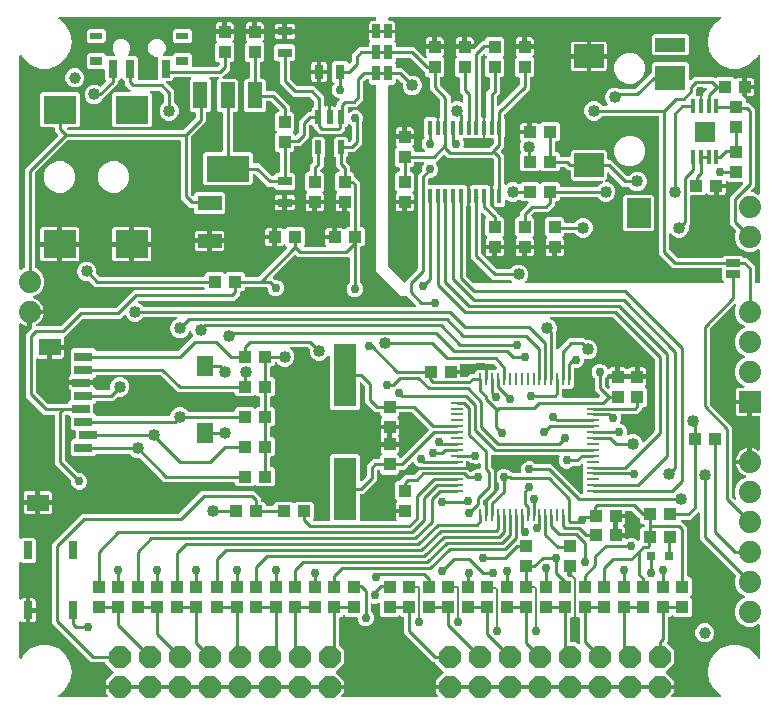
<source format=gbr>
G04 EAGLE Gerber RS-274X export*
G75*
%MOMM*%
%FSLAX34Y34*%
%LPD*%
%INTop Copper*%
%IPPOS*%
%AMOC8*
5,1,8,0,0,1.08239X$1,22.5*%
G01*
%ADD10R,2.800000X2.400000*%
%ADD11R,1.000000X0.220000*%
%ADD12R,0.220000X1.000000*%
%ADD13R,1.200000X0.800000*%
%ADD14R,0.550000X1.200000*%
%ADD15R,1.000000X1.100000*%
%ADD16R,0.800000X1.200000*%
%ADD17R,2.000000X1.200000*%
%ADD18R,1.100000X1.000000*%
%ADD19R,1.930400X5.334000*%
%ADD20R,0.400000X1.200000*%
%ADD21R,1.730000X1.780000*%
%ADD22R,2.500000X2.000000*%
%ADD23R,2.000000X2.500000*%
%ADD24R,2.500000X1.200000*%
%ADD25R,1.400000X1.800000*%
%ADD26R,1.900000X1.400000*%
%ADD27R,1.500000X0.800000*%
%ADD28R,0.800000X0.800000*%
%ADD29C,1.879600*%
%ADD30P,2.034460X8X22.500000*%
%ADD31R,1.879600X1.879600*%
%ADD32R,1.270000X0.635000*%
%ADD33C,0.203200*%
%ADD34R,0.635000X1.270000*%
%ADD35R,0.700000X1.500000*%
%ADD36R,1.000000X0.600000*%
%ADD37R,1.000000X0.800000*%
%ADD38R,0.762000X1.524000*%
%ADD39R,1.219200X2.235200*%
%ADD40R,3.600000X2.200000*%
%ADD41C,1.000000*%
%ADD42C,0.254000*%
%ADD43C,0.762000*%
%ADD44C,1.016000*%

G36*
X78229Y4069D02*
X78229Y4069D01*
X78259Y4066D01*
X78370Y4089D01*
X78482Y4105D01*
X78509Y4117D01*
X78537Y4122D01*
X78638Y4175D01*
X78741Y4221D01*
X78764Y4240D01*
X78790Y4253D01*
X78872Y4331D01*
X78958Y4404D01*
X78975Y4429D01*
X78996Y4449D01*
X79053Y4547D01*
X79116Y4641D01*
X79125Y4669D01*
X79140Y4694D01*
X79167Y4804D01*
X79202Y4912D01*
X79202Y4942D01*
X79210Y4970D01*
X79206Y5083D01*
X79209Y5196D01*
X79202Y5225D01*
X79201Y5254D01*
X79166Y5362D01*
X79137Y5471D01*
X79122Y5497D01*
X79113Y5525D01*
X79068Y5588D01*
X78992Y5716D01*
X78946Y5759D01*
X78918Y5798D01*
X76961Y7755D01*
X76961Y10669D01*
X87884Y10669D01*
X87942Y10677D01*
X88000Y10675D01*
X88082Y10697D01*
X88165Y10709D01*
X88219Y10733D01*
X88275Y10747D01*
X88348Y10790D01*
X88425Y10825D01*
X88469Y10863D01*
X88520Y10893D01*
X88577Y10954D01*
X88642Y11009D01*
X88674Y11057D01*
X88714Y11100D01*
X88753Y11175D01*
X88799Y11245D01*
X88817Y11301D01*
X88844Y11353D01*
X88855Y11421D01*
X88885Y11516D01*
X88888Y11616D01*
X88899Y11684D01*
X88899Y13716D01*
X88891Y13774D01*
X88892Y13832D01*
X88871Y13914D01*
X88859Y13997D01*
X88835Y14051D01*
X88821Y14107D01*
X88778Y14180D01*
X88743Y14257D01*
X88705Y14302D01*
X88675Y14352D01*
X88614Y14410D01*
X88559Y14474D01*
X88511Y14506D01*
X88468Y14546D01*
X88393Y14585D01*
X88323Y14631D01*
X88267Y14649D01*
X88215Y14676D01*
X88147Y14687D01*
X88052Y14717D01*
X87952Y14720D01*
X87884Y14731D01*
X76961Y14731D01*
X76961Y17645D01*
X83639Y24323D01*
X83674Y24370D01*
X83717Y24410D01*
X83759Y24483D01*
X83810Y24550D01*
X83831Y24605D01*
X83860Y24655D01*
X83881Y24737D01*
X83911Y24816D01*
X83916Y24874D01*
X83930Y24931D01*
X83928Y25015D01*
X83935Y25099D01*
X83923Y25156D01*
X83921Y25215D01*
X83895Y25295D01*
X83879Y25378D01*
X83852Y25430D01*
X83834Y25485D01*
X83794Y25542D01*
X83748Y25630D01*
X83679Y25703D01*
X83639Y25759D01*
X76424Y32974D01*
X76413Y33048D01*
X76390Y33101D01*
X76375Y33157D01*
X76332Y33230D01*
X76297Y33307D01*
X76259Y33352D01*
X76230Y33402D01*
X76168Y33460D01*
X76114Y33524D01*
X76065Y33556D01*
X76022Y33596D01*
X75947Y33635D01*
X75877Y33682D01*
X75821Y33699D01*
X75769Y33726D01*
X75701Y33737D01*
X75606Y33767D01*
X75506Y33770D01*
X75438Y33781D01*
X64251Y33781D01*
X31241Y66791D01*
X31241Y133869D01*
X56631Y159259D01*
X138761Y159259D01*
X138847Y159271D01*
X138935Y159274D01*
X138987Y159291D01*
X139042Y159299D01*
X139122Y159334D01*
X139205Y159361D01*
X139244Y159389D01*
X139301Y159415D01*
X139415Y159511D01*
X139478Y159556D01*
X158231Y178309D01*
X202449Y178309D01*
X208399Y172359D01*
X208399Y170354D01*
X208407Y170296D01*
X208405Y170238D01*
X208427Y170156D01*
X208439Y170072D01*
X208462Y170019D01*
X208477Y169963D01*
X208520Y169890D01*
X208555Y169813D01*
X208593Y169768D01*
X208622Y169718D01*
X208684Y169660D01*
X208738Y169596D01*
X208787Y169564D01*
X208830Y169524D01*
X208905Y169485D01*
X208975Y169438D01*
X209031Y169421D01*
X209083Y169394D01*
X209151Y169383D01*
X209246Y169353D01*
X209346Y169350D01*
X209414Y169339D01*
X210843Y169339D01*
X212629Y167553D01*
X212629Y166624D01*
X212637Y166566D01*
X212635Y166508D01*
X212657Y166426D01*
X212669Y166342D01*
X212692Y166289D01*
X212707Y166233D01*
X212750Y166160D01*
X212785Y166083D01*
X212823Y166038D01*
X212852Y165988D01*
X212914Y165930D01*
X212968Y165866D01*
X213017Y165834D01*
X213060Y165794D01*
X213135Y165755D01*
X213205Y165708D01*
X213261Y165691D01*
X213313Y165664D01*
X213381Y165653D01*
X213476Y165623D01*
X213576Y165620D01*
X213644Y165609D01*
X218156Y165609D01*
X218214Y165617D01*
X218272Y165615D01*
X218354Y165637D01*
X218438Y165649D01*
X218491Y165672D01*
X218547Y165687D01*
X218620Y165730D01*
X218697Y165765D01*
X218742Y165803D01*
X218792Y165832D01*
X218850Y165894D01*
X218914Y165948D01*
X218946Y165997D01*
X218986Y166040D01*
X219025Y166115D01*
X219072Y166185D01*
X219089Y166241D01*
X219116Y166293D01*
X219127Y166361D01*
X219157Y166456D01*
X219160Y166556D01*
X219171Y166624D01*
X219171Y167553D01*
X220957Y169339D01*
X234483Y169339D01*
X235502Y168319D01*
X235549Y168284D01*
X235589Y168242D01*
X235662Y168199D01*
X235729Y168149D01*
X235784Y168128D01*
X235834Y168098D01*
X235916Y168077D01*
X235995Y168047D01*
X236053Y168042D01*
X236110Y168028D01*
X236194Y168031D01*
X236278Y168024D01*
X236336Y168035D01*
X236394Y168037D01*
X236474Y168063D01*
X236557Y168080D01*
X236609Y168107D01*
X236665Y168125D01*
X236721Y168165D01*
X236809Y168211D01*
X236882Y168279D01*
X236938Y168319D01*
X237957Y169339D01*
X251483Y169339D01*
X253269Y167553D01*
X253269Y155027D01*
X252883Y154642D01*
X252866Y154618D01*
X252843Y154599D01*
X252781Y154505D01*
X252713Y154415D01*
X252702Y154387D01*
X252686Y154363D01*
X252652Y154255D01*
X252611Y154149D01*
X252609Y154120D01*
X252600Y154092D01*
X252597Y153978D01*
X252588Y153866D01*
X252593Y153837D01*
X252593Y153808D01*
X252621Y153698D01*
X252644Y153587D01*
X252657Y153561D01*
X252665Y153533D01*
X252722Y153435D01*
X252775Y153335D01*
X252795Y153313D01*
X252810Y153288D01*
X252892Y153211D01*
X252970Y153129D01*
X252996Y153114D01*
X253017Y153094D01*
X253118Y153042D01*
X253216Y152985D01*
X253244Y152978D01*
X253270Y152964D01*
X253348Y152951D01*
X253491Y152915D01*
X253554Y152917D01*
X253601Y152909D01*
X265684Y152909D01*
X265742Y152917D01*
X265800Y152915D01*
X265882Y152937D01*
X265966Y152949D01*
X266019Y152972D01*
X266075Y152987D01*
X266148Y153030D01*
X266225Y153065D01*
X266270Y153103D01*
X266320Y153132D01*
X266378Y153194D01*
X266442Y153248D01*
X266474Y153297D01*
X266514Y153340D01*
X266553Y153415D01*
X266600Y153485D01*
X266617Y153541D01*
X266644Y153593D01*
X266655Y153661D01*
X266685Y153756D01*
X266688Y153856D01*
X266699Y153924D01*
X266699Y208273D01*
X268485Y210059D01*
X290315Y210059D01*
X292101Y208273D01*
X292101Y187629D01*
X292105Y187600D01*
X292102Y187571D01*
X292125Y187460D01*
X292141Y187348D01*
X292153Y187321D01*
X292158Y187292D01*
X292210Y187192D01*
X292257Y187088D01*
X292276Y187066D01*
X292289Y187040D01*
X292367Y186958D01*
X292440Y186871D01*
X292465Y186855D01*
X292485Y186834D01*
X292583Y186777D01*
X292677Y186714D01*
X292705Y186705D01*
X292730Y186690D01*
X292840Y186662D01*
X292948Y186628D01*
X292978Y186627D01*
X293006Y186620D01*
X293119Y186624D01*
X293232Y186621D01*
X293261Y186628D01*
X293290Y186629D01*
X293398Y186664D01*
X293507Y186693D01*
X293533Y186708D01*
X293561Y186717D01*
X293624Y186762D01*
X293752Y186838D01*
X293795Y186883D01*
X293834Y186911D01*
X297644Y190722D01*
X297696Y190791D01*
X297756Y190855D01*
X297782Y190905D01*
X297815Y190949D01*
X297846Y191030D01*
X297886Y191108D01*
X297894Y191156D01*
X297916Y191214D01*
X297928Y191362D01*
X297941Y191439D01*
X297941Y199909D01*
X303401Y205369D01*
X308436Y205369D01*
X308494Y205377D01*
X308552Y205375D01*
X308634Y205397D01*
X308718Y205409D01*
X308771Y205432D01*
X308827Y205447D01*
X308900Y205490D01*
X308977Y205525D01*
X309022Y205563D01*
X309072Y205592D01*
X309130Y205654D01*
X309194Y205708D01*
X309226Y205757D01*
X309266Y205800D01*
X309305Y205875D01*
X309352Y205945D01*
X309369Y206001D01*
X309396Y206053D01*
X309407Y206121D01*
X309437Y206216D01*
X309440Y206316D01*
X309451Y206384D01*
X309451Y207813D01*
X310830Y209191D01*
X310865Y209238D01*
X310907Y209278D01*
X310950Y209351D01*
X311001Y209419D01*
X311021Y209473D01*
X311051Y209524D01*
X311072Y209605D01*
X311102Y209684D01*
X311107Y209742D01*
X311121Y209799D01*
X311118Y209884D01*
X311125Y209968D01*
X311114Y210025D01*
X311112Y210083D01*
X311086Y210164D01*
X311070Y210246D01*
X311043Y210298D01*
X311025Y210354D01*
X310984Y210410D01*
X310939Y210499D01*
X310870Y210571D01*
X310830Y210627D01*
X310467Y210990D01*
X310132Y211569D01*
X309959Y212216D01*
X309959Y216019D01*
X316484Y216019D01*
X316542Y216027D01*
X316600Y216025D01*
X316682Y216047D01*
X316765Y216059D01*
X316819Y216083D01*
X316875Y216097D01*
X316948Y216140D01*
X317025Y216175D01*
X317069Y216213D01*
X317120Y216243D01*
X317177Y216304D01*
X317242Y216359D01*
X317274Y216407D01*
X317314Y216450D01*
X317353Y216525D01*
X317399Y216595D01*
X317417Y216651D01*
X317444Y216703D01*
X317455Y216771D01*
X317485Y216866D01*
X317488Y216966D01*
X317499Y217034D01*
X317499Y218051D01*
X317501Y218051D01*
X317501Y217034D01*
X317509Y216976D01*
X317508Y216918D01*
X317529Y216836D01*
X317541Y216753D01*
X317565Y216699D01*
X317579Y216643D01*
X317622Y216570D01*
X317657Y216493D01*
X317695Y216448D01*
X317725Y216398D01*
X317786Y216340D01*
X317841Y216276D01*
X317889Y216244D01*
X317932Y216204D01*
X318007Y216165D01*
X318077Y216119D01*
X318133Y216101D01*
X318185Y216074D01*
X318253Y216063D01*
X318348Y216033D01*
X318448Y216030D01*
X318516Y216019D01*
X325041Y216019D01*
X325041Y212216D01*
X324868Y211569D01*
X324533Y210990D01*
X324170Y210627D01*
X324135Y210580D01*
X324093Y210540D01*
X324050Y210467D01*
X323999Y210400D01*
X323978Y210345D01*
X323949Y210295D01*
X323928Y210213D01*
X323898Y210134D01*
X323893Y210076D01*
X323879Y210019D01*
X323882Y209935D01*
X323875Y209851D01*
X323886Y209794D01*
X323888Y209735D01*
X323914Y209655D01*
X323930Y209572D01*
X323957Y209520D01*
X323975Y209465D01*
X324015Y209408D01*
X324061Y209320D01*
X324130Y209248D01*
X324170Y209191D01*
X325549Y207813D01*
X325549Y207107D01*
X325553Y207078D01*
X325550Y207049D01*
X325556Y207021D01*
X325555Y206998D01*
X325574Y206925D01*
X325589Y206826D01*
X325601Y206799D01*
X325606Y206770D01*
X325624Y206737D01*
X325627Y206723D01*
X325655Y206677D01*
X325658Y206670D01*
X325705Y206566D01*
X325724Y206544D01*
X325737Y206518D01*
X325769Y206484D01*
X325772Y206479D01*
X325791Y206462D01*
X325815Y206436D01*
X325888Y206349D01*
X325913Y206333D01*
X325933Y206312D01*
X325979Y206285D01*
X325980Y206284D01*
X325982Y206283D01*
X326031Y206255D01*
X326125Y206192D01*
X326153Y206183D01*
X326178Y206168D01*
X326288Y206140D01*
X326396Y206106D01*
X326426Y206105D01*
X326454Y206098D01*
X326553Y206101D01*
X326564Y206099D01*
X326571Y206099D01*
X326584Y206101D01*
X326680Y206099D01*
X326709Y206106D01*
X326738Y206107D01*
X326825Y206135D01*
X326853Y206139D01*
X326877Y206150D01*
X326955Y206171D01*
X326981Y206186D01*
X327009Y206195D01*
X327063Y206234D01*
X327112Y206256D01*
X327145Y206283D01*
X327200Y206316D01*
X327243Y206361D01*
X327282Y206389D01*
X350680Y229787D01*
X350715Y229834D01*
X350757Y229874D01*
X350800Y229947D01*
X350850Y230014D01*
X350871Y230069D01*
X350901Y230119D01*
X350922Y230201D01*
X350952Y230280D01*
X350956Y230338D01*
X350971Y230395D01*
X350968Y230479D01*
X350975Y230563D01*
X350964Y230621D01*
X350962Y230679D01*
X350936Y230759D01*
X350919Y230842D01*
X350892Y230894D01*
X350874Y230950D01*
X350834Y231006D01*
X350788Y231094D01*
X350720Y231167D01*
X350679Y231223D01*
X349994Y231908D01*
X336718Y245184D01*
X336649Y245236D01*
X336585Y245296D01*
X336535Y245322D01*
X336491Y245355D01*
X336410Y245386D01*
X336332Y245426D01*
X336284Y245434D01*
X336226Y245456D01*
X336078Y245468D01*
X336001Y245481D01*
X326564Y245481D01*
X326506Y245473D01*
X326448Y245475D01*
X326366Y245453D01*
X326282Y245441D01*
X326229Y245418D01*
X326173Y245403D01*
X326100Y245360D01*
X326023Y245325D01*
X325978Y245287D01*
X325928Y245258D01*
X325870Y245196D01*
X325806Y245142D01*
X325774Y245093D01*
X325734Y245050D01*
X325695Y244975D01*
X325648Y244905D01*
X325631Y244849D01*
X325604Y244797D01*
X325593Y244729D01*
X325563Y244634D01*
X325560Y244534D01*
X325549Y244466D01*
X325549Y243037D01*
X324170Y241659D01*
X324135Y241612D01*
X324093Y241572D01*
X324050Y241499D01*
X323999Y241431D01*
X323979Y241377D01*
X323949Y241326D01*
X323928Y241245D01*
X323898Y241166D01*
X323893Y241108D01*
X323879Y241051D01*
X323882Y240966D01*
X323875Y240882D01*
X323886Y240825D01*
X323888Y240767D01*
X323914Y240686D01*
X323930Y240604D01*
X323957Y240552D01*
X323975Y240496D01*
X324016Y240440D01*
X324061Y240351D01*
X324130Y240279D01*
X324170Y240223D01*
X324533Y239860D01*
X324868Y239281D01*
X325041Y238634D01*
X325041Y234831D01*
X318516Y234831D01*
X318458Y234823D01*
X318400Y234824D01*
X318318Y234803D01*
X318235Y234791D01*
X318181Y234767D01*
X318125Y234753D01*
X318052Y234710D01*
X317975Y234675D01*
X317931Y234637D01*
X317880Y234607D01*
X317823Y234546D01*
X317758Y234491D01*
X317726Y234443D01*
X317686Y234400D01*
X317647Y234325D01*
X317601Y234255D01*
X317583Y234199D01*
X317556Y234147D01*
X317545Y234079D01*
X317515Y233984D01*
X317512Y233884D01*
X317501Y233816D01*
X317501Y232799D01*
X317499Y232799D01*
X317499Y233816D01*
X317491Y233874D01*
X317492Y233932D01*
X317471Y234014D01*
X317459Y234097D01*
X317435Y234151D01*
X317421Y234207D01*
X317378Y234280D01*
X317343Y234357D01*
X317305Y234401D01*
X317275Y234452D01*
X317214Y234509D01*
X317159Y234574D01*
X317111Y234606D01*
X317068Y234646D01*
X316993Y234685D01*
X316923Y234731D01*
X316867Y234749D01*
X316815Y234776D01*
X316747Y234787D01*
X316652Y234817D01*
X316552Y234820D01*
X316484Y234831D01*
X309959Y234831D01*
X309959Y238634D01*
X310132Y239281D01*
X310467Y239860D01*
X310830Y240223D01*
X310865Y240270D01*
X310907Y240310D01*
X310950Y240383D01*
X311001Y240450D01*
X311022Y240505D01*
X311051Y240555D01*
X311072Y240637D01*
X311102Y240716D01*
X311107Y240774D01*
X311121Y240831D01*
X311118Y240915D01*
X311125Y240999D01*
X311114Y241056D01*
X311112Y241115D01*
X311086Y241195D01*
X311070Y241278D01*
X311043Y241330D01*
X311025Y241385D01*
X310984Y241442D01*
X310939Y241530D01*
X310870Y241602D01*
X310830Y241659D01*
X309451Y243037D01*
X309451Y244466D01*
X309443Y244524D01*
X309445Y244582D01*
X309423Y244664D01*
X309411Y244748D01*
X309388Y244801D01*
X309373Y244857D01*
X309330Y244930D01*
X309295Y245007D01*
X309257Y245052D01*
X309228Y245102D01*
X309166Y245160D01*
X309112Y245224D01*
X309063Y245256D01*
X309020Y245296D01*
X308945Y245335D01*
X308875Y245382D01*
X308819Y245399D01*
X308767Y245426D01*
X308699Y245437D01*
X308604Y245467D01*
X308504Y245470D01*
X308436Y245481D01*
X304671Y245481D01*
X296671Y253481D01*
X296671Y267031D01*
X296663Y267086D01*
X296665Y267131D01*
X296658Y267157D01*
X296656Y267205D01*
X296639Y267257D01*
X296631Y267312D01*
X296597Y267388D01*
X296593Y267406D01*
X296589Y267412D01*
X296569Y267475D01*
X296541Y267514D01*
X296515Y267571D01*
X296419Y267685D01*
X296374Y267748D01*
X293834Y270289D01*
X293810Y270306D01*
X293791Y270329D01*
X293697Y270391D01*
X293607Y270459D01*
X293579Y270470D01*
X293555Y270486D01*
X293447Y270520D01*
X293341Y270561D01*
X293312Y270563D01*
X293284Y270572D01*
X293170Y270575D01*
X293058Y270584D01*
X293029Y270578D01*
X293000Y270579D01*
X292890Y270551D01*
X292779Y270528D01*
X292753Y270515D01*
X292725Y270507D01*
X292627Y270450D01*
X292527Y270397D01*
X292505Y270377D01*
X292480Y270362D01*
X292403Y270280D01*
X292321Y270202D01*
X292306Y270176D01*
X292286Y270155D01*
X292234Y270054D01*
X292177Y269956D01*
X292170Y269928D01*
X292156Y269902D01*
X292143Y269824D01*
X292107Y269681D01*
X292109Y269618D01*
X292101Y269571D01*
X292101Y248927D01*
X290315Y247141D01*
X268485Y247141D01*
X266699Y248927D01*
X266699Y292295D01*
X266687Y292380D01*
X266685Y292466D01*
X266667Y292520D01*
X266659Y292577D01*
X266624Y292655D01*
X266598Y292737D01*
X266566Y292784D01*
X266543Y292836D01*
X266488Y292902D01*
X266440Y292973D01*
X266396Y293010D01*
X266360Y293053D01*
X266288Y293101D01*
X266222Y293156D01*
X266170Y293179D01*
X266123Y293211D01*
X266041Y293237D01*
X265962Y293272D01*
X265906Y293279D01*
X265852Y293296D01*
X265766Y293299D01*
X265681Y293310D01*
X265625Y293302D01*
X265568Y293304D01*
X265485Y293282D01*
X265399Y293270D01*
X265348Y293246D01*
X265293Y293232D01*
X265219Y293188D01*
X265140Y293153D01*
X265097Y293116D01*
X265048Y293087D01*
X264989Y293024D01*
X264924Y292968D01*
X264898Y292926D01*
X264854Y292879D01*
X264788Y292750D01*
X264746Y292684D01*
X264701Y292575D01*
X262415Y290289D01*
X259427Y289051D01*
X256193Y289051D01*
X253205Y290289D01*
X250919Y292575D01*
X249681Y295563D01*
X249681Y298781D01*
X249669Y298867D01*
X249666Y298955D01*
X249649Y299007D01*
X249641Y299062D01*
X249606Y299142D01*
X249579Y299225D01*
X249551Y299264D01*
X249525Y299321D01*
X249429Y299435D01*
X249384Y299498D01*
X248698Y300184D01*
X248629Y300236D01*
X248565Y300296D01*
X248515Y300322D01*
X248471Y300355D01*
X248390Y300386D01*
X248312Y300426D01*
X248264Y300434D01*
X248206Y300456D01*
X248058Y300468D01*
X247981Y300481D01*
X234166Y300481D01*
X234136Y300477D01*
X234107Y300480D01*
X233996Y300457D01*
X233884Y300441D01*
X233857Y300429D01*
X233828Y300424D01*
X233728Y300371D01*
X233625Y300325D01*
X233602Y300306D01*
X233576Y300293D01*
X233494Y300215D01*
X233408Y300142D01*
X233391Y300117D01*
X233370Y300097D01*
X233313Y299999D01*
X233250Y299905D01*
X233241Y299877D01*
X233226Y299852D01*
X233199Y299742D01*
X233164Y299634D01*
X233163Y299604D01*
X233156Y299576D01*
X233160Y299463D01*
X233157Y299350D01*
X233164Y299321D01*
X233165Y299292D01*
X233200Y299184D01*
X233229Y299075D01*
X233244Y299049D01*
X233253Y299021D01*
X233298Y298958D01*
X233374Y298830D01*
X233420Y298787D01*
X233448Y298748D01*
X235491Y296705D01*
X236729Y293717D01*
X236729Y290483D01*
X235491Y287495D01*
X233205Y285209D01*
X230217Y283971D01*
X226983Y283971D01*
X223995Y285209D01*
X221982Y287222D01*
X221958Y287240D01*
X221939Y287262D01*
X221845Y287325D01*
X221755Y287393D01*
X221727Y287404D01*
X221703Y287420D01*
X221595Y287454D01*
X221489Y287494D01*
X221460Y287497D01*
X221432Y287506D01*
X221318Y287509D01*
X221206Y287518D01*
X221177Y287512D01*
X221148Y287513D01*
X221038Y287484D01*
X220927Y287462D01*
X220901Y287449D01*
X220873Y287441D01*
X220775Y287383D01*
X220675Y287331D01*
X220653Y287311D01*
X220628Y287296D01*
X220551Y287213D01*
X220469Y287135D01*
X220454Y287110D01*
X220434Y287089D01*
X220382Y286988D01*
X220325Y286890D01*
X220318Y286862D01*
X220304Y286836D01*
X220291Y286758D01*
X220255Y286615D01*
X220257Y286552D01*
X220249Y286504D01*
X220249Y285837D01*
X218463Y284051D01*
X217034Y284051D01*
X216976Y284043D01*
X216918Y284045D01*
X216836Y284023D01*
X216752Y284011D01*
X216699Y283988D01*
X216643Y283973D01*
X216570Y283930D01*
X216493Y283895D01*
X216448Y283857D01*
X216398Y283828D01*
X216340Y283766D01*
X216276Y283712D01*
X216244Y283663D01*
X216204Y283620D01*
X216165Y283545D01*
X216118Y283475D01*
X216101Y283419D01*
X216074Y283367D01*
X216063Y283299D01*
X216033Y283204D01*
X216030Y283104D01*
X216019Y283036D01*
X216019Y275764D01*
X216027Y275706D01*
X216025Y275648D01*
X216047Y275566D01*
X216059Y275482D01*
X216082Y275429D01*
X216097Y275373D01*
X216140Y275300D01*
X216175Y275223D01*
X216213Y275178D01*
X216242Y275128D01*
X216304Y275070D01*
X216358Y275006D01*
X216407Y274974D01*
X216450Y274934D01*
X216525Y274895D01*
X216595Y274848D01*
X216651Y274831D01*
X216703Y274804D01*
X216771Y274793D01*
X216866Y274763D01*
X216966Y274760D01*
X217034Y274749D01*
X218463Y274749D01*
X220249Y272963D01*
X220249Y260437D01*
X218463Y258651D01*
X217034Y258651D01*
X216976Y258643D01*
X216918Y258645D01*
X216836Y258623D01*
X216752Y258611D01*
X216699Y258588D01*
X216643Y258573D01*
X216570Y258530D01*
X216493Y258495D01*
X216448Y258457D01*
X216398Y258428D01*
X216340Y258366D01*
X216276Y258312D01*
X216244Y258263D01*
X216204Y258220D01*
X216165Y258145D01*
X216118Y258075D01*
X216101Y258019D01*
X216074Y257967D01*
X216063Y257899D01*
X216033Y257804D01*
X216030Y257704D01*
X216019Y257636D01*
X216019Y250364D01*
X216027Y250306D01*
X216025Y250248D01*
X216047Y250166D01*
X216059Y250082D01*
X216082Y250029D01*
X216097Y249973D01*
X216140Y249900D01*
X216175Y249823D01*
X216213Y249778D01*
X216242Y249728D01*
X216304Y249670D01*
X216358Y249606D01*
X216407Y249574D01*
X216450Y249534D01*
X216525Y249495D01*
X216595Y249448D01*
X216651Y249431D01*
X216703Y249404D01*
X216771Y249393D01*
X216866Y249363D01*
X216966Y249360D01*
X217034Y249349D01*
X218463Y249349D01*
X220249Y247563D01*
X220249Y235037D01*
X218463Y233251D01*
X217034Y233251D01*
X216976Y233243D01*
X216918Y233245D01*
X216836Y233223D01*
X216752Y233211D01*
X216699Y233188D01*
X216643Y233173D01*
X216570Y233130D01*
X216493Y233095D01*
X216448Y233057D01*
X216398Y233028D01*
X216340Y232966D01*
X216276Y232912D01*
X216244Y232863D01*
X216204Y232820D01*
X216165Y232745D01*
X216118Y232675D01*
X216101Y232619D01*
X216074Y232567D01*
X216063Y232499D01*
X216033Y232404D01*
X216030Y232304D01*
X216019Y232236D01*
X216019Y224964D01*
X216027Y224906D01*
X216025Y224848D01*
X216047Y224766D01*
X216059Y224682D01*
X216082Y224629D01*
X216097Y224573D01*
X216140Y224500D01*
X216175Y224423D01*
X216213Y224378D01*
X216242Y224328D01*
X216304Y224270D01*
X216358Y224206D01*
X216407Y224174D01*
X216450Y224134D01*
X216525Y224095D01*
X216595Y224048D01*
X216651Y224031D01*
X216703Y224004D01*
X216771Y223993D01*
X216866Y223963D01*
X216966Y223960D01*
X217034Y223949D01*
X218463Y223949D01*
X220249Y222163D01*
X220249Y209637D01*
X218463Y207851D01*
X217034Y207851D01*
X216976Y207843D01*
X216918Y207845D01*
X216836Y207823D01*
X216752Y207811D01*
X216699Y207788D01*
X216643Y207773D01*
X216570Y207730D01*
X216493Y207695D01*
X216448Y207657D01*
X216398Y207628D01*
X216340Y207566D01*
X216276Y207512D01*
X216244Y207463D01*
X216204Y207420D01*
X216165Y207345D01*
X216118Y207275D01*
X216101Y207219D01*
X216074Y207167D01*
X216063Y207099D01*
X216033Y207004D01*
X216030Y206904D01*
X216019Y206836D01*
X216019Y199564D01*
X216027Y199506D01*
X216025Y199448D01*
X216047Y199366D01*
X216059Y199282D01*
X216082Y199229D01*
X216097Y199173D01*
X216140Y199100D01*
X216175Y199023D01*
X216213Y198978D01*
X216242Y198928D01*
X216304Y198870D01*
X216358Y198806D01*
X216407Y198774D01*
X216450Y198734D01*
X216525Y198695D01*
X216595Y198648D01*
X216651Y198631D01*
X216703Y198604D01*
X216771Y198593D01*
X216866Y198563D01*
X216966Y198560D01*
X217034Y198549D01*
X218463Y198549D01*
X220249Y196763D01*
X220249Y184237D01*
X218463Y182451D01*
X204937Y182451D01*
X203918Y183471D01*
X203871Y183506D01*
X203831Y183548D01*
X203805Y183563D01*
X203788Y183579D01*
X203743Y183602D01*
X203691Y183641D01*
X203636Y183662D01*
X203586Y183692D01*
X203550Y183701D01*
X203535Y183708D01*
X203499Y183715D01*
X203425Y183743D01*
X203367Y183748D01*
X203310Y183762D01*
X203231Y183759D01*
X203204Y183764D01*
X203196Y183764D01*
X203186Y183763D01*
X203142Y183766D01*
X203084Y183755D01*
X203026Y183753D01*
X202955Y183730D01*
X202915Y183724D01*
X202901Y183718D01*
X202863Y183710D01*
X202811Y183683D01*
X202755Y183665D01*
X202708Y183632D01*
X202655Y183608D01*
X202639Y183594D01*
X202611Y183579D01*
X202538Y183511D01*
X202482Y183471D01*
X201463Y182451D01*
X187937Y182451D01*
X186151Y184237D01*
X186151Y185166D01*
X186143Y185224D01*
X186145Y185282D01*
X186123Y185364D01*
X186111Y185448D01*
X186088Y185501D01*
X186073Y185557D01*
X186030Y185630D01*
X185995Y185707D01*
X185957Y185752D01*
X185928Y185802D01*
X185866Y185860D01*
X185812Y185924D01*
X185763Y185956D01*
X185720Y185996D01*
X185645Y186035D01*
X185575Y186082D01*
X185519Y186099D01*
X185467Y186126D01*
X185399Y186137D01*
X185304Y186167D01*
X185204Y186170D01*
X185136Y186181D01*
X126481Y186181D01*
X106458Y206204D01*
X106389Y206256D01*
X106325Y206316D01*
X106275Y206342D01*
X106231Y206375D01*
X106150Y206406D01*
X106072Y206446D01*
X106024Y206454D01*
X105966Y206476D01*
X105818Y206488D01*
X105741Y206501D01*
X102523Y206501D01*
X99535Y207739D01*
X97260Y210014D01*
X97191Y210066D01*
X97127Y210126D01*
X97077Y210152D01*
X97033Y210185D01*
X96951Y210216D01*
X96873Y210256D01*
X96826Y210264D01*
X96767Y210286D01*
X96620Y210298D01*
X96542Y210311D01*
X69243Y210311D01*
X69157Y210299D01*
X69069Y210296D01*
X69017Y210279D01*
X68962Y210271D01*
X68882Y210236D01*
X68799Y210209D01*
X68760Y210181D01*
X68702Y210155D01*
X68589Y210059D01*
X68525Y210014D01*
X66863Y208351D01*
X49337Y208351D01*
X47551Y210137D01*
X47551Y220663D01*
X49337Y222449D01*
X50536Y222449D01*
X50594Y222457D01*
X50652Y222455D01*
X50734Y222477D01*
X50818Y222489D01*
X50871Y222512D01*
X50927Y222527D01*
X51000Y222570D01*
X51077Y222605D01*
X51122Y222643D01*
X51172Y222672D01*
X51230Y222734D01*
X51294Y222788D01*
X51326Y222837D01*
X51366Y222880D01*
X51405Y222955D01*
X51452Y223025D01*
X51469Y223081D01*
X51496Y223133D01*
X51507Y223201D01*
X51537Y223296D01*
X51540Y223396D01*
X51551Y223464D01*
X51551Y229336D01*
X51543Y229394D01*
X51545Y229452D01*
X51523Y229534D01*
X51511Y229618D01*
X51488Y229671D01*
X51473Y229727D01*
X51430Y229800D01*
X51395Y229877D01*
X51357Y229922D01*
X51328Y229972D01*
X51266Y230030D01*
X51212Y230094D01*
X51163Y230126D01*
X51120Y230166D01*
X51045Y230205D01*
X50975Y230252D01*
X50919Y230269D01*
X50867Y230296D01*
X50799Y230307D01*
X50704Y230337D01*
X50604Y230340D01*
X50536Y230351D01*
X49337Y230351D01*
X47551Y232137D01*
X47551Y240717D01*
X47539Y240803D01*
X47536Y240891D01*
X47519Y240943D01*
X47511Y240998D01*
X47476Y241078D01*
X47449Y241161D01*
X47421Y241200D01*
X47395Y241258D01*
X47299Y241371D01*
X47254Y241435D01*
X45655Y243034D01*
X45585Y243086D01*
X45521Y243146D01*
X45471Y243172D01*
X45427Y243205D01*
X45346Y243236D01*
X45268Y243276D01*
X45220Y243284D01*
X45162Y243306D01*
X45014Y243318D01*
X44937Y243331D01*
X43434Y243331D01*
X43376Y243323D01*
X43318Y243325D01*
X43236Y243303D01*
X43152Y243291D01*
X43099Y243268D01*
X43043Y243253D01*
X42970Y243210D01*
X42893Y243175D01*
X42848Y243137D01*
X42798Y243108D01*
X42740Y243046D01*
X42676Y242992D01*
X42644Y242943D01*
X42604Y242900D01*
X42565Y242825D01*
X42518Y242755D01*
X42501Y242699D01*
X42474Y242647D01*
X42463Y242579D01*
X42433Y242484D01*
X42430Y242384D01*
X42419Y242316D01*
X42419Y205409D01*
X42431Y205323D01*
X42434Y205235D01*
X42451Y205183D01*
X42459Y205128D01*
X42494Y205048D01*
X42521Y204965D01*
X42549Y204926D01*
X42575Y204869D01*
X42671Y204755D01*
X42716Y204692D01*
X53562Y193846D01*
X53631Y193794D01*
X53695Y193734D01*
X53745Y193708D01*
X53789Y193675D01*
X53870Y193644D01*
X53948Y193604D01*
X53996Y193596D01*
X54054Y193574D01*
X54202Y193562D01*
X54279Y193549D01*
X55974Y193549D01*
X58495Y192505D01*
X60425Y190575D01*
X61469Y188054D01*
X61469Y185326D01*
X60425Y182805D01*
X58495Y180875D01*
X55974Y179831D01*
X53246Y179831D01*
X50725Y180875D01*
X48795Y182805D01*
X47751Y185326D01*
X47751Y187021D01*
X47739Y187107D01*
X47736Y187195D01*
X47719Y187247D01*
X47711Y187302D01*
X47676Y187382D01*
X47649Y187465D01*
X47621Y187504D01*
X47595Y187561D01*
X47499Y187675D01*
X47454Y187738D01*
X33781Y201411D01*
X33781Y242316D01*
X33773Y242374D01*
X33775Y242432D01*
X33753Y242514D01*
X33741Y242598D01*
X33718Y242651D01*
X33703Y242707D01*
X33660Y242780D01*
X33625Y242857D01*
X33587Y242902D01*
X33558Y242952D01*
X33496Y243010D01*
X33442Y243074D01*
X33393Y243106D01*
X33350Y243146D01*
X33275Y243185D01*
X33205Y243232D01*
X33149Y243249D01*
X33097Y243276D01*
X33029Y243287D01*
X32934Y243317D01*
X32834Y243320D01*
X32766Y243331D01*
X24881Y243331D01*
X9651Y258561D01*
X9651Y311669D01*
X13164Y315181D01*
X13164Y315182D01*
X14524Y316542D01*
X14590Y316629D01*
X14661Y316711D01*
X14675Y316742D01*
X14695Y316769D01*
X14734Y316871D01*
X14779Y316970D01*
X14784Y317003D01*
X14796Y317035D01*
X14805Y317143D01*
X14822Y317251D01*
X14817Y317284D01*
X14820Y317318D01*
X14799Y317424D01*
X14784Y317533D01*
X14771Y317564D01*
X14764Y317597D01*
X14731Y317660D01*
X14731Y328169D01*
X24466Y328169D01*
X24345Y327404D01*
X23764Y325617D01*
X22911Y323943D01*
X21806Y322422D01*
X20478Y321094D01*
X18957Y319989D01*
X18839Y319929D01*
X18801Y319902D01*
X18758Y319883D01*
X18685Y319821D01*
X18606Y319765D01*
X18577Y319729D01*
X18541Y319699D01*
X18488Y319619D01*
X18427Y319544D01*
X18410Y319501D01*
X18384Y319463D01*
X18355Y319371D01*
X18317Y319282D01*
X18312Y319236D01*
X18298Y319192D01*
X18296Y319095D01*
X18284Y319000D01*
X18292Y318954D01*
X18291Y318908D01*
X18315Y318814D01*
X18331Y318719D01*
X18351Y318677D01*
X18363Y318633D01*
X18412Y318550D01*
X18454Y318463D01*
X18484Y318428D01*
X18508Y318388D01*
X18578Y318322D01*
X18642Y318250D01*
X18681Y318225D01*
X18715Y318194D01*
X18801Y318150D01*
X18883Y318098D01*
X18927Y318085D01*
X18968Y318064D01*
X19043Y318052D01*
X19156Y318019D01*
X19239Y318019D01*
X19299Y318009D01*
X38431Y318009D01*
X38517Y318021D01*
X38605Y318024D01*
X38657Y318041D01*
X38712Y318049D01*
X38792Y318084D01*
X38875Y318111D01*
X38914Y318139D01*
X38971Y318165D01*
X39085Y318261D01*
X39148Y318306D01*
X54091Y333249D01*
X85421Y333249D01*
X85507Y333261D01*
X85595Y333264D01*
X85647Y333281D01*
X85702Y333289D01*
X85782Y333324D01*
X85865Y333351D01*
X85904Y333379D01*
X85961Y333405D01*
X86075Y333501D01*
X86138Y333546D01*
X101081Y348489D01*
X159736Y348489D01*
X159794Y348497D01*
X159852Y348495D01*
X159934Y348517D01*
X160018Y348529D01*
X160071Y348552D01*
X160127Y348567D01*
X160200Y348610D01*
X160277Y348645D01*
X160322Y348683D01*
X160372Y348712D01*
X160430Y348774D01*
X160494Y348828D01*
X160526Y348877D01*
X160566Y348920D01*
X160605Y348995D01*
X160652Y349065D01*
X160669Y349121D01*
X160696Y349173D01*
X160707Y349241D01*
X160737Y349336D01*
X160740Y349436D01*
X160751Y349504D01*
X160751Y350266D01*
X160743Y350324D01*
X160745Y350381D01*
X160745Y350382D01*
X160723Y350464D01*
X160711Y350548D01*
X160688Y350601D01*
X160673Y350657D01*
X160630Y350730D01*
X160595Y350807D01*
X160557Y350852D01*
X160528Y350902D01*
X160466Y350960D01*
X160412Y351024D01*
X160363Y351056D01*
X160320Y351096D01*
X160245Y351135D01*
X160175Y351182D01*
X160119Y351199D01*
X160067Y351226D01*
X159999Y351237D01*
X159904Y351267D01*
X159804Y351270D01*
X159736Y351281D01*
X68061Y351281D01*
X63278Y356064D01*
X63209Y356116D01*
X63145Y356176D01*
X63095Y356202D01*
X63051Y356235D01*
X62970Y356266D01*
X62892Y356306D01*
X62844Y356314D01*
X62786Y356336D01*
X62638Y356348D01*
X62561Y356361D01*
X59343Y356361D01*
X56355Y357599D01*
X54069Y359885D01*
X52831Y362873D01*
X52831Y366107D01*
X54069Y369095D01*
X56355Y371381D01*
X59343Y372619D01*
X62577Y372619D01*
X65565Y371381D01*
X67851Y369095D01*
X69089Y366107D01*
X69089Y362889D01*
X69101Y362803D01*
X69104Y362715D01*
X69121Y362663D01*
X69129Y362608D01*
X69164Y362528D01*
X69191Y362445D01*
X69219Y362406D01*
X69245Y362349D01*
X69341Y362235D01*
X69386Y362172D01*
X71342Y360216D01*
X71411Y360164D01*
X71475Y360104D01*
X71525Y360078D01*
X71569Y360045D01*
X71650Y360014D01*
X71728Y359974D01*
X71776Y359966D01*
X71834Y359944D01*
X71982Y359932D01*
X72059Y359919D01*
X159736Y359919D01*
X159794Y359927D01*
X159852Y359925D01*
X159934Y359947D01*
X160018Y359959D01*
X160071Y359982D01*
X160127Y359997D01*
X160200Y360040D01*
X160277Y360075D01*
X160322Y360113D01*
X160372Y360142D01*
X160430Y360204D01*
X160494Y360258D01*
X160526Y360307D01*
X160566Y360350D01*
X160605Y360425D01*
X160652Y360495D01*
X160669Y360551D01*
X160696Y360603D01*
X160707Y360671D01*
X160737Y360766D01*
X160740Y360866D01*
X160751Y360934D01*
X160751Y361863D01*
X162537Y363649D01*
X176063Y363649D01*
X177082Y362629D01*
X177129Y362594D01*
X177169Y362552D01*
X177242Y362509D01*
X177309Y362459D01*
X177364Y362438D01*
X177414Y362408D01*
X177496Y362387D01*
X177575Y362357D01*
X177633Y362352D01*
X177690Y362338D01*
X177774Y362341D01*
X177858Y362334D01*
X177916Y362345D01*
X177974Y362347D01*
X178054Y362373D01*
X178137Y362390D01*
X178189Y362417D01*
X178245Y362435D01*
X178301Y362475D01*
X178389Y362521D01*
X178462Y362589D01*
X178518Y362629D01*
X179537Y363649D01*
X193063Y363649D01*
X194849Y361863D01*
X194849Y360934D01*
X194857Y360876D01*
X194855Y360818D01*
X194877Y360736D01*
X194889Y360652D01*
X194912Y360599D01*
X194927Y360543D01*
X194970Y360470D01*
X195005Y360393D01*
X195043Y360348D01*
X195072Y360298D01*
X195134Y360240D01*
X195188Y360176D01*
X195237Y360144D01*
X195280Y360104D01*
X195355Y360065D01*
X195425Y360018D01*
X195481Y360001D01*
X195533Y359974D01*
X195601Y359963D01*
X195696Y359933D01*
X195796Y359930D01*
X195864Y359919D01*
X206071Y359919D01*
X206157Y359931D01*
X206245Y359934D01*
X206297Y359951D01*
X206352Y359959D01*
X206432Y359994D01*
X206515Y360021D01*
X206554Y360049D01*
X206611Y360075D01*
X206725Y360171D01*
X206788Y360216D01*
X230563Y383990D01*
X230598Y384037D01*
X230640Y384077D01*
X230683Y384150D01*
X230733Y384217D01*
X230754Y384272D01*
X230784Y384322D01*
X230805Y384404D01*
X230835Y384483D01*
X230839Y384541D01*
X230854Y384598D01*
X230851Y384682D01*
X230858Y384766D01*
X230847Y384824D01*
X230845Y384882D01*
X230819Y384962D01*
X230802Y385045D01*
X230775Y385097D01*
X230757Y385153D01*
X230717Y385209D01*
X230671Y385297D01*
X230603Y385370D01*
X230563Y385426D01*
X228959Y387030D01*
X228912Y387065D01*
X228872Y387107D01*
X228799Y387150D01*
X228732Y387201D01*
X228677Y387222D01*
X228626Y387251D01*
X228545Y387272D01*
X228466Y387302D01*
X228407Y387307D01*
X228351Y387321D01*
X228267Y387318D01*
X228183Y387325D01*
X228125Y387314D01*
X228067Y387312D01*
X227987Y387286D01*
X227904Y387270D01*
X227852Y387243D01*
X227796Y387225D01*
X227740Y387185D01*
X227651Y387139D01*
X227579Y387070D01*
X227523Y387030D01*
X227160Y386667D01*
X226581Y386332D01*
X225934Y386159D01*
X222131Y386159D01*
X222131Y392684D01*
X222123Y392742D01*
X222124Y392800D01*
X222103Y392882D01*
X222091Y392965D01*
X222067Y393019D01*
X222053Y393075D01*
X222010Y393148D01*
X221975Y393225D01*
X221937Y393269D01*
X221907Y393320D01*
X221846Y393377D01*
X221791Y393442D01*
X221743Y393474D01*
X221700Y393514D01*
X221625Y393553D01*
X221555Y393599D01*
X221499Y393617D01*
X221447Y393644D01*
X221379Y393655D01*
X221284Y393685D01*
X221184Y393688D01*
X221116Y393699D01*
X220099Y393699D01*
X220099Y393701D01*
X221116Y393701D01*
X221174Y393709D01*
X221232Y393708D01*
X221314Y393729D01*
X221397Y393741D01*
X221451Y393765D01*
X221507Y393779D01*
X221580Y393822D01*
X221657Y393857D01*
X221701Y393895D01*
X221752Y393925D01*
X221809Y393986D01*
X221874Y394041D01*
X221906Y394089D01*
X221946Y394132D01*
X221985Y394207D01*
X222031Y394277D01*
X222049Y394333D01*
X222076Y394385D01*
X222087Y394453D01*
X222117Y394548D01*
X222120Y394648D01*
X222131Y394716D01*
X222131Y401241D01*
X225934Y401241D01*
X226581Y401068D01*
X227160Y400733D01*
X227523Y400370D01*
X227570Y400335D01*
X227610Y400293D01*
X227683Y400250D01*
X227750Y400199D01*
X227805Y400178D01*
X227855Y400149D01*
X227937Y400128D01*
X228016Y400098D01*
X228074Y400093D01*
X228131Y400079D01*
X228215Y400082D01*
X228299Y400075D01*
X228356Y400086D01*
X228415Y400088D01*
X228495Y400114D01*
X228578Y400130D01*
X228630Y400157D01*
X228685Y400175D01*
X228742Y400216D01*
X228830Y400261D01*
X228902Y400330D01*
X228959Y400370D01*
X230337Y401749D01*
X243863Y401749D01*
X245649Y399963D01*
X245649Y387437D01*
X245263Y387052D01*
X245246Y387028D01*
X245223Y387009D01*
X245161Y386915D01*
X245093Y386825D01*
X245082Y386797D01*
X245066Y386773D01*
X245032Y386665D01*
X244991Y386559D01*
X244989Y386530D01*
X244980Y386502D01*
X244977Y386388D01*
X244968Y386276D01*
X244973Y386247D01*
X244973Y386218D01*
X245001Y386108D01*
X245024Y385997D01*
X245037Y385971D01*
X245045Y385943D01*
X245102Y385845D01*
X245155Y385745D01*
X245175Y385723D01*
X245190Y385698D01*
X245272Y385621D01*
X245350Y385539D01*
X245376Y385524D01*
X245397Y385504D01*
X245498Y385452D01*
X245596Y385395D01*
X245624Y385388D01*
X245650Y385374D01*
X245728Y385361D01*
X245871Y385325D01*
X245934Y385327D01*
X245981Y385319D01*
X262737Y385319D01*
X262766Y385323D01*
X262795Y385320D01*
X262906Y385343D01*
X263019Y385359D01*
X263045Y385371D01*
X263074Y385376D01*
X263175Y385429D01*
X263278Y385475D01*
X263300Y385494D01*
X263327Y385507D01*
X263409Y385585D01*
X263495Y385658D01*
X263511Y385683D01*
X263533Y385703D01*
X263590Y385801D01*
X263653Y385895D01*
X263662Y385923D01*
X263676Y385948D01*
X263704Y386058D01*
X263738Y386166D01*
X263739Y386195D01*
X263746Y386224D01*
X263743Y386337D01*
X263746Y386450D01*
X263738Y386479D01*
X263737Y386508D01*
X263702Y386616D01*
X263674Y386725D01*
X263659Y386751D01*
X263650Y386779D01*
X263604Y386843D01*
X263529Y386970D01*
X263483Y387013D01*
X263455Y387052D01*
X263367Y387140D01*
X263032Y387719D01*
X262859Y388366D01*
X262859Y391669D01*
X269884Y391669D01*
X269942Y391677D01*
X270000Y391675D01*
X270082Y391697D01*
X270165Y391709D01*
X270219Y391733D01*
X270275Y391747D01*
X270348Y391790D01*
X270425Y391825D01*
X270469Y391863D01*
X270520Y391893D01*
X270577Y391954D01*
X270642Y392009D01*
X270674Y392057D01*
X270714Y392100D01*
X270753Y392175D01*
X270799Y392245D01*
X270817Y392301D01*
X270844Y392353D01*
X270855Y392421D01*
X270885Y392516D01*
X270888Y392616D01*
X270899Y392684D01*
X270899Y393701D01*
X271916Y393701D01*
X271974Y393709D01*
X272032Y393708D01*
X272114Y393729D01*
X272197Y393741D01*
X272251Y393765D01*
X272307Y393779D01*
X272380Y393822D01*
X272457Y393857D01*
X272501Y393895D01*
X272552Y393925D01*
X272609Y393986D01*
X272674Y394041D01*
X272706Y394089D01*
X272746Y394132D01*
X272785Y394207D01*
X272831Y394277D01*
X272849Y394333D01*
X272876Y394385D01*
X272887Y394453D01*
X272917Y394548D01*
X272920Y394648D01*
X272931Y394716D01*
X272931Y401241D01*
X276734Y401241D01*
X277381Y401068D01*
X277960Y400733D01*
X278323Y400370D01*
X278370Y400335D01*
X278410Y400293D01*
X278483Y400250D01*
X278550Y400199D01*
X278605Y400178D01*
X278655Y400149D01*
X278737Y400128D01*
X278816Y400098D01*
X278874Y400093D01*
X278931Y400079D01*
X279015Y400082D01*
X279099Y400075D01*
X279156Y400086D01*
X279215Y400088D01*
X279295Y400114D01*
X279378Y400130D01*
X279430Y400157D01*
X279485Y400175D01*
X279542Y400216D01*
X279630Y400261D01*
X279702Y400330D01*
X279759Y400370D01*
X281137Y401749D01*
X282566Y401749D01*
X282624Y401757D01*
X282682Y401755D01*
X282764Y401777D01*
X282848Y401789D01*
X282901Y401812D01*
X282957Y401827D01*
X283030Y401870D01*
X283107Y401905D01*
X283152Y401943D01*
X283202Y401972D01*
X283260Y402034D01*
X283324Y402088D01*
X283356Y402137D01*
X283396Y402180D01*
X283435Y402255D01*
X283482Y402325D01*
X283499Y402381D01*
X283526Y402433D01*
X283537Y402501D01*
X283567Y402596D01*
X283570Y402696D01*
X283581Y402764D01*
X283581Y414244D01*
X283573Y414299D01*
X283575Y414342D01*
X283574Y414344D01*
X283575Y414360D01*
X283553Y414442D01*
X283541Y414526D01*
X283518Y414579D01*
X283503Y414635D01*
X283460Y414708D01*
X283425Y414785D01*
X283387Y414830D01*
X283358Y414880D01*
X283296Y414938D01*
X283242Y415002D01*
X283193Y415034D01*
X283150Y415074D01*
X283075Y415113D01*
X283005Y415160D01*
X282949Y415177D01*
X282897Y415204D01*
X282829Y415215D01*
X282734Y415245D01*
X282634Y415248D01*
X282566Y415259D01*
X281431Y415259D01*
X281431Y422284D01*
X281423Y422342D01*
X281424Y422400D01*
X281403Y422482D01*
X281391Y422565D01*
X281367Y422619D01*
X281353Y422675D01*
X281310Y422748D01*
X281275Y422825D01*
X281237Y422869D01*
X281207Y422920D01*
X281146Y422977D01*
X281091Y423042D01*
X281043Y423074D01*
X281000Y423114D01*
X280925Y423153D01*
X280855Y423199D01*
X280799Y423217D01*
X280747Y423244D01*
X280679Y423255D01*
X280584Y423285D01*
X280484Y423288D01*
X280416Y423299D01*
X279399Y423299D01*
X279399Y424316D01*
X279391Y424374D01*
X279392Y424432D01*
X279371Y424514D01*
X279359Y424597D01*
X279335Y424651D01*
X279321Y424707D01*
X279278Y424780D01*
X279243Y424857D01*
X279205Y424901D01*
X279175Y424952D01*
X279114Y425009D01*
X279059Y425074D01*
X279011Y425106D01*
X278968Y425146D01*
X278893Y425185D01*
X278823Y425231D01*
X278767Y425249D01*
X278715Y425276D01*
X278647Y425287D01*
X278552Y425317D01*
X278452Y425320D01*
X278384Y425331D01*
X271859Y425331D01*
X271859Y429134D01*
X272032Y429781D01*
X272367Y430360D01*
X272730Y430723D01*
X272765Y430770D01*
X272807Y430810D01*
X272850Y430883D01*
X272901Y430950D01*
X272922Y431005D01*
X272951Y431055D01*
X272972Y431137D01*
X273002Y431216D01*
X273007Y431274D01*
X273021Y431331D01*
X273018Y431415D01*
X273025Y431499D01*
X273014Y431556D01*
X273012Y431615D01*
X272986Y431695D01*
X272970Y431778D01*
X272943Y431830D01*
X272925Y431885D01*
X272884Y431942D01*
X272839Y432030D01*
X272770Y432102D01*
X272759Y432121D01*
X272752Y432128D01*
X272730Y432159D01*
X271351Y433537D01*
X271351Y447063D01*
X273137Y448849D01*
X274066Y448849D01*
X274124Y448857D01*
X274182Y448855D01*
X274264Y448877D01*
X274348Y448889D01*
X274401Y448912D01*
X274457Y448927D01*
X274530Y448970D01*
X274607Y449005D01*
X274652Y449043D01*
X274702Y449072D01*
X274760Y449134D01*
X274824Y449188D01*
X274856Y449237D01*
X274896Y449280D01*
X274935Y449355D01*
X274982Y449425D01*
X274999Y449481D01*
X275026Y449533D01*
X275037Y449601D01*
X275067Y449696D01*
X275069Y449777D01*
X275075Y449800D01*
X275075Y449824D01*
X275081Y449864D01*
X275081Y449911D01*
X275074Y449961D01*
X275075Y449980D01*
X275069Y450002D01*
X275066Y450085D01*
X275049Y450137D01*
X275041Y450192D01*
X275006Y450272D01*
X274979Y450355D01*
X274951Y450394D01*
X274925Y450451D01*
X274829Y450565D01*
X274784Y450628D01*
X271881Y453531D01*
X271881Y460436D01*
X271869Y460522D01*
X271866Y460610D01*
X271849Y460662D01*
X271841Y460717D01*
X271806Y460797D01*
X271779Y460880D01*
X271751Y460919D01*
X271725Y460977D01*
X271629Y461090D01*
X271584Y461154D01*
X270401Y462336D01*
X270401Y476862D01*
X272187Y478648D01*
X280213Y478648D01*
X281999Y476862D01*
X281999Y474933D01*
X282007Y474875D01*
X282005Y474817D01*
X282027Y474735D01*
X282039Y474651D01*
X282062Y474598D01*
X282077Y474542D01*
X282120Y474469D01*
X282155Y474392D01*
X282193Y474347D01*
X282222Y474297D01*
X282284Y474239D01*
X282338Y474175D01*
X282387Y474143D01*
X282430Y474103D01*
X282505Y474064D01*
X282575Y474017D01*
X282631Y474000D01*
X282683Y473973D01*
X282751Y473962D01*
X282846Y473932D01*
X282946Y473929D01*
X283014Y473918D01*
X283240Y473918D01*
X283326Y473930D01*
X283414Y473933D01*
X283466Y473950D01*
X283521Y473958D01*
X283601Y473993D01*
X283684Y474020D01*
X283723Y474048D01*
X283780Y474074D01*
X283894Y474170D01*
X283957Y474215D01*
X284944Y475202D01*
X284996Y475271D01*
X285056Y475335D01*
X285082Y475385D01*
X285115Y475429D01*
X285146Y475510D01*
X285186Y475588D01*
X285194Y475636D01*
X285216Y475694D01*
X285228Y475842D01*
X285241Y475919D01*
X285241Y487191D01*
X285241Y487192D01*
X285241Y487194D01*
X285221Y487333D01*
X285201Y487472D01*
X285201Y487474D01*
X285201Y487475D01*
X285141Y487607D01*
X285085Y487732D01*
X285084Y487733D01*
X285083Y487734D01*
X284990Y487843D01*
X284902Y487949D01*
X284900Y487949D01*
X284899Y487951D01*
X284886Y487959D01*
X284665Y488106D01*
X284636Y488115D01*
X284614Y488129D01*
X284405Y488215D01*
X283732Y488888D01*
X283708Y488906D01*
X283689Y488928D01*
X283595Y488991D01*
X283505Y489059D01*
X283477Y489070D01*
X283453Y489086D01*
X283345Y489120D01*
X283239Y489161D01*
X283210Y489163D01*
X283182Y489172D01*
X283068Y489175D01*
X282956Y489184D01*
X282927Y489178D01*
X282898Y489179D01*
X282788Y489150D01*
X282677Y489128D01*
X282651Y489115D01*
X282623Y489107D01*
X282525Y489050D01*
X282425Y488997D01*
X282403Y488977D01*
X282378Y488962D01*
X282301Y488879D01*
X282219Y488801D01*
X282204Y488776D01*
X282184Y488755D01*
X282132Y488654D01*
X282075Y488556D01*
X282068Y488528D01*
X282054Y488502D01*
X282041Y488424D01*
X282026Y488366D01*
X280206Y486546D01*
X280154Y486476D01*
X280094Y486412D01*
X280068Y486362D01*
X280035Y486318D01*
X280004Y486237D01*
X279964Y486159D01*
X279956Y486111D01*
X279934Y486053D01*
X279922Y485905D01*
X279909Y485828D01*
X279909Y484621D01*
X276109Y480821D01*
X258561Y480821D01*
X253481Y485902D01*
X253479Y485914D01*
X253476Y486002D01*
X253459Y486054D01*
X253451Y486109D01*
X253416Y486189D01*
X253389Y486272D01*
X253361Y486311D01*
X253335Y486369D01*
X253239Y486482D01*
X253194Y486546D01*
X251162Y488578D01*
X251138Y488595D01*
X251119Y488618D01*
X251025Y488680D01*
X250935Y488748D01*
X250907Y488759D01*
X250883Y488775D01*
X250775Y488809D01*
X250669Y488850D01*
X250640Y488852D01*
X250612Y488861D01*
X250498Y488864D01*
X250386Y488873D01*
X250357Y488868D01*
X250328Y488868D01*
X250218Y488840D01*
X250107Y488817D01*
X250081Y488804D01*
X250053Y488796D01*
X249955Y488739D01*
X249855Y488686D01*
X249833Y488666D01*
X249808Y488651D01*
X249731Y488569D01*
X249649Y488491D01*
X249634Y488465D01*
X249614Y488444D01*
X249562Y488343D01*
X249505Y488245D01*
X249498Y488217D01*
X249484Y488191D01*
X249471Y488113D01*
X249435Y487970D01*
X249437Y487907D01*
X249429Y487860D01*
X249429Y478271D01*
X241819Y470661D01*
X237664Y470661D01*
X237606Y470653D01*
X237548Y470655D01*
X237466Y470633D01*
X237382Y470621D01*
X237329Y470598D01*
X237273Y470583D01*
X237200Y470540D01*
X237123Y470505D01*
X237078Y470467D01*
X237028Y470438D01*
X236970Y470376D01*
X236906Y470322D01*
X236874Y470273D01*
X236834Y470230D01*
X236795Y470155D01*
X236748Y470085D01*
X236731Y470029D01*
X236704Y469977D01*
X236693Y469909D01*
X236663Y469814D01*
X236660Y469714D01*
X236649Y469646D01*
X236649Y467337D01*
X234863Y465551D01*
X233934Y465551D01*
X233876Y465543D01*
X233818Y465545D01*
X233736Y465523D01*
X233652Y465511D01*
X233599Y465488D01*
X233543Y465473D01*
X233470Y465430D01*
X233393Y465395D01*
X233348Y465357D01*
X233298Y465328D01*
X233240Y465266D01*
X233176Y465212D01*
X233144Y465163D01*
X233104Y465120D01*
X233065Y465045D01*
X233018Y464975D01*
X233001Y464919D01*
X232974Y464867D01*
X232963Y464799D01*
X232933Y464704D01*
X232930Y464604D01*
X232919Y464536D01*
X232919Y448864D01*
X232927Y448806D01*
X232925Y448748D01*
X232947Y448666D01*
X232959Y448582D01*
X232982Y448529D01*
X232997Y448473D01*
X233040Y448400D01*
X233075Y448323D01*
X233113Y448278D01*
X233142Y448228D01*
X233204Y448170D01*
X233258Y448106D01*
X233307Y448074D01*
X233350Y448034D01*
X233425Y447995D01*
X233495Y447948D01*
X233551Y447931D01*
X233603Y447904D01*
X233671Y447893D01*
X233766Y447863D01*
X233866Y447860D01*
X233934Y447849D01*
X235863Y447849D01*
X237649Y446063D01*
X237649Y435537D01*
X235863Y433751D01*
X221337Y433751D01*
X219521Y435567D01*
X219511Y435638D01*
X219488Y435691D01*
X219473Y435747D01*
X219430Y435820D01*
X219395Y435897D01*
X219357Y435942D01*
X219328Y435992D01*
X219266Y436050D01*
X219212Y436114D01*
X219163Y436146D01*
X219120Y436186D01*
X219045Y436225D01*
X218975Y436272D01*
X218919Y436289D01*
X218867Y436316D01*
X218799Y436327D01*
X218704Y436357D01*
X218604Y436360D01*
X218536Y436371D01*
X214111Y436371D01*
X203488Y446994D01*
X203419Y447046D01*
X203355Y447106D01*
X203305Y447132D01*
X203261Y447165D01*
X203180Y447196D01*
X203102Y447236D01*
X203054Y447244D01*
X202996Y447266D01*
X202848Y447278D01*
X202771Y447291D01*
X202404Y447291D01*
X202346Y447283D01*
X202288Y447285D01*
X202206Y447263D01*
X202122Y447251D01*
X202069Y447228D01*
X202013Y447213D01*
X201940Y447170D01*
X201863Y447135D01*
X201818Y447097D01*
X201768Y447068D01*
X201710Y447006D01*
X201646Y446952D01*
X201614Y446903D01*
X201574Y446860D01*
X201535Y446785D01*
X201488Y446715D01*
X201471Y446659D01*
X201444Y446607D01*
X201433Y446539D01*
X201403Y446444D01*
X201400Y446344D01*
X201389Y446276D01*
X201389Y439347D01*
X199603Y437561D01*
X161077Y437561D01*
X159291Y439347D01*
X159291Y463873D01*
X161077Y465659D01*
X175006Y465659D01*
X175064Y465667D01*
X175122Y465665D01*
X175204Y465687D01*
X175288Y465699D01*
X175341Y465722D01*
X175397Y465737D01*
X175470Y465780D01*
X175547Y465815D01*
X175592Y465853D01*
X175642Y465882D01*
X175700Y465944D01*
X175764Y465998D01*
X175796Y466047D01*
X175836Y466090D01*
X175875Y466165D01*
X175922Y466235D01*
X175939Y466291D01*
X175966Y466343D01*
X175977Y466411D01*
X176007Y466506D01*
X176010Y466606D01*
X176021Y466674D01*
X176021Y498348D01*
X176013Y498406D01*
X176015Y498464D01*
X175993Y498546D01*
X175981Y498630D01*
X175958Y498683D01*
X175943Y498739D01*
X175900Y498812D01*
X175865Y498889D01*
X175827Y498934D01*
X175798Y498984D01*
X175736Y499042D01*
X175682Y499106D01*
X175633Y499138D01*
X175590Y499178D01*
X175515Y499217D01*
X175445Y499264D01*
X175389Y499281D01*
X175337Y499308D01*
X175269Y499319D01*
X175174Y499349D01*
X175074Y499352D01*
X175006Y499363D01*
X172981Y499363D01*
X171195Y501149D01*
X171195Y526027D01*
X172517Y527348D01*
X172534Y527372D01*
X172557Y527391D01*
X172619Y527485D01*
X172687Y527575D01*
X172698Y527603D01*
X172714Y527627D01*
X172748Y527735D01*
X172789Y527841D01*
X172791Y527870D01*
X172800Y527898D01*
X172803Y528012D01*
X172812Y528124D01*
X172807Y528153D01*
X172807Y528182D01*
X172779Y528292D01*
X172756Y528403D01*
X172743Y528429D01*
X172735Y528457D01*
X172678Y528555D01*
X172625Y528655D01*
X172605Y528677D01*
X172590Y528702D01*
X172508Y528779D01*
X172430Y528861D01*
X172404Y528876D01*
X172383Y528896D01*
X172282Y528948D01*
X172184Y529005D01*
X172156Y529012D01*
X172130Y529026D01*
X172052Y529039D01*
X171909Y529075D01*
X171846Y529073D01*
X171799Y529081D01*
X165767Y529081D01*
X165738Y529077D01*
X165709Y529080D01*
X165598Y529057D01*
X165486Y529041D01*
X165459Y529029D01*
X165430Y529024D01*
X165330Y528971D01*
X165226Y528925D01*
X165204Y528906D01*
X165178Y528893D01*
X165096Y528815D01*
X165009Y528742D01*
X164993Y528717D01*
X164972Y528697D01*
X164915Y528599D01*
X164852Y528505D01*
X164843Y528477D01*
X164828Y528452D01*
X164800Y528342D01*
X164766Y528234D01*
X164765Y528204D01*
X164758Y528176D01*
X164762Y528063D01*
X164759Y527950D01*
X164766Y527921D01*
X164767Y527892D01*
X164802Y527784D01*
X164831Y527675D01*
X164845Y527649D01*
X164855Y527621D01*
X164900Y527557D01*
X164976Y527430D01*
X165021Y527387D01*
X165049Y527348D01*
X166371Y526027D01*
X166371Y501149D01*
X164585Y499363D01*
X162814Y499363D01*
X162756Y499355D01*
X162698Y499357D01*
X162616Y499335D01*
X162532Y499323D01*
X162479Y499300D01*
X162423Y499285D01*
X162350Y499242D01*
X162273Y499207D01*
X162228Y499169D01*
X162178Y499140D01*
X162120Y499078D01*
X162056Y499024D01*
X162024Y498975D01*
X161984Y498932D01*
X161945Y498857D01*
X161898Y498787D01*
X161881Y498731D01*
X161854Y498679D01*
X161843Y498611D01*
X161813Y498516D01*
X161810Y498416D01*
X161799Y498348D01*
X161799Y490971D01*
X158972Y488144D01*
X149396Y478569D01*
X149344Y478499D01*
X149284Y478435D01*
X149258Y478386D01*
X149225Y478341D01*
X149194Y478260D01*
X149154Y478182D01*
X149146Y478134D01*
X149124Y478076D01*
X149112Y477928D01*
X149099Y477851D01*
X149099Y430199D01*
X149111Y430113D01*
X149114Y430025D01*
X149131Y429973D01*
X149139Y429918D01*
X149174Y429838D01*
X149201Y429755D01*
X149229Y429716D01*
X149255Y429659D01*
X149351Y429545D01*
X149396Y429482D01*
X150318Y428559D01*
X150342Y428542D01*
X150361Y428519D01*
X150455Y428457D01*
X150545Y428389D01*
X150573Y428378D01*
X150597Y428362D01*
X150705Y428328D01*
X150811Y428287D01*
X150840Y428285D01*
X150868Y428276D01*
X150982Y428273D01*
X151094Y428264D01*
X151123Y428270D01*
X151152Y428269D01*
X151262Y428297D01*
X151373Y428320D01*
X151399Y428333D01*
X151427Y428341D01*
X151525Y428398D01*
X151625Y428451D01*
X151647Y428471D01*
X151672Y428486D01*
X151749Y428568D01*
X151831Y428646D01*
X151846Y428672D01*
X151866Y428693D01*
X151918Y428794D01*
X151975Y428892D01*
X151982Y428920D01*
X151996Y428946D01*
X152009Y429024D01*
X152045Y429167D01*
X152043Y429230D01*
X152051Y429277D01*
X152051Y429663D01*
X153837Y431449D01*
X176363Y431449D01*
X178149Y429663D01*
X178149Y415137D01*
X176363Y413351D01*
X153837Y413351D01*
X152051Y415137D01*
X152051Y417576D01*
X152043Y417634D01*
X152045Y417692D01*
X152023Y417774D01*
X152011Y417858D01*
X151988Y417911D01*
X151973Y417967D01*
X151930Y418040D01*
X151895Y418117D01*
X151857Y418162D01*
X151828Y418212D01*
X151766Y418270D01*
X151712Y418334D01*
X151663Y418366D01*
X151620Y418406D01*
X151545Y418445D01*
X151475Y418492D01*
X151419Y418509D01*
X151367Y418536D01*
X151299Y418547D01*
X151204Y418577D01*
X151104Y418580D01*
X151036Y418591D01*
X148071Y418591D01*
X140461Y426201D01*
X140461Y474726D01*
X140453Y474784D01*
X140455Y474842D01*
X140433Y474924D01*
X140421Y475008D01*
X140398Y475061D01*
X140383Y475117D01*
X140340Y475190D01*
X140305Y475267D01*
X140267Y475312D01*
X140238Y475362D01*
X140176Y475420D01*
X140122Y475484D01*
X140073Y475516D01*
X140030Y475556D01*
X139955Y475595D01*
X139885Y475642D01*
X139829Y475659D01*
X139777Y475686D01*
X139709Y475697D01*
X139614Y475727D01*
X139514Y475730D01*
X139446Y475741D01*
X45389Y475741D01*
X45303Y475729D01*
X45215Y475726D01*
X45163Y475709D01*
X45108Y475701D01*
X45028Y475666D01*
X44945Y475639D01*
X44906Y475611D01*
X44849Y475585D01*
X44735Y475489D01*
X44672Y475444D01*
X17316Y448088D01*
X17264Y448019D01*
X17204Y447955D01*
X17178Y447905D01*
X17145Y447861D01*
X17114Y447780D01*
X17074Y447702D01*
X17066Y447654D01*
X17044Y447596D01*
X17032Y447448D01*
X17019Y447371D01*
X17019Y367962D01*
X17019Y367960D01*
X17019Y367959D01*
X17039Y367819D01*
X17059Y367680D01*
X17059Y367679D01*
X17059Y367677D01*
X17116Y367551D01*
X17175Y367421D01*
X17176Y367420D01*
X17177Y367418D01*
X17269Y367310D01*
X17358Y367204D01*
X17360Y367203D01*
X17361Y367202D01*
X17374Y367194D01*
X17595Y367046D01*
X17624Y367037D01*
X17645Y367024D01*
X19751Y366152D01*
X23252Y362651D01*
X25147Y358076D01*
X25147Y353124D01*
X23252Y348549D01*
X19751Y345048D01*
X16089Y343531D01*
X16029Y343496D01*
X15965Y343470D01*
X15907Y343424D01*
X15844Y343387D01*
X15796Y343337D01*
X15742Y343294D01*
X15699Y343234D01*
X15649Y343180D01*
X15617Y343119D01*
X15577Y343062D01*
X15552Y342993D01*
X15518Y342927D01*
X15505Y342860D01*
X15482Y342794D01*
X15478Y342721D01*
X15463Y342648D01*
X15469Y342580D01*
X15465Y342511D01*
X15481Y342439D01*
X15488Y342365D01*
X15513Y342301D01*
X15528Y342233D01*
X15563Y342169D01*
X15590Y342100D01*
X15631Y342045D01*
X15665Y341984D01*
X15717Y341932D01*
X15761Y341873D01*
X15817Y341832D01*
X15866Y341783D01*
X15921Y341754D01*
X15989Y341703D01*
X16097Y341662D01*
X16163Y341628D01*
X17283Y341264D01*
X18957Y340411D01*
X20478Y339306D01*
X21806Y337978D01*
X22911Y336457D01*
X23764Y334783D01*
X24345Y332996D01*
X24466Y332231D01*
X13716Y332231D01*
X13658Y332223D01*
X13600Y332225D01*
X13518Y332203D01*
X13435Y332191D01*
X13381Y332167D01*
X13325Y332153D01*
X13252Y332110D01*
X13175Y332075D01*
X13131Y332037D01*
X13080Y332007D01*
X13023Y331946D01*
X12958Y331891D01*
X12926Y331843D01*
X12886Y331800D01*
X12847Y331725D01*
X12801Y331655D01*
X12783Y331599D01*
X12756Y331547D01*
X12745Y331479D01*
X12715Y331384D01*
X12712Y331284D01*
X12701Y331216D01*
X12701Y330199D01*
X11684Y330199D01*
X11626Y330191D01*
X11568Y330192D01*
X11486Y330171D01*
X11403Y330159D01*
X11349Y330135D01*
X11293Y330121D01*
X11220Y330078D01*
X11143Y330043D01*
X11098Y330005D01*
X11048Y329975D01*
X10990Y329914D01*
X10926Y329859D01*
X10894Y329811D01*
X10854Y329768D01*
X10815Y329693D01*
X10769Y329623D01*
X10751Y329567D01*
X10724Y329515D01*
X10713Y329447D01*
X10683Y329352D01*
X10680Y329252D01*
X10669Y329184D01*
X10669Y318434D01*
X9904Y318555D01*
X8117Y319136D01*
X6443Y319989D01*
X5677Y320546D01*
X5595Y320589D01*
X5519Y320640D01*
X5470Y320655D01*
X5426Y320679D01*
X5336Y320698D01*
X5248Y320726D01*
X5197Y320727D01*
X5147Y320737D01*
X5056Y320731D01*
X4964Y320733D01*
X4915Y320720D01*
X4864Y320716D01*
X4777Y320684D01*
X4689Y320661D01*
X4645Y320635D01*
X4597Y320617D01*
X4523Y320563D01*
X4444Y320516D01*
X4409Y320479D01*
X4369Y320449D01*
X4313Y320376D01*
X4250Y320308D01*
X4227Y320263D01*
X4196Y320223D01*
X4162Y320137D01*
X4120Y320055D01*
X4113Y320011D01*
X4092Y319958D01*
X4077Y319800D01*
X4065Y319724D01*
X4065Y139097D01*
X4069Y139068D01*
X4066Y139039D01*
X4089Y138928D01*
X4105Y138816D01*
X4117Y138789D01*
X4122Y138760D01*
X4175Y138660D01*
X4221Y138556D01*
X4240Y138534D01*
X4253Y138508D01*
X4331Y138426D01*
X4404Y138339D01*
X4429Y138323D01*
X4449Y138302D01*
X4547Y138245D01*
X4641Y138182D01*
X4669Y138173D01*
X4694Y138158D01*
X4804Y138130D01*
X4912Y138096D01*
X4942Y138095D01*
X4970Y138088D01*
X5083Y138092D01*
X5196Y138089D01*
X5225Y138096D01*
X5254Y138097D01*
X5362Y138132D01*
X5471Y138161D01*
X5497Y138175D01*
X5525Y138185D01*
X5589Y138230D01*
X5716Y138306D01*
X5759Y138351D01*
X5798Y138379D01*
X6357Y138939D01*
X16503Y138939D01*
X18289Y137153D01*
X18289Y119387D01*
X16503Y117601D01*
X6357Y117601D01*
X5798Y118161D01*
X5774Y118178D01*
X5755Y118201D01*
X5661Y118263D01*
X5571Y118331D01*
X5543Y118342D01*
X5519Y118358D01*
X5411Y118392D01*
X5305Y118433D01*
X5276Y118435D01*
X5248Y118444D01*
X5134Y118447D01*
X5022Y118456D01*
X4993Y118451D01*
X4964Y118451D01*
X4854Y118423D01*
X4743Y118400D01*
X4717Y118387D01*
X4689Y118379D01*
X4591Y118322D01*
X4491Y118269D01*
X4469Y118249D01*
X4444Y118234D01*
X4367Y118152D01*
X4285Y118074D01*
X4270Y118048D01*
X4250Y118027D01*
X4198Y117926D01*
X4141Y117828D01*
X4134Y117800D01*
X4120Y117774D01*
X4107Y117696D01*
X4071Y117553D01*
X4073Y117490D01*
X4065Y117443D01*
X4065Y87579D01*
X4069Y87550D01*
X4066Y87521D01*
X4089Y87410D01*
X4105Y87297D01*
X4117Y87271D01*
X4122Y87242D01*
X4175Y87141D01*
X4221Y87038D01*
X4240Y87016D01*
X4253Y86989D01*
X4331Y86907D01*
X4404Y86821D01*
X4429Y86805D01*
X4449Y86783D01*
X4547Y86726D01*
X4641Y86663D01*
X4669Y86654D01*
X4694Y86640D01*
X4804Y86612D01*
X4912Y86578D01*
X4941Y86577D01*
X4970Y86570D01*
X5083Y86573D01*
X5196Y86570D01*
X5225Y86578D01*
X5254Y86579D01*
X5362Y86614D01*
X5471Y86642D01*
X5497Y86657D01*
X5525Y86666D01*
X5588Y86712D01*
X5716Y86787D01*
X5759Y86833D01*
X5798Y86861D01*
X6060Y87123D01*
X6639Y87458D01*
X7286Y87631D01*
X9526Y87631D01*
X9526Y78359D01*
X9534Y78301D01*
X9532Y78243D01*
X9554Y78161D01*
X9566Y78078D01*
X9589Y78024D01*
X9604Y77968D01*
X9647Y77895D01*
X9682Y77818D01*
X9720Y77774D01*
X9749Y77723D01*
X9811Y77666D01*
X9865Y77601D01*
X9914Y77569D01*
X9957Y77529D01*
X10032Y77490D01*
X10064Y77469D01*
X10000Y77440D01*
X9955Y77402D01*
X9905Y77372D01*
X9847Y77311D01*
X9783Y77256D01*
X9751Y77208D01*
X9711Y77165D01*
X9672Y77090D01*
X9625Y77020D01*
X9608Y76964D01*
X9581Y76912D01*
X9570Y76844D01*
X9540Y76749D01*
X9537Y76649D01*
X9526Y76581D01*
X9526Y67309D01*
X7286Y67309D01*
X6639Y67482D01*
X6060Y67817D01*
X5798Y68079D01*
X5774Y68097D01*
X5755Y68119D01*
X5661Y68182D01*
X5571Y68250D01*
X5543Y68260D01*
X5519Y68277D01*
X5411Y68311D01*
X5305Y68351D01*
X5276Y68354D01*
X5248Y68362D01*
X5135Y68365D01*
X5022Y68375D01*
X4993Y68369D01*
X4964Y68370D01*
X4854Y68341D01*
X4743Y68319D01*
X4717Y68305D01*
X4689Y68298D01*
X4591Y68240D01*
X4491Y68188D01*
X4469Y68168D01*
X4444Y68153D01*
X4367Y68070D01*
X4285Y67992D01*
X4270Y67967D01*
X4250Y67945D01*
X4198Y67845D01*
X4141Y67747D01*
X4134Y67718D01*
X4120Y67692D01*
X4107Y67615D01*
X4071Y67471D01*
X4073Y67409D01*
X4065Y67361D01*
X4065Y37449D01*
X4067Y37429D01*
X4065Y37410D01*
X4087Y37289D01*
X4105Y37167D01*
X4113Y37149D01*
X4116Y37130D01*
X4171Y37020D01*
X4221Y36908D01*
X4233Y36893D01*
X4242Y36875D01*
X4325Y36784D01*
X4404Y36691D01*
X4421Y36680D01*
X4434Y36665D01*
X4539Y36601D01*
X4641Y36533D01*
X4660Y36527D01*
X4676Y36517D01*
X4795Y36484D01*
X4912Y36447D01*
X4932Y36447D01*
X4951Y36442D01*
X5073Y36443D01*
X5196Y36440D01*
X5215Y36445D01*
X5235Y36445D01*
X5353Y36481D01*
X5471Y36512D01*
X5488Y36522D01*
X5507Y36528D01*
X5610Y36594D01*
X5716Y36657D01*
X5729Y36671D01*
X5746Y36682D01*
X5792Y36739D01*
X5910Y36864D01*
X5934Y36910D01*
X5959Y36941D01*
X7815Y40156D01*
X13922Y45280D01*
X21414Y48007D01*
X29386Y48007D01*
X36878Y45280D01*
X42985Y40156D01*
X46971Y33251D01*
X48355Y25400D01*
X46971Y17549D01*
X42985Y10645D01*
X37280Y5858D01*
X37231Y5803D01*
X37175Y5755D01*
X37136Y5698D01*
X37090Y5646D01*
X37058Y5580D01*
X37017Y5519D01*
X36996Y5453D01*
X36966Y5390D01*
X36954Y5318D01*
X36932Y5248D01*
X36930Y5179D01*
X36918Y5110D01*
X36926Y5037D01*
X36924Y4964D01*
X36942Y4897D01*
X36949Y4828D01*
X36977Y4760D01*
X36996Y4689D01*
X37031Y4629D01*
X37058Y4565D01*
X37104Y4507D01*
X37141Y4444D01*
X37192Y4397D01*
X37235Y4343D01*
X37295Y4300D01*
X37349Y4250D01*
X37410Y4218D01*
X37467Y4178D01*
X37536Y4154D01*
X37602Y4120D01*
X37660Y4110D01*
X37735Y4084D01*
X37857Y4077D01*
X37933Y4065D01*
X78200Y4065D01*
X78229Y4069D01*
G37*
G36*
X600017Y354589D02*
X600017Y354589D01*
X600046Y354586D01*
X600157Y354609D01*
X600269Y354625D01*
X600296Y354637D01*
X600325Y354642D01*
X600425Y354695D01*
X600529Y354741D01*
X600551Y354760D01*
X600577Y354773D01*
X600659Y354851D01*
X600746Y354925D01*
X600762Y354949D01*
X600783Y354969D01*
X600840Y355067D01*
X600903Y355161D01*
X600912Y355189D01*
X600927Y355214D01*
X600955Y355324D01*
X600989Y355432D01*
X600990Y355462D01*
X600997Y355490D01*
X600993Y355603D01*
X600996Y355716D01*
X600989Y355745D01*
X600988Y355774D01*
X600953Y355882D01*
X600924Y355991D01*
X600909Y356017D01*
X600900Y356045D01*
X600855Y356108D01*
X600779Y356236D01*
X600734Y356279D01*
X600706Y356318D01*
X598931Y358092D01*
X598931Y366196D01*
X598923Y366254D01*
X598925Y366312D01*
X598903Y366394D01*
X598891Y366478D01*
X598868Y366531D01*
X598853Y366587D01*
X598810Y366660D01*
X598775Y366737D01*
X598737Y366782D01*
X598708Y366832D01*
X598646Y366890D01*
X598592Y366954D01*
X598543Y366986D01*
X598500Y367026D01*
X598425Y367065D01*
X598355Y367112D01*
X598299Y367129D01*
X598247Y367156D01*
X598179Y367167D01*
X598084Y367197D01*
X597984Y367200D01*
X597916Y367211D01*
X557591Y367211D01*
X554764Y370038D01*
X548419Y376384D01*
X548418Y376384D01*
X545591Y379211D01*
X545591Y495046D01*
X545583Y495104D01*
X545585Y495162D01*
X545563Y495244D01*
X545551Y495328D01*
X545528Y495381D01*
X545513Y495437D01*
X545470Y495510D01*
X545435Y495587D01*
X545397Y495632D01*
X545368Y495682D01*
X545306Y495740D01*
X545252Y495804D01*
X545203Y495836D01*
X545160Y495876D01*
X545085Y495915D01*
X545015Y495962D01*
X544959Y495979D01*
X544907Y496006D01*
X544839Y496017D01*
X544744Y496047D01*
X544644Y496050D01*
X544576Y496061D01*
X497818Y496061D01*
X497731Y496049D01*
X497644Y496046D01*
X497591Y496029D01*
X497536Y496021D01*
X497456Y495986D01*
X497373Y495959D01*
X497334Y495931D01*
X497277Y495905D01*
X497163Y495809D01*
X497100Y495764D01*
X494825Y493489D01*
X491837Y492251D01*
X488603Y492251D01*
X485615Y493489D01*
X483329Y495775D01*
X482091Y498763D01*
X482091Y501997D01*
X483329Y504985D01*
X485615Y507271D01*
X488603Y508509D01*
X491837Y508509D01*
X494825Y507271D01*
X497100Y504996D01*
X497169Y504944D01*
X497233Y504884D01*
X497283Y504858D01*
X497327Y504825D01*
X497409Y504794D01*
X497487Y504754D01*
X497534Y504746D01*
X497593Y504724D01*
X497740Y504712D01*
X497818Y504699D01*
X501164Y504699D01*
X501194Y504703D01*
X501223Y504700D01*
X501334Y504723D01*
X501446Y504739D01*
X501473Y504751D01*
X501502Y504756D01*
X501602Y504809D01*
X501705Y504855D01*
X501728Y504874D01*
X501754Y504887D01*
X501836Y504965D01*
X501922Y505038D01*
X501939Y505063D01*
X501960Y505083D01*
X502017Y505181D01*
X502080Y505275D01*
X502089Y505303D01*
X502104Y505328D01*
X502132Y505438D01*
X502166Y505546D01*
X502167Y505576D01*
X502174Y505604D01*
X502170Y505717D01*
X502173Y505830D01*
X502166Y505859D01*
X502165Y505888D01*
X502130Y505996D01*
X502101Y506105D01*
X502086Y506131D01*
X502077Y506159D01*
X502032Y506223D01*
X501956Y506350D01*
X501910Y506393D01*
X501882Y506432D01*
X501109Y507205D01*
X499871Y510193D01*
X499871Y513427D01*
X501109Y516415D01*
X503395Y518701D01*
X506383Y519939D01*
X509617Y519939D01*
X512496Y518746D01*
X512526Y518738D01*
X512554Y518724D01*
X512631Y518711D01*
X512772Y518675D01*
X512836Y518677D01*
X512885Y518669D01*
X524841Y518669D01*
X524927Y518681D01*
X525015Y518684D01*
X525067Y518701D01*
X525122Y518709D01*
X525202Y518744D01*
X525285Y518771D01*
X525324Y518799D01*
X525381Y518825D01*
X525495Y518921D01*
X525558Y518966D01*
X539354Y532761D01*
X539406Y532831D01*
X539466Y532895D01*
X539492Y532944D01*
X539525Y532989D01*
X539556Y533070D01*
X539596Y533148D01*
X539604Y533196D01*
X539626Y533254D01*
X539638Y533402D01*
X539651Y533479D01*
X539651Y539763D01*
X541437Y541549D01*
X568963Y541549D01*
X570749Y539763D01*
X570749Y527237D01*
X570753Y527208D01*
X570750Y527179D01*
X570773Y527068D01*
X570789Y526956D01*
X570801Y526929D01*
X570806Y526900D01*
X570859Y526800D01*
X570905Y526696D01*
X570924Y526674D01*
X570937Y526648D01*
X571015Y526566D01*
X571088Y526479D01*
X571113Y526463D01*
X571133Y526442D01*
X571231Y526385D01*
X571325Y526322D01*
X571353Y526313D01*
X571378Y526298D01*
X571488Y526270D01*
X571596Y526236D01*
X571626Y526235D01*
X571654Y526228D01*
X571767Y526232D01*
X571880Y526229D01*
X571909Y526236D01*
X571938Y526237D01*
X572046Y526272D01*
X572155Y526301D01*
X572181Y526316D01*
X572209Y526325D01*
X572272Y526370D01*
X572400Y526446D01*
X572443Y526491D01*
X572482Y526519D01*
X574791Y528829D01*
X592339Y528829D01*
X592660Y528507D01*
X592707Y528472D01*
X592747Y528430D01*
X592820Y528387D01*
X592887Y528337D01*
X592942Y528316D01*
X592992Y528286D01*
X593074Y528265D01*
X593153Y528235D01*
X593211Y528231D01*
X593268Y528216D01*
X593352Y528219D01*
X593436Y528212D01*
X593494Y528223D01*
X593552Y528225D01*
X593632Y528251D01*
X593715Y528268D01*
X593767Y528295D01*
X593823Y528313D01*
X593879Y528353D01*
X593967Y528399D01*
X594040Y528467D01*
X594096Y528507D01*
X594337Y528749D01*
X607863Y528749D01*
X609241Y527370D01*
X609288Y527335D01*
X609328Y527293D01*
X609401Y527250D01*
X609469Y527199D01*
X609523Y527179D01*
X609574Y527149D01*
X609655Y527128D01*
X609734Y527098D01*
X609792Y527093D01*
X609849Y527079D01*
X609934Y527082D01*
X610018Y527075D01*
X610075Y527086D01*
X610133Y527088D01*
X610214Y527114D01*
X610296Y527130D01*
X610348Y527157D01*
X610404Y527175D01*
X610460Y527216D01*
X610549Y527261D01*
X610621Y527330D01*
X610677Y527370D01*
X611040Y527733D01*
X611619Y528068D01*
X612266Y528241D01*
X616069Y528241D01*
X616069Y521716D01*
X616077Y521658D01*
X616075Y521600D01*
X616097Y521518D01*
X616109Y521435D01*
X616133Y521381D01*
X616147Y521325D01*
X616190Y521252D01*
X616225Y521175D01*
X616263Y521131D01*
X616293Y521080D01*
X616354Y521023D01*
X616409Y520958D01*
X616457Y520926D01*
X616500Y520886D01*
X616575Y520847D01*
X616645Y520801D01*
X616701Y520783D01*
X616753Y520756D01*
X616821Y520745D01*
X616916Y520715D01*
X617016Y520712D01*
X617084Y520701D01*
X618101Y520701D01*
X618101Y520699D01*
X617084Y520699D01*
X617026Y520691D01*
X616968Y520692D01*
X616886Y520671D01*
X616803Y520659D01*
X616749Y520635D01*
X616693Y520621D01*
X616620Y520578D01*
X616543Y520543D01*
X616498Y520505D01*
X616448Y520475D01*
X616390Y520414D01*
X616326Y520359D01*
X616294Y520311D01*
X616254Y520268D01*
X616215Y520193D01*
X616169Y520123D01*
X616151Y520067D01*
X616124Y520015D01*
X616113Y519947D01*
X616083Y519852D01*
X616080Y519752D01*
X616069Y519684D01*
X616069Y513364D01*
X616077Y513306D01*
X616075Y513248D01*
X616097Y513166D01*
X616109Y513082D01*
X616133Y513029D01*
X616147Y512973D01*
X616190Y512900D01*
X616225Y512823D01*
X616263Y512778D01*
X616293Y512728D01*
X616354Y512670D01*
X616409Y512606D01*
X616457Y512574D01*
X616500Y512534D01*
X616575Y512495D01*
X616645Y512448D01*
X616701Y512431D01*
X616753Y512404D01*
X616821Y512393D01*
X616916Y512363D01*
X617016Y512360D01*
X617084Y512349D01*
X617133Y512349D01*
X618919Y510563D01*
X618919Y508254D01*
X618927Y508196D01*
X618925Y508138D01*
X618947Y508056D01*
X618959Y507972D01*
X618982Y507919D01*
X618997Y507863D01*
X619040Y507790D01*
X619075Y507713D01*
X619113Y507668D01*
X619142Y507618D01*
X619204Y507560D01*
X619258Y507496D01*
X619307Y507464D01*
X619350Y507424D01*
X619425Y507385D01*
X619495Y507338D01*
X619551Y507321D01*
X619603Y507294D01*
X619671Y507283D01*
X619766Y507253D01*
X619866Y507250D01*
X619934Y507239D01*
X621549Y507239D01*
X626619Y502169D01*
X626619Y436361D01*
X623792Y433534D01*
X623538Y433280D01*
X623520Y433256D01*
X623497Y433237D01*
X623435Y433143D01*
X623367Y433053D01*
X623356Y433025D01*
X623340Y433001D01*
X623306Y432893D01*
X623265Y432787D01*
X623263Y432758D01*
X623254Y432730D01*
X623251Y432617D01*
X623242Y432504D01*
X623248Y432475D01*
X623247Y432446D01*
X623275Y432336D01*
X623298Y432225D01*
X623311Y432199D01*
X623319Y432171D01*
X623376Y432073D01*
X623429Y431973D01*
X623449Y431951D01*
X623464Y431926D01*
X623546Y431849D01*
X623624Y431767D01*
X623650Y431752D01*
X623671Y431732D01*
X623772Y431680D01*
X623870Y431623D01*
X623898Y431616D01*
X623924Y431602D01*
X624001Y431589D01*
X624145Y431553D01*
X624208Y431555D01*
X624255Y431547D01*
X624776Y431547D01*
X629531Y429577D01*
X629643Y429548D01*
X629752Y429514D01*
X629780Y429513D01*
X629807Y429506D01*
X629921Y429509D01*
X630036Y429506D01*
X630063Y429513D01*
X630091Y429514D01*
X630200Y429549D01*
X630311Y429578D01*
X630335Y429592D01*
X630362Y429601D01*
X630457Y429665D01*
X630556Y429723D01*
X630575Y429744D01*
X630598Y429759D01*
X630672Y429847D01*
X630750Y429931D01*
X630763Y429955D01*
X630781Y429977D01*
X630827Y430081D01*
X630880Y430184D01*
X630884Y430208D01*
X630896Y430236D01*
X630933Y430500D01*
X630935Y430515D01*
X630935Y546751D01*
X630933Y546771D01*
X630935Y546790D01*
X630913Y546911D01*
X630895Y547033D01*
X630887Y547051D01*
X630884Y547070D01*
X630829Y547180D01*
X630779Y547292D01*
X630767Y547307D01*
X630758Y547325D01*
X630675Y547416D01*
X630596Y547509D01*
X630579Y547520D01*
X630566Y547535D01*
X630461Y547599D01*
X630359Y547667D01*
X630340Y547673D01*
X630324Y547683D01*
X630205Y547716D01*
X630088Y547753D01*
X630068Y547753D01*
X630049Y547758D01*
X629927Y547757D01*
X629804Y547760D01*
X629785Y547755D01*
X629765Y547755D01*
X629647Y547719D01*
X629529Y547688D01*
X629512Y547678D01*
X629493Y547672D01*
X629390Y547606D01*
X629284Y547543D01*
X629271Y547529D01*
X629254Y547518D01*
X629208Y547461D01*
X629090Y547336D01*
X629066Y547290D01*
X629041Y547259D01*
X627185Y544044D01*
X621078Y538920D01*
X613586Y536193D01*
X605614Y536193D01*
X598122Y538920D01*
X592015Y544044D01*
X588029Y550949D01*
X586645Y558800D01*
X588029Y566651D01*
X592015Y573555D01*
X597713Y578336D01*
X597762Y578391D01*
X597818Y578439D01*
X597857Y578496D01*
X597903Y578548D01*
X597935Y578614D01*
X597976Y578675D01*
X597997Y578741D01*
X598027Y578804D01*
X598039Y578876D01*
X598061Y578946D01*
X598063Y579016D01*
X598075Y579084D01*
X598067Y579157D01*
X598069Y579231D01*
X598051Y579297D01*
X598043Y579366D01*
X598015Y579434D01*
X597997Y579506D01*
X597961Y579565D01*
X597935Y579629D01*
X597889Y579687D01*
X597851Y579750D01*
X597801Y579797D01*
X597758Y579851D01*
X597698Y579894D01*
X597644Y579944D01*
X597583Y579976D01*
X597526Y580016D01*
X597457Y580040D01*
X597391Y580074D01*
X597333Y580084D01*
X597258Y580110D01*
X597135Y580117D01*
X597060Y580129D01*
X317500Y580085D01*
X317442Y580077D01*
X317384Y580079D01*
X317302Y580057D01*
X317218Y580045D01*
X317165Y580021D01*
X317109Y580007D01*
X317036Y579964D01*
X316959Y579929D01*
X316914Y579891D01*
X316864Y579862D01*
X316806Y579800D01*
X316742Y579745D01*
X316710Y579697D01*
X316670Y579654D01*
X316631Y579579D01*
X316584Y579509D01*
X316567Y579453D01*
X316540Y579401D01*
X316529Y579333D01*
X316499Y579238D01*
X316496Y579138D01*
X316485Y579070D01*
X316485Y577596D01*
X316493Y577538D01*
X316491Y577480D01*
X316513Y577398D01*
X316525Y577314D01*
X316549Y577261D01*
X316563Y577205D01*
X316606Y577132D01*
X316641Y577055D01*
X316679Y577010D01*
X316709Y576960D01*
X316770Y576902D01*
X316825Y576838D01*
X316873Y576806D01*
X316916Y576766D01*
X316991Y576727D01*
X317061Y576680D01*
X317117Y576663D01*
X317169Y576636D01*
X317237Y576625D01*
X317332Y576595D01*
X317432Y576592D01*
X317500Y576581D01*
X319739Y576581D01*
X320386Y576408D01*
X320965Y576073D01*
X321438Y575600D01*
X321773Y575021D01*
X321946Y574374D01*
X321946Y569277D01*
X320040Y569277D01*
X319982Y569269D01*
X319924Y569270D01*
X319842Y569249D01*
X319758Y569237D01*
X319705Y569213D01*
X319649Y569198D01*
X319576Y569155D01*
X319499Y569121D01*
X319454Y569083D01*
X319404Y569053D01*
X319346Y568991D01*
X319282Y568937D01*
X319250Y568888D01*
X319210Y568846D01*
X319171Y568771D01*
X319124Y568700D01*
X319107Y568645D01*
X319080Y568593D01*
X319069Y568525D01*
X319039Y568429D01*
X319036Y568330D01*
X319025Y568262D01*
X319025Y567118D01*
X319033Y567061D01*
X319031Y567002D01*
X319053Y566920D01*
X319065Y566837D01*
X319088Y566784D01*
X319103Y566727D01*
X319146Y566655D01*
X319181Y566578D01*
X319219Y566533D01*
X319248Y566483D01*
X319310Y566425D01*
X319364Y566361D01*
X319413Y566328D01*
X319456Y566288D01*
X319531Y566250D01*
X319601Y566203D01*
X319657Y566185D01*
X319709Y566159D01*
X319777Y566147D01*
X319872Y566117D01*
X319972Y566115D01*
X320040Y566103D01*
X321946Y566103D01*
X321946Y561006D01*
X321773Y560359D01*
X321373Y559668D01*
X321348Y559604D01*
X321313Y559546D01*
X321295Y559473D01*
X321267Y559404D01*
X321260Y559336D01*
X321243Y559270D01*
X321246Y559195D01*
X321238Y559121D01*
X321250Y559054D01*
X321252Y558986D01*
X321275Y558915D01*
X321288Y558841D01*
X321319Y558780D01*
X321340Y558715D01*
X321376Y558664D01*
X321415Y558587D01*
X321491Y558502D01*
X321535Y558442D01*
X322454Y557523D01*
X322454Y555244D01*
X322462Y555186D01*
X322460Y555128D01*
X322482Y555046D01*
X322494Y554962D01*
X322517Y554909D01*
X322532Y554853D01*
X322575Y554780D01*
X322610Y554703D01*
X322648Y554658D01*
X322677Y554608D01*
X322739Y554550D01*
X322793Y554486D01*
X322842Y554454D01*
X322885Y554414D01*
X322960Y554375D01*
X323030Y554328D01*
X323086Y554311D01*
X323138Y554284D01*
X323206Y554273D01*
X323301Y554243D01*
X323401Y554240D01*
X323469Y554229D01*
X338339Y554229D01*
X347160Y545407D01*
X347207Y545372D01*
X347247Y545330D01*
X347320Y545287D01*
X347387Y545237D01*
X347442Y545216D01*
X347492Y545186D01*
X347574Y545165D01*
X347653Y545135D01*
X347711Y545131D01*
X347768Y545116D01*
X347852Y545119D01*
X347936Y545112D01*
X347994Y545123D01*
X348052Y545125D01*
X348132Y545151D01*
X348215Y545168D01*
X348267Y545195D01*
X348323Y545213D01*
X348379Y545253D01*
X348467Y545299D01*
X348540Y545367D01*
X348596Y545408D01*
X348930Y545741D01*
X348965Y545788D01*
X349007Y545828D01*
X349050Y545901D01*
X349101Y545969D01*
X349121Y546023D01*
X349151Y546074D01*
X349172Y546156D01*
X349202Y546234D01*
X349207Y546292D01*
X349221Y546349D01*
X349218Y546434D01*
X349225Y546518D01*
X349214Y546575D01*
X349212Y546633D01*
X349186Y546714D01*
X349170Y546796D01*
X349144Y546845D01*
X349141Y546858D01*
X349138Y546864D01*
X349125Y546904D01*
X349085Y546960D01*
X349039Y547049D01*
X349010Y547079D01*
X348996Y547103D01*
X348957Y547139D01*
X348930Y547177D01*
X348567Y547540D01*
X348232Y548119D01*
X348059Y548766D01*
X348059Y552569D01*
X354584Y552569D01*
X354642Y552577D01*
X354700Y552575D01*
X354782Y552597D01*
X354865Y552609D01*
X354919Y552633D01*
X354975Y552647D01*
X355048Y552690D01*
X355125Y552725D01*
X355169Y552763D01*
X355220Y552793D01*
X355277Y552854D01*
X355342Y552909D01*
X355374Y552957D01*
X355414Y553000D01*
X355453Y553075D01*
X355499Y553145D01*
X355517Y553201D01*
X355544Y553253D01*
X355555Y553321D01*
X355585Y553416D01*
X355588Y553516D01*
X355599Y553584D01*
X355599Y554601D01*
X355601Y554601D01*
X355601Y553584D01*
X355609Y553526D01*
X355608Y553468D01*
X355629Y553386D01*
X355641Y553303D01*
X355665Y553249D01*
X355679Y553193D01*
X355722Y553120D01*
X355757Y553043D01*
X355795Y552998D01*
X355825Y552948D01*
X355886Y552890D01*
X355941Y552826D01*
X355989Y552794D01*
X356032Y552754D01*
X356107Y552715D01*
X356177Y552669D01*
X356233Y552651D01*
X356285Y552624D01*
X356353Y552613D01*
X356448Y552583D01*
X356548Y552580D01*
X356616Y552569D01*
X363141Y552569D01*
X363141Y548766D01*
X362968Y548119D01*
X362633Y547540D01*
X362270Y547177D01*
X362255Y547157D01*
X362238Y547143D01*
X362221Y547117D01*
X362193Y547090D01*
X362150Y547017D01*
X362099Y546950D01*
X362085Y546913D01*
X362080Y546906D01*
X362075Y546890D01*
X362049Y546845D01*
X362028Y546763D01*
X361998Y546684D01*
X361993Y546626D01*
X361979Y546569D01*
X361982Y546485D01*
X361975Y546401D01*
X361986Y546344D01*
X361988Y546285D01*
X362014Y546205D01*
X362030Y546122D01*
X362057Y546070D01*
X362075Y546015D01*
X362116Y545958D01*
X362161Y545870D01*
X362230Y545798D01*
X362270Y545741D01*
X363649Y544363D01*
X363649Y530837D01*
X361863Y529051D01*
X360934Y529051D01*
X360876Y529043D01*
X360818Y529045D01*
X360736Y529023D01*
X360652Y529011D01*
X360599Y528988D01*
X360543Y528973D01*
X360470Y528930D01*
X360393Y528895D01*
X360348Y528857D01*
X360298Y528828D01*
X360240Y528766D01*
X360176Y528712D01*
X360144Y528663D01*
X360104Y528620D01*
X360065Y528545D01*
X360018Y528475D01*
X360001Y528419D01*
X359974Y528367D01*
X359963Y528299D01*
X359933Y528204D01*
X359930Y528104D01*
X359919Y528036D01*
X359919Y522909D01*
X359931Y522823D01*
X359934Y522735D01*
X359951Y522683D01*
X359959Y522628D01*
X359994Y522548D01*
X360021Y522465D01*
X360049Y522426D01*
X360075Y522368D01*
X360171Y522255D01*
X360216Y522191D01*
X369069Y513339D01*
X369069Y508386D01*
X369085Y508272D01*
X369095Y508158D01*
X369105Y508132D01*
X369109Y508105D01*
X369156Y508000D01*
X369197Y507893D01*
X369213Y507870D01*
X369225Y507845D01*
X369299Y507758D01*
X369368Y507666D01*
X369391Y507649D01*
X369408Y507628D01*
X369504Y507565D01*
X369596Y507496D01*
X369622Y507486D01*
X369645Y507471D01*
X369755Y507436D01*
X369862Y507395D01*
X369890Y507393D01*
X369916Y507385D01*
X370031Y507382D01*
X370145Y507373D01*
X370170Y507378D01*
X370200Y507377D01*
X370457Y507445D01*
X370473Y507448D01*
X373033Y508509D01*
X376267Y508509D01*
X378527Y507572D01*
X378639Y507544D01*
X378748Y507509D01*
X378776Y507508D01*
X378803Y507501D01*
X378917Y507505D01*
X379032Y507502D01*
X379059Y507509D01*
X379087Y507510D01*
X379196Y507545D01*
X379307Y507574D01*
X379331Y507588D01*
X379358Y507596D01*
X379453Y507660D01*
X379552Y507719D01*
X379571Y507739D01*
X379594Y507755D01*
X379668Y507842D01*
X379746Y507926D01*
X379759Y507951D01*
X379777Y507972D01*
X379823Y508077D01*
X379876Y508179D01*
X379880Y508204D01*
X379892Y508232D01*
X379929Y508496D01*
X379931Y508510D01*
X379931Y512701D01*
X379919Y512787D01*
X379916Y512875D01*
X379899Y512927D01*
X379891Y512982D01*
X379856Y513062D01*
X379829Y513145D01*
X379801Y513184D01*
X379775Y513241D01*
X379679Y513355D01*
X379634Y513418D01*
X376681Y516371D01*
X376681Y528036D01*
X376673Y528094D01*
X376675Y528152D01*
X376653Y528234D01*
X376641Y528318D01*
X376618Y528371D01*
X376603Y528427D01*
X376560Y528500D01*
X376525Y528577D01*
X376487Y528622D01*
X376458Y528672D01*
X376396Y528730D01*
X376342Y528794D01*
X376293Y528826D01*
X376250Y528866D01*
X376175Y528905D01*
X376105Y528952D01*
X376049Y528969D01*
X375997Y528996D01*
X375929Y529007D01*
X375834Y529037D01*
X375734Y529040D01*
X375666Y529051D01*
X374737Y529051D01*
X372951Y530837D01*
X372951Y544363D01*
X374330Y545741D01*
X374365Y545788D01*
X374407Y545828D01*
X374450Y545901D01*
X374501Y545968D01*
X374522Y546023D01*
X374551Y546074D01*
X374572Y546155D01*
X374602Y546234D01*
X374607Y546293D01*
X374621Y546349D01*
X374618Y546433D01*
X374625Y546517D01*
X374614Y546575D01*
X374612Y546633D01*
X374586Y546713D01*
X374570Y546796D01*
X374544Y546845D01*
X374541Y546858D01*
X374537Y546864D01*
X374525Y546904D01*
X374485Y546960D01*
X374439Y547049D01*
X374410Y547079D01*
X374396Y547103D01*
X374357Y547139D01*
X374330Y547177D01*
X373967Y547540D01*
X373632Y548119D01*
X373459Y548766D01*
X373459Y552569D01*
X379984Y552569D01*
X380042Y552577D01*
X380100Y552575D01*
X380182Y552597D01*
X380265Y552609D01*
X380319Y552633D01*
X380375Y552647D01*
X380448Y552690D01*
X380525Y552725D01*
X380569Y552763D01*
X380620Y552793D01*
X380677Y552854D01*
X380742Y552909D01*
X380774Y552957D01*
X380814Y553000D01*
X380853Y553075D01*
X380899Y553145D01*
X380917Y553201D01*
X380944Y553253D01*
X380955Y553321D01*
X380985Y553416D01*
X380988Y553516D01*
X380999Y553584D01*
X380999Y554601D01*
X381001Y554601D01*
X381001Y553584D01*
X381009Y553526D01*
X381008Y553468D01*
X381029Y553386D01*
X381041Y553303D01*
X381065Y553249D01*
X381079Y553193D01*
X381122Y553120D01*
X381157Y553043D01*
X381195Y552998D01*
X381225Y552948D01*
X381286Y552890D01*
X381341Y552826D01*
X381389Y552794D01*
X381432Y552754D01*
X381507Y552715D01*
X381577Y552669D01*
X381633Y552651D01*
X381685Y552624D01*
X381753Y552613D01*
X381848Y552583D01*
X381948Y552580D01*
X382016Y552569D01*
X388561Y552569D01*
X388647Y552581D01*
X388735Y552584D01*
X388787Y552601D01*
X388842Y552609D01*
X388922Y552644D01*
X389005Y552671D01*
X389044Y552699D01*
X389102Y552725D01*
X389215Y552821D01*
X389279Y552866D01*
X395721Y559309D01*
X397336Y559309D01*
X397394Y559317D01*
X397452Y559315D01*
X397534Y559337D01*
X397618Y559349D01*
X397671Y559372D01*
X397727Y559387D01*
X397800Y559430D01*
X397877Y559465D01*
X397922Y559503D01*
X397972Y559532D01*
X398030Y559594D01*
X398094Y559648D01*
X398126Y559697D01*
X398166Y559740D01*
X398205Y559815D01*
X398252Y559885D01*
X398269Y559941D01*
X398296Y559993D01*
X398307Y560061D01*
X398337Y560156D01*
X398340Y560256D01*
X398351Y560324D01*
X398351Y561363D01*
X400137Y563149D01*
X412663Y563149D01*
X414449Y561363D01*
X414449Y547837D01*
X413429Y546818D01*
X413394Y546771D01*
X413352Y546731D01*
X413309Y546658D01*
X413259Y546591D01*
X413238Y546536D01*
X413208Y546486D01*
X413187Y546404D01*
X413157Y546325D01*
X413152Y546267D01*
X413138Y546210D01*
X413141Y546126D01*
X413134Y546042D01*
X413145Y545984D01*
X413147Y545926D01*
X413173Y545846D01*
X413190Y545763D01*
X413217Y545711D01*
X413235Y545655D01*
X413275Y545599D01*
X413321Y545511D01*
X413389Y545438D01*
X413429Y545382D01*
X414449Y544363D01*
X414449Y530837D01*
X412663Y529051D01*
X411734Y529051D01*
X411676Y529043D01*
X411618Y529045D01*
X411536Y529023D01*
X411452Y529011D01*
X411399Y528988D01*
X411343Y528973D01*
X411270Y528930D01*
X411193Y528895D01*
X411148Y528857D01*
X411098Y528828D01*
X411040Y528766D01*
X410976Y528712D01*
X410944Y528663D01*
X410904Y528620D01*
X410865Y528545D01*
X410818Y528475D01*
X410801Y528419D01*
X410774Y528367D01*
X410763Y528299D01*
X410733Y528204D01*
X410730Y528104D01*
X410719Y528036D01*
X410719Y515101D01*
X408366Y512748D01*
X408314Y512679D01*
X408254Y512615D01*
X408228Y512565D01*
X408195Y512521D01*
X408164Y512440D01*
X408124Y512362D01*
X408116Y512314D01*
X408094Y512256D01*
X408082Y512108D01*
X408069Y512031D01*
X408069Y505527D01*
X408073Y505498D01*
X408070Y505469D01*
X408093Y505358D01*
X408109Y505246D01*
X408121Y505219D01*
X408126Y505190D01*
X408178Y505090D01*
X408225Y504986D01*
X408244Y504964D01*
X408257Y504938D01*
X408335Y504856D01*
X408408Y504769D01*
X408433Y504753D01*
X408453Y504732D01*
X408551Y504675D01*
X408645Y504612D01*
X408673Y504603D01*
X408698Y504588D01*
X408808Y504560D01*
X408916Y504526D01*
X408946Y504525D01*
X408974Y504518D01*
X409087Y504522D01*
X409200Y504519D01*
X409229Y504526D01*
X409258Y504527D01*
X409366Y504562D01*
X409475Y504591D01*
X409501Y504606D01*
X409529Y504615D01*
X409592Y504660D01*
X409720Y504736D01*
X409763Y504781D01*
X409802Y504809D01*
X427184Y522192D01*
X427236Y522261D01*
X427296Y522325D01*
X427322Y522375D01*
X427355Y522419D01*
X427386Y522500D01*
X427426Y522578D01*
X427434Y522626D01*
X427456Y522684D01*
X427468Y522832D01*
X427481Y522909D01*
X427481Y528036D01*
X427473Y528094D01*
X427475Y528152D01*
X427453Y528234D01*
X427441Y528318D01*
X427418Y528371D01*
X427403Y528427D01*
X427360Y528500D01*
X427325Y528577D01*
X427287Y528622D01*
X427258Y528672D01*
X427196Y528730D01*
X427142Y528794D01*
X427093Y528826D01*
X427050Y528866D01*
X426975Y528905D01*
X426905Y528952D01*
X426849Y528969D01*
X426797Y528996D01*
X426729Y529007D01*
X426634Y529037D01*
X426534Y529040D01*
X426466Y529051D01*
X425537Y529051D01*
X423751Y530837D01*
X423751Y544363D01*
X425130Y545741D01*
X425165Y545788D01*
X425207Y545828D01*
X425250Y545901D01*
X425301Y545968D01*
X425322Y546023D01*
X425351Y546074D01*
X425372Y546155D01*
X425402Y546234D01*
X425407Y546293D01*
X425421Y546349D01*
X425418Y546433D01*
X425425Y546517D01*
X425414Y546575D01*
X425412Y546633D01*
X425386Y546713D01*
X425370Y546796D01*
X425344Y546845D01*
X425341Y546858D01*
X425337Y546864D01*
X425325Y546904D01*
X425285Y546960D01*
X425239Y547049D01*
X425210Y547079D01*
X425196Y547103D01*
X425157Y547139D01*
X425130Y547177D01*
X424767Y547540D01*
X424432Y548119D01*
X424259Y548766D01*
X424259Y552569D01*
X430784Y552569D01*
X430842Y552577D01*
X430900Y552575D01*
X430982Y552597D01*
X431065Y552609D01*
X431119Y552633D01*
X431175Y552647D01*
X431248Y552690D01*
X431325Y552725D01*
X431369Y552763D01*
X431420Y552793D01*
X431477Y552854D01*
X431542Y552909D01*
X431574Y552957D01*
X431614Y553000D01*
X431653Y553075D01*
X431699Y553145D01*
X431717Y553201D01*
X431744Y553253D01*
X431755Y553321D01*
X431785Y553416D01*
X431788Y553516D01*
X431799Y553584D01*
X431799Y554601D01*
X431801Y554601D01*
X431801Y553584D01*
X431809Y553526D01*
X431808Y553468D01*
X431829Y553386D01*
X431841Y553303D01*
X431865Y553249D01*
X431879Y553193D01*
X431922Y553120D01*
X431957Y553043D01*
X431995Y552998D01*
X432025Y552948D01*
X432086Y552890D01*
X432141Y552826D01*
X432189Y552794D01*
X432232Y552754D01*
X432307Y552715D01*
X432377Y552669D01*
X432433Y552651D01*
X432485Y552624D01*
X432553Y552613D01*
X432648Y552583D01*
X432748Y552580D01*
X432816Y552569D01*
X439341Y552569D01*
X439341Y548766D01*
X439168Y548119D01*
X438833Y547540D01*
X438470Y547177D01*
X438455Y547157D01*
X438438Y547143D01*
X438421Y547117D01*
X438393Y547090D01*
X438350Y547017D01*
X438299Y546950D01*
X438285Y546913D01*
X438280Y546906D01*
X438275Y546890D01*
X438249Y546845D01*
X438228Y546763D01*
X438198Y546684D01*
X438193Y546626D01*
X438179Y546569D01*
X438182Y546485D01*
X438175Y546401D01*
X438186Y546344D01*
X438188Y546285D01*
X438214Y546205D01*
X438230Y546122D01*
X438257Y546070D01*
X438275Y546015D01*
X438316Y545958D01*
X438361Y545870D01*
X438430Y545798D01*
X438470Y545741D01*
X439849Y544363D01*
X439849Y530837D01*
X438063Y529051D01*
X437134Y529051D01*
X437076Y529043D01*
X437018Y529045D01*
X436936Y529023D01*
X436852Y529011D01*
X436799Y528988D01*
X436743Y528973D01*
X436670Y528930D01*
X436593Y528895D01*
X436548Y528857D01*
X436498Y528828D01*
X436440Y528766D01*
X436376Y528712D01*
X436344Y528663D01*
X436304Y528620D01*
X436265Y528545D01*
X436218Y528475D01*
X436201Y528419D01*
X436174Y528367D01*
X436163Y528299D01*
X436133Y528204D01*
X436130Y528104D01*
X436119Y528036D01*
X436119Y518911D01*
X414866Y497658D01*
X414814Y497589D01*
X414754Y497525D01*
X414728Y497475D01*
X414695Y497431D01*
X414664Y497350D01*
X414624Y497272D01*
X414616Y497224D01*
X414594Y497166D01*
X414582Y497018D01*
X414569Y496941D01*
X414569Y494613D01*
X414581Y494527D01*
X414584Y494439D01*
X414601Y494387D01*
X414609Y494332D01*
X414644Y494252D01*
X414671Y494169D01*
X414699Y494130D01*
X414725Y494072D01*
X414821Y493959D01*
X414866Y493895D01*
X415299Y493463D01*
X415299Y478937D01*
X414866Y478505D01*
X414814Y478435D01*
X414754Y478371D01*
X414728Y478321D01*
X414695Y478277D01*
X414664Y478196D01*
X414624Y478118D01*
X414616Y478070D01*
X414594Y478012D01*
X414582Y477864D01*
X414569Y477787D01*
X414569Y469421D01*
X411956Y466808D01*
X411920Y466761D01*
X411878Y466721D01*
X411835Y466648D01*
X411785Y466581D01*
X411764Y466526D01*
X411734Y466476D01*
X411713Y466394D01*
X411683Y466315D01*
X411679Y466257D01*
X411664Y466200D01*
X411667Y466116D01*
X411660Y466032D01*
X411671Y465974D01*
X411673Y465916D01*
X411699Y465836D01*
X411716Y465753D01*
X411743Y465701D01*
X411761Y465645D01*
X411801Y465589D01*
X411847Y465501D01*
X411915Y465428D01*
X411956Y465372D01*
X414569Y462759D01*
X414569Y438676D01*
X414573Y438646D01*
X414570Y438617D01*
X414593Y438506D01*
X414609Y438394D01*
X414621Y438367D01*
X414626Y438338D01*
X414679Y438238D01*
X414725Y438135D01*
X414744Y438112D01*
X414757Y438086D01*
X414835Y438004D01*
X414908Y437918D01*
X414933Y437901D01*
X414953Y437880D01*
X415051Y437823D01*
X415145Y437760D01*
X415173Y437751D01*
X415198Y437736D01*
X415308Y437708D01*
X415416Y437674D01*
X415446Y437673D01*
X415474Y437666D01*
X415587Y437670D01*
X415700Y437667D01*
X415729Y437674D01*
X415758Y437675D01*
X415866Y437710D01*
X415975Y437739D01*
X416001Y437754D01*
X416029Y437763D01*
X416093Y437808D01*
X416220Y437884D01*
X416263Y437930D01*
X416302Y437958D01*
X417035Y438691D01*
X420023Y439929D01*
X423257Y439929D01*
X426245Y438691D01*
X426444Y438492D01*
X426491Y438456D01*
X426531Y438414D01*
X426604Y438371D01*
X426671Y438321D01*
X426726Y438300D01*
X426777Y438270D01*
X426858Y438250D01*
X426937Y438219D01*
X426995Y438215D01*
X427052Y438200D01*
X427136Y438203D01*
X427220Y438196D01*
X427278Y438207D01*
X427336Y438209D01*
X427416Y438235D01*
X427499Y438252D01*
X427551Y438279D01*
X427607Y438297D01*
X427663Y438337D01*
X427751Y438383D01*
X427824Y438451D01*
X427880Y438492D01*
X429237Y439849D01*
X442763Y439849D01*
X443782Y438829D01*
X443829Y438794D01*
X443869Y438752D01*
X443942Y438709D01*
X444009Y438659D01*
X444064Y438638D01*
X444114Y438608D01*
X444196Y438587D01*
X444275Y438557D01*
X444333Y438552D01*
X444390Y438538D01*
X444474Y438541D01*
X444558Y438534D01*
X444616Y438545D01*
X444674Y438547D01*
X444754Y438573D01*
X444837Y438590D01*
X444889Y438617D01*
X444945Y438635D01*
X445001Y438675D01*
X445089Y438721D01*
X445162Y438789D01*
X445218Y438829D01*
X446237Y439849D01*
X459763Y439849D01*
X461549Y438063D01*
X461549Y437134D01*
X461557Y437076D01*
X461555Y437018D01*
X461577Y436936D01*
X461589Y436852D01*
X461612Y436799D01*
X461627Y436743D01*
X461670Y436670D01*
X461705Y436593D01*
X461743Y436548D01*
X461772Y436498D01*
X461834Y436440D01*
X461888Y436376D01*
X461937Y436344D01*
X461980Y436304D01*
X462055Y436265D01*
X462125Y436218D01*
X462181Y436201D01*
X462233Y436174D01*
X462301Y436163D01*
X462396Y436133D01*
X462496Y436130D01*
X462564Y436119D01*
X492782Y436119D01*
X492869Y436131D01*
X492956Y436134D01*
X493009Y436151D01*
X493064Y436159D01*
X493144Y436194D01*
X493227Y436221D01*
X493266Y436249D01*
X493323Y436275D01*
X493437Y436371D01*
X493500Y436416D01*
X495775Y438691D01*
X497723Y439498D01*
X497797Y439542D01*
X497876Y439577D01*
X497919Y439614D01*
X497968Y439643D01*
X498027Y439705D01*
X498093Y439761D01*
X498124Y439808D01*
X498163Y439849D01*
X498203Y439926D01*
X498250Y439997D01*
X498268Y440051D01*
X498294Y440102D01*
X498310Y440186D01*
X498336Y440268D01*
X498338Y440325D01*
X498349Y440381D01*
X498341Y440466D01*
X498343Y440552D01*
X498329Y440607D01*
X498324Y440664D01*
X498293Y440744D01*
X498272Y440827D01*
X498243Y440876D01*
X498222Y440929D01*
X498170Y440998D01*
X498126Y441072D01*
X498085Y441111D01*
X498051Y441156D01*
X497982Y441208D01*
X497919Y441266D01*
X497868Y441292D01*
X497823Y441326D01*
X497742Y441357D01*
X497666Y441396D01*
X497617Y441404D01*
X497557Y441427D01*
X497412Y441438D01*
X497335Y441451D01*
X472437Y441451D01*
X470651Y443237D01*
X470651Y449166D01*
X470643Y449224D01*
X470645Y449282D01*
X470623Y449364D01*
X470611Y449448D01*
X470588Y449501D01*
X470573Y449557D01*
X470530Y449630D01*
X470495Y449707D01*
X470457Y449752D01*
X470428Y449802D01*
X470366Y449860D01*
X470312Y449924D01*
X470263Y449956D01*
X470220Y449996D01*
X470145Y450035D01*
X470075Y450082D01*
X470019Y450099D01*
X469967Y450126D01*
X469899Y450137D01*
X469804Y450167D01*
X469704Y450170D01*
X469636Y450181D01*
X468271Y450181D01*
X465868Y452584D01*
X465799Y452636D01*
X465735Y452696D01*
X465685Y452722D01*
X465641Y452755D01*
X465560Y452786D01*
X465482Y452826D01*
X465434Y452834D01*
X465376Y452856D01*
X465228Y452868D01*
X465151Y452881D01*
X462564Y452881D01*
X462506Y452873D01*
X462448Y452875D01*
X462366Y452853D01*
X462282Y452841D01*
X462229Y452818D01*
X462173Y452803D01*
X462100Y452760D01*
X462023Y452725D01*
X461978Y452687D01*
X461928Y452658D01*
X461870Y452596D01*
X461806Y452542D01*
X461774Y452493D01*
X461734Y452450D01*
X461695Y452375D01*
X461648Y452305D01*
X461631Y452249D01*
X461604Y452197D01*
X461593Y452129D01*
X461563Y452034D01*
X461560Y451934D01*
X461549Y451866D01*
X461549Y450937D01*
X459763Y449151D01*
X446237Y449151D01*
X445218Y450171D01*
X445171Y450206D01*
X445131Y450248D01*
X445058Y450291D01*
X444991Y450341D01*
X444936Y450362D01*
X444886Y450392D01*
X444804Y450413D01*
X444725Y450443D01*
X444667Y450448D01*
X444610Y450462D01*
X444526Y450459D01*
X444442Y450466D01*
X444384Y450455D01*
X444326Y450453D01*
X444246Y450427D01*
X444163Y450410D01*
X444111Y450383D01*
X444055Y450365D01*
X443999Y450325D01*
X443911Y450279D01*
X443838Y450211D01*
X443782Y450171D01*
X442763Y449151D01*
X429237Y449151D01*
X427451Y450937D01*
X427451Y463463D01*
X428405Y464416D01*
X428406Y464417D01*
X428407Y464418D01*
X428491Y464531D01*
X428576Y464643D01*
X428576Y464645D01*
X428577Y464646D01*
X428626Y464776D01*
X428677Y464909D01*
X428677Y464911D01*
X428677Y464912D01*
X428689Y465056D01*
X428700Y465192D01*
X428700Y465194D01*
X428700Y465195D01*
X428697Y465211D01*
X428644Y465471D01*
X428630Y465498D01*
X428625Y465523D01*
X427481Y468283D01*
X427481Y471517D01*
X428731Y474533D01*
X428763Y474588D01*
X428813Y474655D01*
X428834Y474710D01*
X428864Y474761D01*
X428885Y474842D01*
X428915Y474921D01*
X428920Y474979D01*
X428934Y475036D01*
X428931Y475121D01*
X428938Y475204D01*
X428927Y475262D01*
X428925Y475320D01*
X428899Y475401D01*
X428883Y475483D01*
X428856Y475535D01*
X428838Y475591D01*
X428798Y475647D01*
X428752Y475735D01*
X428683Y475808D01*
X428643Y475864D01*
X428467Y476040D01*
X428132Y476619D01*
X427959Y477266D01*
X427959Y480569D01*
X434984Y480569D01*
X435042Y480577D01*
X435100Y480575D01*
X435182Y480597D01*
X435265Y480609D01*
X435319Y480633D01*
X435375Y480647D01*
X435448Y480690D01*
X435525Y480725D01*
X435569Y480763D01*
X435620Y480793D01*
X435677Y480854D01*
X435742Y480909D01*
X435774Y480957D01*
X435814Y481000D01*
X435853Y481075D01*
X435899Y481145D01*
X435917Y481201D01*
X435944Y481253D01*
X435955Y481321D01*
X435985Y481416D01*
X435988Y481516D01*
X435999Y481584D01*
X435999Y482601D01*
X437016Y482601D01*
X437074Y482609D01*
X437132Y482608D01*
X437214Y482629D01*
X437297Y482641D01*
X437351Y482665D01*
X437407Y482679D01*
X437480Y482722D01*
X437557Y482757D01*
X437601Y482795D01*
X437652Y482825D01*
X437709Y482886D01*
X437774Y482941D01*
X437806Y482989D01*
X437846Y483032D01*
X437885Y483107D01*
X437931Y483177D01*
X437949Y483233D01*
X437976Y483285D01*
X437987Y483353D01*
X438017Y483448D01*
X438020Y483548D01*
X438031Y483616D01*
X438031Y490141D01*
X441834Y490141D01*
X442481Y489968D01*
X443060Y489633D01*
X443423Y489270D01*
X443470Y489235D01*
X443510Y489193D01*
X443583Y489150D01*
X443650Y489099D01*
X443705Y489078D01*
X443755Y489049D01*
X443837Y489028D01*
X443916Y488998D01*
X443974Y488993D01*
X444031Y488979D01*
X444115Y488982D01*
X444199Y488975D01*
X444256Y488986D01*
X444315Y488988D01*
X444395Y489014D01*
X444478Y489030D01*
X444530Y489057D01*
X444585Y489075D01*
X444642Y489115D01*
X444730Y489161D01*
X444802Y489230D01*
X444859Y489270D01*
X446237Y490649D01*
X459763Y490649D01*
X461549Y488863D01*
X461549Y476337D01*
X459763Y474551D01*
X458334Y474551D01*
X458276Y474543D01*
X458218Y474545D01*
X458136Y474523D01*
X458052Y474511D01*
X457999Y474488D01*
X457943Y474473D01*
X457870Y474430D01*
X457793Y474395D01*
X457748Y474357D01*
X457698Y474328D01*
X457640Y474266D01*
X457576Y474212D01*
X457544Y474163D01*
X457504Y474120D01*
X457465Y474045D01*
X457418Y473975D01*
X457401Y473919D01*
X457374Y473867D01*
X457363Y473799D01*
X457333Y473704D01*
X457330Y473604D01*
X457319Y473536D01*
X457319Y466264D01*
X457327Y466206D01*
X457325Y466148D01*
X457347Y466066D01*
X457359Y465982D01*
X457382Y465929D01*
X457397Y465873D01*
X457440Y465800D01*
X457475Y465723D01*
X457513Y465678D01*
X457542Y465628D01*
X457604Y465570D01*
X457658Y465506D01*
X457707Y465474D01*
X457750Y465434D01*
X457825Y465395D01*
X457895Y465348D01*
X457951Y465331D01*
X458003Y465304D01*
X458071Y465293D01*
X458166Y465263D01*
X458266Y465260D01*
X458334Y465249D01*
X459763Y465249D01*
X461549Y463463D01*
X461549Y462534D01*
X461557Y462476D01*
X461555Y462418D01*
X461577Y462336D01*
X461589Y462252D01*
X461612Y462199D01*
X461627Y462143D01*
X461670Y462070D01*
X461705Y461993D01*
X461743Y461948D01*
X461772Y461898D01*
X461834Y461840D01*
X461888Y461776D01*
X461937Y461744D01*
X461980Y461704D01*
X462055Y461665D01*
X462125Y461618D01*
X462181Y461601D01*
X462233Y461574D01*
X462301Y461563D01*
X462396Y461533D01*
X462496Y461530D01*
X462564Y461519D01*
X469302Y461519D01*
X469305Y461518D01*
X469411Y461477D01*
X469440Y461475D01*
X469468Y461466D01*
X469581Y461463D01*
X469694Y461454D01*
X469723Y461460D01*
X469752Y461459D01*
X469862Y461487D01*
X469973Y461510D01*
X469999Y461523D01*
X470027Y461531D01*
X470125Y461588D01*
X470225Y461641D01*
X470247Y461661D01*
X470272Y461676D01*
X470349Y461758D01*
X470431Y461836D01*
X470446Y461862D01*
X470466Y461883D01*
X470518Y461984D01*
X470575Y462082D01*
X470582Y462110D01*
X470596Y462136D01*
X470609Y462214D01*
X470645Y462357D01*
X470643Y462420D01*
X470651Y462467D01*
X470651Y465763D01*
X472437Y467549D01*
X499963Y467549D01*
X501749Y465763D01*
X501749Y459994D01*
X501757Y459936D01*
X501755Y459878D01*
X501777Y459796D01*
X501789Y459712D01*
X501812Y459659D01*
X501827Y459603D01*
X501870Y459530D01*
X501905Y459453D01*
X501943Y459408D01*
X501972Y459358D01*
X502034Y459300D01*
X502088Y459236D01*
X502137Y459204D01*
X502180Y459164D01*
X502255Y459125D01*
X502325Y459078D01*
X502381Y459061D01*
X502433Y459034D01*
X502501Y459023D01*
X502596Y458993D01*
X502696Y458990D01*
X502764Y458979D01*
X504709Y458979D01*
X518382Y445306D01*
X518451Y445254D01*
X518515Y445194D01*
X518565Y445168D01*
X518609Y445135D01*
X518690Y445104D01*
X518768Y445064D01*
X518816Y445056D01*
X518874Y445034D01*
X519022Y445022D01*
X519099Y445009D01*
X519452Y445009D01*
X519539Y445021D01*
X519626Y445024D01*
X519679Y445041D01*
X519734Y445049D01*
X519814Y445084D01*
X519897Y445111D01*
X519936Y445139D01*
X519993Y445165D01*
X520107Y445261D01*
X520170Y445306D01*
X522445Y447581D01*
X525433Y448819D01*
X528667Y448819D01*
X531655Y447581D01*
X533941Y445295D01*
X535179Y442307D01*
X535179Y439073D01*
X533941Y436085D01*
X531655Y433799D01*
X528667Y432561D01*
X525433Y432561D01*
X522445Y433799D01*
X520170Y436074D01*
X520101Y436126D01*
X520037Y436186D01*
X519987Y436212D01*
X519943Y436245D01*
X519861Y436276D01*
X519783Y436316D01*
X519736Y436324D01*
X519677Y436346D01*
X519530Y436358D01*
X519452Y436371D01*
X515101Y436371D01*
X503482Y447991D01*
X503458Y448008D01*
X503439Y448031D01*
X503345Y448093D01*
X503255Y448161D01*
X503227Y448172D01*
X503203Y448188D01*
X503095Y448222D01*
X502989Y448263D01*
X502960Y448265D01*
X502932Y448274D01*
X502818Y448277D01*
X502706Y448286D01*
X502677Y448280D01*
X502648Y448281D01*
X502538Y448253D01*
X502427Y448230D01*
X502401Y448217D01*
X502373Y448209D01*
X502275Y448152D01*
X502175Y448099D01*
X502153Y448079D01*
X502128Y448064D01*
X502051Y447982D01*
X501969Y447904D01*
X501954Y447878D01*
X501934Y447857D01*
X501882Y447756D01*
X501825Y447658D01*
X501818Y447630D01*
X501804Y447604D01*
X501791Y447526D01*
X501755Y447383D01*
X501757Y447320D01*
X501749Y447273D01*
X501749Y443237D01*
X500173Y441662D01*
X500156Y441638D01*
X500133Y441619D01*
X500071Y441525D01*
X500003Y441435D01*
X499992Y441407D01*
X499976Y441383D01*
X499942Y441275D01*
X499901Y441169D01*
X499899Y441140D01*
X499890Y441112D01*
X499887Y440998D01*
X499878Y440886D01*
X499883Y440857D01*
X499883Y440828D01*
X499911Y440718D01*
X499934Y440607D01*
X499947Y440581D01*
X499955Y440553D01*
X500012Y440455D01*
X500065Y440355D01*
X500085Y440333D01*
X500100Y440308D01*
X500182Y440231D01*
X500260Y440149D01*
X500286Y440134D01*
X500307Y440114D01*
X500408Y440062D01*
X500506Y440005D01*
X500534Y439998D01*
X500560Y439984D01*
X500638Y439971D01*
X500781Y439935D01*
X500844Y439937D01*
X500891Y439929D01*
X501997Y439929D01*
X504985Y438691D01*
X507271Y436405D01*
X508509Y433417D01*
X508509Y430183D01*
X507271Y427195D01*
X504985Y424909D01*
X501997Y423671D01*
X498763Y423671D01*
X495775Y424909D01*
X493500Y427184D01*
X493431Y427236D01*
X493367Y427296D01*
X493317Y427322D01*
X493273Y427355D01*
X493191Y427386D01*
X493113Y427426D01*
X493066Y427434D01*
X493007Y427456D01*
X492860Y427468D01*
X492782Y427481D01*
X462564Y427481D01*
X462506Y427473D01*
X462448Y427475D01*
X462366Y427453D01*
X462282Y427441D01*
X462229Y427418D01*
X462173Y427403D01*
X462100Y427360D01*
X462023Y427325D01*
X461978Y427287D01*
X461928Y427258D01*
X461870Y427196D01*
X461806Y427142D01*
X461774Y427093D01*
X461734Y427050D01*
X461695Y426975D01*
X461648Y426905D01*
X461631Y426849D01*
X461604Y426797D01*
X461593Y426729D01*
X461563Y426634D01*
X461560Y426534D01*
X461549Y426466D01*
X461549Y425537D01*
X459763Y423751D01*
X458724Y423751D01*
X458666Y423743D01*
X458608Y423745D01*
X458526Y423723D01*
X458442Y423711D01*
X458389Y423688D01*
X458333Y423673D01*
X458260Y423630D01*
X458183Y423595D01*
X458138Y423557D01*
X458088Y423528D01*
X458030Y423466D01*
X457966Y423412D01*
X457934Y423363D01*
X457894Y423320D01*
X457855Y423245D01*
X457808Y423175D01*
X457791Y423119D01*
X457764Y423067D01*
X457753Y422999D01*
X457723Y422904D01*
X457720Y422804D01*
X457709Y422736D01*
X457709Y421121D01*
X451369Y414781D01*
X440359Y414781D01*
X440273Y414769D01*
X440185Y414766D01*
X440133Y414749D01*
X440078Y414741D01*
X439998Y414706D01*
X439915Y414679D01*
X439876Y414651D01*
X439819Y414625D01*
X439705Y414529D01*
X439642Y414484D01*
X437639Y412482D01*
X437622Y412458D01*
X437599Y412439D01*
X437537Y412345D01*
X437469Y412255D01*
X437458Y412227D01*
X437442Y412203D01*
X437408Y412095D01*
X437367Y411989D01*
X437365Y411960D01*
X437356Y411932D01*
X437353Y411818D01*
X437344Y411706D01*
X437350Y411677D01*
X437349Y411648D01*
X437377Y411538D01*
X437400Y411427D01*
X437413Y411401D01*
X437421Y411373D01*
X437478Y411275D01*
X437531Y411175D01*
X437551Y411153D01*
X437566Y411128D01*
X437648Y411051D01*
X437726Y410969D01*
X437752Y410954D01*
X437773Y410934D01*
X437874Y410882D01*
X437972Y410825D01*
X437992Y410820D01*
X439849Y408963D01*
X439849Y395437D01*
X438470Y394059D01*
X438435Y394012D01*
X438393Y393972D01*
X438350Y393899D01*
X438299Y393831D01*
X438279Y393777D01*
X438249Y393726D01*
X438228Y393645D01*
X438198Y393566D01*
X438193Y393508D01*
X438179Y393451D01*
X438182Y393366D01*
X438175Y393282D01*
X438186Y393225D01*
X438188Y393167D01*
X438214Y393086D01*
X438230Y393004D01*
X438257Y392952D01*
X438275Y392896D01*
X438316Y392840D01*
X438361Y392751D01*
X438430Y392679D01*
X438470Y392623D01*
X438833Y392260D01*
X439168Y391681D01*
X439341Y391034D01*
X439341Y387231D01*
X432816Y387231D01*
X432758Y387223D01*
X432700Y387224D01*
X432618Y387203D01*
X432535Y387191D01*
X432481Y387167D01*
X432425Y387153D01*
X432352Y387110D01*
X432275Y387075D01*
X432231Y387037D01*
X432180Y387007D01*
X432123Y386946D01*
X432058Y386891D01*
X432026Y386843D01*
X431986Y386800D01*
X431947Y386725D01*
X431901Y386655D01*
X431883Y386599D01*
X431856Y386547D01*
X431845Y386479D01*
X431815Y386384D01*
X431812Y386284D01*
X431801Y386216D01*
X431801Y385199D01*
X431799Y385199D01*
X431799Y386216D01*
X431791Y386274D01*
X431792Y386332D01*
X431771Y386414D01*
X431759Y386497D01*
X431735Y386551D01*
X431721Y386607D01*
X431678Y386680D01*
X431643Y386757D01*
X431605Y386801D01*
X431575Y386852D01*
X431514Y386909D01*
X431459Y386974D01*
X431411Y387006D01*
X431368Y387046D01*
X431293Y387085D01*
X431223Y387131D01*
X431167Y387149D01*
X431115Y387176D01*
X431047Y387187D01*
X430952Y387217D01*
X430852Y387220D01*
X430784Y387231D01*
X424259Y387231D01*
X424259Y391034D01*
X424432Y391681D01*
X424767Y392260D01*
X425130Y392623D01*
X425165Y392670D01*
X425207Y392710D01*
X425250Y392783D01*
X425301Y392850D01*
X425322Y392905D01*
X425351Y392955D01*
X425372Y393037D01*
X425402Y393116D01*
X425407Y393174D01*
X425421Y393231D01*
X425418Y393315D01*
X425425Y393399D01*
X425414Y393456D01*
X425412Y393515D01*
X425386Y393595D01*
X425370Y393678D01*
X425343Y393730D01*
X425325Y393785D01*
X425285Y393842D01*
X425239Y393930D01*
X425170Y394002D01*
X425130Y394059D01*
X423751Y395437D01*
X423751Y408963D01*
X425537Y410749D01*
X426466Y410749D01*
X426524Y410757D01*
X426582Y410755D01*
X426664Y410777D01*
X426748Y410789D01*
X426801Y410812D01*
X426857Y410827D01*
X426930Y410870D01*
X427007Y410905D01*
X427052Y410943D01*
X427102Y410972D01*
X427160Y411034D01*
X427224Y411088D01*
X427256Y411137D01*
X427296Y411180D01*
X427335Y411255D01*
X427382Y411325D01*
X427399Y411381D01*
X427426Y411433D01*
X427437Y411501D01*
X427467Y411596D01*
X427470Y411696D01*
X427481Y411764D01*
X427481Y414539D01*
X433534Y420591D01*
X433534Y420592D01*
X434961Y422018D01*
X434978Y422042D01*
X435001Y422061D01*
X435063Y422155D01*
X435131Y422245D01*
X435142Y422273D01*
X435158Y422297D01*
X435192Y422405D01*
X435233Y422511D01*
X435235Y422540D01*
X435244Y422568D01*
X435247Y422682D01*
X435256Y422794D01*
X435250Y422823D01*
X435251Y422852D01*
X435223Y422962D01*
X435200Y423073D01*
X435187Y423099D01*
X435179Y423127D01*
X435122Y423225D01*
X435069Y423325D01*
X435049Y423347D01*
X435034Y423372D01*
X434952Y423449D01*
X434874Y423531D01*
X434848Y423546D01*
X434827Y423566D01*
X434726Y423618D01*
X434628Y423675D01*
X434600Y423682D01*
X434574Y423696D01*
X434496Y423709D01*
X434353Y423745D01*
X434290Y423743D01*
X434243Y423751D01*
X429237Y423751D01*
X427880Y425108D01*
X427833Y425144D01*
X427793Y425186D01*
X427720Y425229D01*
X427653Y425279D01*
X427598Y425300D01*
X427548Y425330D01*
X427466Y425351D01*
X427387Y425381D01*
X427329Y425385D01*
X427272Y425400D01*
X427188Y425397D01*
X427104Y425404D01*
X427047Y425393D01*
X426988Y425391D01*
X426908Y425365D01*
X426825Y425348D01*
X426773Y425321D01*
X426718Y425303D01*
X426661Y425263D01*
X426573Y425217D01*
X426500Y425148D01*
X426444Y425108D01*
X426245Y424909D01*
X423257Y423671D01*
X420023Y423671D01*
X417035Y424909D01*
X417032Y424912D01*
X417008Y424930D01*
X416989Y424952D01*
X416895Y425015D01*
X416805Y425083D01*
X416777Y425094D01*
X416753Y425110D01*
X416645Y425144D01*
X416539Y425184D01*
X416510Y425187D01*
X416482Y425196D01*
X416369Y425199D01*
X416256Y425208D01*
X416227Y425202D01*
X416198Y425203D01*
X416088Y425174D01*
X415977Y425152D01*
X415951Y425139D01*
X415923Y425131D01*
X415825Y425073D01*
X415725Y425021D01*
X415703Y425001D01*
X415678Y424986D01*
X415601Y424903D01*
X415519Y424825D01*
X415504Y424800D01*
X415484Y424779D01*
X415432Y424678D01*
X415375Y424580D01*
X415368Y424552D01*
X415354Y424526D01*
X415341Y424448D01*
X415305Y424305D01*
X415307Y424242D01*
X415299Y424194D01*
X415299Y420937D01*
X413513Y419151D01*
X406987Y419151D01*
X406777Y419362D01*
X406707Y419414D01*
X406643Y419474D01*
X406593Y419500D01*
X406549Y419533D01*
X406468Y419564D01*
X406390Y419604D01*
X406342Y419612D01*
X406284Y419634D01*
X406136Y419646D01*
X406059Y419659D01*
X405509Y419659D01*
X405480Y419655D01*
X405451Y419658D01*
X405340Y419635D01*
X405228Y419619D01*
X405201Y419607D01*
X405172Y419602D01*
X405072Y419549D01*
X404968Y419503D01*
X404946Y419484D01*
X404920Y419471D01*
X404838Y419393D01*
X404751Y419320D01*
X404735Y419295D01*
X404714Y419275D01*
X404657Y419177D01*
X404594Y419083D01*
X404585Y419055D01*
X404570Y419030D01*
X404542Y418920D01*
X404508Y418812D01*
X404507Y418782D01*
X404500Y418754D01*
X404504Y418641D01*
X404501Y418528D01*
X404508Y418499D01*
X404509Y418470D01*
X404544Y418362D01*
X404573Y418253D01*
X404588Y418227D01*
X404597Y418199D01*
X404642Y418136D01*
X404718Y418008D01*
X404763Y417965D01*
X404791Y417926D01*
X407892Y414826D01*
X410719Y411999D01*
X410719Y411764D01*
X410727Y411706D01*
X410725Y411648D01*
X410747Y411566D01*
X410759Y411482D01*
X410782Y411429D01*
X410797Y411373D01*
X410840Y411300D01*
X410875Y411223D01*
X410913Y411178D01*
X410942Y411128D01*
X411004Y411070D01*
X411058Y411006D01*
X411107Y410974D01*
X411150Y410934D01*
X411225Y410895D01*
X411295Y410848D01*
X411351Y410831D01*
X411403Y410804D01*
X411471Y410793D01*
X411566Y410763D01*
X411666Y410760D01*
X411734Y410749D01*
X412663Y410749D01*
X414449Y408963D01*
X414449Y395437D01*
X413070Y394059D01*
X413035Y394012D01*
X412993Y393972D01*
X412950Y393899D01*
X412899Y393831D01*
X412879Y393777D01*
X412849Y393726D01*
X412828Y393645D01*
X412798Y393566D01*
X412793Y393508D01*
X412779Y393451D01*
X412782Y393366D01*
X412775Y393282D01*
X412786Y393225D01*
X412788Y393167D01*
X412814Y393086D01*
X412830Y393004D01*
X412857Y392952D01*
X412875Y392896D01*
X412916Y392840D01*
X412961Y392751D01*
X413030Y392679D01*
X413070Y392623D01*
X413433Y392260D01*
X413768Y391681D01*
X413941Y391034D01*
X413941Y387231D01*
X407416Y387231D01*
X407358Y387223D01*
X407300Y387224D01*
X407218Y387203D01*
X407135Y387191D01*
X407081Y387167D01*
X407025Y387153D01*
X406952Y387110D01*
X406875Y387075D01*
X406831Y387037D01*
X406780Y387007D01*
X406723Y386946D01*
X406658Y386891D01*
X406626Y386843D01*
X406586Y386800D01*
X406547Y386725D01*
X406501Y386655D01*
X406483Y386599D01*
X406456Y386547D01*
X406445Y386479D01*
X406415Y386384D01*
X406412Y386284D01*
X406401Y386216D01*
X406401Y385199D01*
X406399Y385199D01*
X406399Y386216D01*
X406391Y386274D01*
X406392Y386332D01*
X406371Y386414D01*
X406359Y386497D01*
X406335Y386551D01*
X406321Y386607D01*
X406278Y386680D01*
X406243Y386757D01*
X406205Y386801D01*
X406175Y386852D01*
X406114Y386909D01*
X406059Y386974D01*
X406011Y387006D01*
X405968Y387046D01*
X405893Y387085D01*
X405823Y387131D01*
X405767Y387149D01*
X405715Y387176D01*
X405647Y387187D01*
X405552Y387217D01*
X405452Y387220D01*
X405384Y387231D01*
X398859Y387231D01*
X398859Y391034D01*
X399032Y391681D01*
X399367Y392260D01*
X399730Y392623D01*
X399765Y392670D01*
X399807Y392710D01*
X399850Y392783D01*
X399901Y392850D01*
X399922Y392905D01*
X399951Y392955D01*
X399972Y393037D01*
X400002Y393116D01*
X400007Y393174D01*
X400021Y393231D01*
X400018Y393315D01*
X400025Y393399D01*
X400014Y393456D01*
X400012Y393515D01*
X399986Y393595D01*
X399970Y393678D01*
X399943Y393730D01*
X399925Y393785D01*
X399885Y393842D01*
X399839Y393930D01*
X399770Y394002D01*
X399730Y394059D01*
X398351Y395437D01*
X398351Y408963D01*
X399228Y409839D01*
X399263Y409886D01*
X399305Y409926D01*
X399348Y409999D01*
X399398Y410066D01*
X399419Y410121D01*
X399449Y410171D01*
X399470Y410253D01*
X399500Y410332D01*
X399504Y410390D01*
X399519Y410447D01*
X399516Y410531D01*
X399523Y410615D01*
X399512Y410673D01*
X399510Y410731D01*
X399484Y410811D01*
X399467Y410894D01*
X399440Y410946D01*
X399422Y411002D01*
X399382Y411058D01*
X399336Y411146D01*
X399268Y411219D01*
X399228Y411275D01*
X396802Y413701D01*
X396778Y413718D01*
X396759Y413741D01*
X396665Y413803D01*
X396575Y413871D01*
X396547Y413882D01*
X396523Y413898D01*
X396415Y413932D01*
X396309Y413973D01*
X396280Y413975D01*
X396252Y413984D01*
X396138Y413987D01*
X396026Y413996D01*
X395997Y413990D01*
X395968Y413991D01*
X395858Y413963D01*
X395747Y413940D01*
X395721Y413927D01*
X395693Y413919D01*
X395595Y413862D01*
X395495Y413809D01*
X395473Y413789D01*
X395448Y413774D01*
X395371Y413692D01*
X395289Y413614D01*
X395274Y413588D01*
X395254Y413567D01*
X395202Y413466D01*
X395145Y413368D01*
X395138Y413340D01*
X395124Y413314D01*
X395111Y413236D01*
X395075Y413093D01*
X395077Y413030D01*
X395069Y412983D01*
X395069Y379809D01*
X395081Y379723D01*
X395084Y379635D01*
X395101Y379583D01*
X395109Y379528D01*
X395144Y379448D01*
X395171Y379365D01*
X395199Y379326D01*
X395225Y379268D01*
X395321Y379155D01*
X395366Y379091D01*
X407892Y366566D01*
X407961Y366514D01*
X408025Y366454D01*
X408075Y366428D01*
X408119Y366395D01*
X408200Y366364D01*
X408278Y366324D01*
X408326Y366316D01*
X408384Y366294D01*
X408532Y366282D01*
X408609Y366269D01*
X419122Y366269D01*
X419209Y366281D01*
X419296Y366284D01*
X419349Y366301D01*
X419404Y366309D01*
X419484Y366344D01*
X419567Y366371D01*
X419606Y366399D01*
X419663Y366425D01*
X419777Y366521D01*
X419840Y366566D01*
X422115Y368841D01*
X425103Y370079D01*
X428337Y370079D01*
X431325Y368841D01*
X433611Y366555D01*
X434849Y363567D01*
X434849Y360333D01*
X433611Y357345D01*
X432584Y356318D01*
X432566Y356294D01*
X432544Y356276D01*
X432481Y356181D01*
X432413Y356091D01*
X432402Y356063D01*
X432386Y356039D01*
X432352Y355931D01*
X432312Y355825D01*
X432309Y355796D01*
X432300Y355768D01*
X432297Y355655D01*
X432288Y355542D01*
X432294Y355513D01*
X432293Y355484D01*
X432322Y355374D01*
X432344Y355263D01*
X432357Y355237D01*
X432365Y355209D01*
X432422Y355112D01*
X432475Y355011D01*
X432495Y354989D01*
X432510Y354964D01*
X432593Y354887D01*
X432671Y354805D01*
X432696Y354790D01*
X432717Y354770D01*
X432818Y354718D01*
X432916Y354661D01*
X432944Y354654D01*
X432970Y354640D01*
X433048Y354627D01*
X433191Y354591D01*
X433254Y354593D01*
X433302Y354585D01*
X599988Y354585D01*
X600017Y354589D01*
G37*
G36*
X5166Y366007D02*
X5166Y366007D01*
X5196Y366006D01*
X5453Y366073D01*
X5469Y366077D01*
X7755Y367024D01*
X7756Y367025D01*
X7757Y367025D01*
X7876Y367095D01*
X7999Y367168D01*
X8000Y367169D01*
X8002Y367170D01*
X8099Y367274D01*
X8195Y367375D01*
X8195Y367376D01*
X8196Y367378D01*
X8261Y367503D01*
X8325Y367628D01*
X8325Y367629D01*
X8326Y367631D01*
X8328Y367646D01*
X8380Y367907D01*
X8377Y367937D01*
X8381Y367962D01*
X8381Y451369D01*
X36354Y479342D01*
X36390Y479389D01*
X36432Y479429D01*
X36475Y479502D01*
X36525Y479569D01*
X36546Y479624D01*
X36576Y479674D01*
X36597Y479756D01*
X36627Y479835D01*
X36631Y479893D01*
X36646Y479950D01*
X36643Y480034D01*
X36650Y480118D01*
X36639Y480176D01*
X36637Y480234D01*
X36611Y480314D01*
X36594Y480397D01*
X36567Y480449D01*
X36549Y480505D01*
X36509Y480561D01*
X36463Y480649D01*
X36395Y480722D01*
X36354Y480778D01*
X33781Y483351D01*
X33781Y485436D01*
X33773Y485494D01*
X33775Y485552D01*
X33753Y485634D01*
X33741Y485718D01*
X33718Y485771D01*
X33703Y485827D01*
X33660Y485900D01*
X33625Y485977D01*
X33587Y486022D01*
X33558Y486072D01*
X33496Y486130D01*
X33442Y486194D01*
X33393Y486226D01*
X33350Y486266D01*
X33275Y486305D01*
X33205Y486352D01*
X33149Y486369D01*
X33097Y486396D01*
X33029Y486407D01*
X32934Y486437D01*
X32834Y486440D01*
X32766Y486451D01*
X22837Y486451D01*
X21051Y488237D01*
X21051Y514763D01*
X22837Y516549D01*
X53363Y516549D01*
X55149Y514763D01*
X55149Y488237D01*
X53363Y486451D01*
X45347Y486451D01*
X45318Y486447D01*
X45289Y486450D01*
X45178Y486427D01*
X45066Y486411D01*
X45039Y486399D01*
X45010Y486394D01*
X44910Y486342D01*
X44806Y486295D01*
X44784Y486276D01*
X44758Y486263D01*
X44676Y486185D01*
X44589Y486112D01*
X44573Y486087D01*
X44552Y486067D01*
X44495Y485969D01*
X44432Y485875D01*
X44423Y485847D01*
X44408Y485822D01*
X44380Y485712D01*
X44346Y485604D01*
X44345Y485574D01*
X44338Y485546D01*
X44342Y485433D01*
X44339Y485320D01*
X44346Y485291D01*
X44347Y485262D01*
X44382Y485154D01*
X44411Y485045D01*
X44426Y485019D01*
X44435Y484991D01*
X44480Y484928D01*
X44556Y484800D01*
X44594Y484764D01*
X44598Y484758D01*
X44607Y484750D01*
X44629Y484718D01*
X44672Y484676D01*
X44741Y484624D01*
X44805Y484564D01*
X44855Y484538D01*
X44899Y484505D01*
X44980Y484474D01*
X45058Y484434D01*
X45106Y484426D01*
X45164Y484404D01*
X45312Y484392D01*
X45389Y484379D01*
X142571Y484379D01*
X142657Y484391D01*
X142745Y484394D01*
X142797Y484411D01*
X142852Y484419D01*
X142932Y484454D01*
X143015Y484481D01*
X143054Y484509D01*
X143112Y484535D01*
X143225Y484631D01*
X143289Y484676D01*
X152864Y494252D01*
X152916Y494321D01*
X152976Y494385D01*
X153002Y494435D01*
X153035Y494479D01*
X153066Y494560D01*
X153106Y494638D01*
X153114Y494686D01*
X153136Y494744D01*
X153148Y494892D01*
X153161Y494969D01*
X153161Y498348D01*
X153153Y498406D01*
X153155Y498464D01*
X153133Y498546D01*
X153121Y498630D01*
X153098Y498683D01*
X153083Y498739D01*
X153040Y498812D01*
X153005Y498889D01*
X152967Y498934D01*
X152938Y498984D01*
X152876Y499042D01*
X152822Y499106D01*
X152773Y499138D01*
X152730Y499178D01*
X152655Y499217D01*
X152585Y499264D01*
X152529Y499281D01*
X152477Y499308D01*
X152409Y499319D01*
X152314Y499349D01*
X152214Y499352D01*
X152146Y499363D01*
X149867Y499363D01*
X148081Y501149D01*
X148081Y526027D01*
X149403Y527348D01*
X149420Y527372D01*
X149443Y527391D01*
X149505Y527485D01*
X149573Y527575D01*
X149584Y527603D01*
X149600Y527627D01*
X149634Y527735D01*
X149675Y527841D01*
X149677Y527870D01*
X149686Y527898D01*
X149689Y528012D01*
X149698Y528124D01*
X149693Y528153D01*
X149693Y528182D01*
X149665Y528292D01*
X149642Y528403D01*
X149629Y528429D01*
X149621Y528457D01*
X149564Y528555D01*
X149511Y528655D01*
X149491Y528677D01*
X149476Y528702D01*
X149394Y528779D01*
X149316Y528861D01*
X149290Y528876D01*
X149269Y528896D01*
X149168Y528948D01*
X149070Y529005D01*
X149042Y529012D01*
X149016Y529026D01*
X148938Y529039D01*
X148795Y529075D01*
X148732Y529073D01*
X148685Y529081D01*
X135474Y529081D01*
X135416Y529073D01*
X135358Y529075D01*
X135276Y529053D01*
X135192Y529041D01*
X135139Y529018D01*
X135083Y529003D01*
X135010Y528960D01*
X134933Y528925D01*
X134888Y528887D01*
X134838Y528858D01*
X134780Y528796D01*
X134716Y528742D01*
X134684Y528693D01*
X134644Y528650D01*
X134605Y528575D01*
X134558Y528505D01*
X134541Y528449D01*
X134514Y528397D01*
X134503Y528329D01*
X134473Y528234D01*
X134470Y528134D01*
X134459Y528066D01*
X134459Y527457D01*
X132673Y525671D01*
X129317Y525671D01*
X129288Y525667D01*
X129259Y525670D01*
X129148Y525647D01*
X129036Y525631D01*
X129009Y525619D01*
X128980Y525614D01*
X128880Y525562D01*
X128776Y525515D01*
X128754Y525496D01*
X128728Y525483D01*
X128646Y525405D01*
X128559Y525332D01*
X128543Y525307D01*
X128522Y525287D01*
X128465Y525189D01*
X128402Y525095D01*
X128393Y525067D01*
X128378Y525042D01*
X128350Y524932D01*
X128316Y524824D01*
X128315Y524794D01*
X128308Y524766D01*
X128312Y524653D01*
X128309Y524540D01*
X128316Y524511D01*
X128317Y524482D01*
X128352Y524374D01*
X128381Y524265D01*
X128396Y524239D01*
X128405Y524211D01*
X128450Y524148D01*
X128526Y524020D01*
X128571Y523977D01*
X128599Y523938D01*
X135129Y517409D01*
X135129Y507978D01*
X135141Y507891D01*
X135144Y507803D01*
X135161Y507751D01*
X135169Y507696D01*
X135204Y507616D01*
X135231Y507533D01*
X135259Y507494D01*
X135285Y507437D01*
X135381Y507323D01*
X135426Y507260D01*
X137701Y504985D01*
X138939Y501997D01*
X138939Y498763D01*
X137701Y495775D01*
X135415Y493489D01*
X132427Y492251D01*
X129193Y492251D01*
X126205Y493489D01*
X123919Y495775D01*
X122681Y498763D01*
X122681Y501997D01*
X123919Y504985D01*
X126194Y507260D01*
X126246Y507330D01*
X126306Y507393D01*
X126332Y507443D01*
X126365Y507487D01*
X126396Y507569D01*
X126436Y507646D01*
X126444Y507694D01*
X126466Y507753D01*
X126478Y507900D01*
X126491Y507978D01*
X126491Y513411D01*
X126479Y513497D01*
X126476Y513585D01*
X126459Y513637D01*
X126451Y513692D01*
X126416Y513772D01*
X126389Y513855D01*
X126361Y513894D01*
X126335Y513951D01*
X126239Y514065D01*
X126194Y514128D01*
X122968Y517354D01*
X122899Y517406D01*
X122835Y517466D01*
X122785Y517492D01*
X122741Y517525D01*
X122660Y517556D01*
X122582Y517596D01*
X122534Y517604D01*
X122476Y517626D01*
X122328Y517638D01*
X122251Y517651D01*
X115711Y517651D01*
X115682Y517647D01*
X115653Y517650D01*
X115542Y517627D01*
X115430Y517611D01*
X115403Y517599D01*
X115374Y517594D01*
X115274Y517541D01*
X115170Y517495D01*
X115148Y517476D01*
X115122Y517463D01*
X115040Y517385D01*
X114953Y517312D01*
X114937Y517287D01*
X114916Y517267D01*
X114859Y517169D01*
X114796Y517075D01*
X114787Y517047D01*
X114772Y517022D01*
X114744Y516912D01*
X114710Y516804D01*
X114709Y516774D01*
X114702Y516746D01*
X114706Y516633D01*
X114703Y516520D01*
X114710Y516491D01*
X114711Y516462D01*
X114746Y516354D01*
X114775Y516245D01*
X114789Y516219D01*
X114799Y516191D01*
X114844Y516127D01*
X114920Y516000D01*
X114965Y515957D01*
X114993Y515918D01*
X116149Y514763D01*
X116149Y488237D01*
X114363Y486451D01*
X83837Y486451D01*
X82051Y488237D01*
X82051Y514763D01*
X83837Y516549D01*
X97193Y516549D01*
X97222Y516553D01*
X97251Y516550D01*
X97362Y516573D01*
X97474Y516589D01*
X97501Y516601D01*
X97530Y516606D01*
X97630Y516659D01*
X97734Y516705D01*
X97756Y516724D01*
X97782Y516737D01*
X97864Y516815D01*
X97951Y516888D01*
X97967Y516913D01*
X97988Y516933D01*
X98045Y517031D01*
X98108Y517125D01*
X98117Y517153D01*
X98132Y517178D01*
X98160Y517288D01*
X98194Y517396D01*
X98195Y517426D01*
X98202Y517454D01*
X98198Y517567D01*
X98201Y517680D01*
X98194Y517709D01*
X98193Y517738D01*
X98158Y517846D01*
X98129Y517955D01*
X98114Y517981D01*
X98105Y518009D01*
X98060Y518073D01*
X97984Y518200D01*
X97939Y518243D01*
X97911Y518282D01*
X96298Y519894D01*
X93471Y522721D01*
X93471Y524927D01*
X93464Y524979D01*
X93465Y525004D01*
X93459Y525027D01*
X93456Y525101D01*
X93439Y525153D01*
X93431Y525208D01*
X93396Y525288D01*
X93369Y525371D01*
X93341Y525410D01*
X93315Y525468D01*
X93219Y525581D01*
X93174Y525645D01*
X91128Y527691D01*
X91081Y527726D01*
X91041Y527768D01*
X90968Y527811D01*
X90901Y527861D01*
X90846Y527882D01*
X90796Y527912D01*
X90714Y527933D01*
X90635Y527963D01*
X90577Y527968D01*
X90520Y527982D01*
X90436Y527979D01*
X90352Y527986D01*
X90294Y527975D01*
X90236Y527973D01*
X90156Y527947D01*
X90073Y527930D01*
X90021Y527903D01*
X89965Y527885D01*
X89909Y527845D01*
X89821Y527799D01*
X89748Y527731D01*
X89692Y527691D01*
X87526Y525525D01*
X87474Y525455D01*
X87414Y525391D01*
X87388Y525341D01*
X87355Y525297D01*
X87324Y525216D01*
X87284Y525138D01*
X87276Y525090D01*
X87254Y525032D01*
X87242Y524884D01*
X87229Y524807D01*
X87229Y523081D01*
X84402Y520254D01*
X74562Y510414D01*
X74543Y510390D01*
X74520Y510370D01*
X74478Y510303D01*
X74391Y510187D01*
X74368Y510127D01*
X74349Y510098D01*
X74348Y510094D01*
X74342Y510085D01*
X74201Y509745D01*
X71915Y507459D01*
X68927Y506221D01*
X65693Y506221D01*
X62705Y507459D01*
X60419Y509745D01*
X59181Y512733D01*
X59181Y515967D01*
X60419Y518955D01*
X62705Y521241D01*
X65693Y522479D01*
X68927Y522479D01*
X71973Y521217D01*
X71986Y521210D01*
X72053Y521159D01*
X72108Y521138D01*
X72158Y521108D01*
X72240Y521088D01*
X72319Y521058D01*
X72377Y521053D01*
X72434Y521038D01*
X72518Y521041D01*
X72602Y521034D01*
X72660Y521045D01*
X72718Y521047D01*
X72798Y521073D01*
X72881Y521090D01*
X72933Y521117D01*
X72989Y521135D01*
X73045Y521175D01*
X73133Y521221D01*
X73206Y521289D01*
X73262Y521330D01*
X77158Y525225D01*
X77193Y525272D01*
X77235Y525312D01*
X77278Y525385D01*
X77328Y525452D01*
X77349Y525507D01*
X77379Y525557D01*
X77400Y525639D01*
X77430Y525718D01*
X77434Y525776D01*
X77449Y525833D01*
X77446Y525917D01*
X77453Y526001D01*
X77442Y526059D01*
X77440Y526117D01*
X77414Y526197D01*
X77397Y526280D01*
X77370Y526332D01*
X77352Y526388D01*
X77312Y526444D01*
X77266Y526532D01*
X77198Y526605D01*
X77158Y526661D01*
X76361Y527457D01*
X76361Y534656D01*
X76353Y534714D01*
X76355Y534772D01*
X76333Y534854D01*
X76321Y534938D01*
X76298Y534991D01*
X76283Y535047D01*
X76240Y535120D01*
X76205Y535197D01*
X76167Y535242D01*
X76138Y535292D01*
X76076Y535350D01*
X76022Y535414D01*
X75973Y535446D01*
X75930Y535486D01*
X75855Y535525D01*
X75785Y535572D01*
X75729Y535589D01*
X75677Y535616D01*
X75609Y535627D01*
X75514Y535657D01*
X75414Y535660D01*
X75346Y535671D01*
X62647Y535671D01*
X60861Y537457D01*
X60861Y547983D01*
X62647Y549769D01*
X75173Y549769D01*
X76959Y547983D01*
X76959Y547784D01*
X76967Y547726D01*
X76965Y547668D01*
X76987Y547586D01*
X76999Y547502D01*
X77022Y547449D01*
X77037Y547393D01*
X77080Y547320D01*
X77115Y547243D01*
X77153Y547198D01*
X77182Y547148D01*
X77244Y547090D01*
X77298Y547026D01*
X77347Y546994D01*
X77390Y546954D01*
X77465Y546915D01*
X77535Y546868D01*
X77591Y546851D01*
X77643Y546824D01*
X77711Y546813D01*
X77806Y546783D01*
X77906Y546780D01*
X77974Y546769D01*
X84235Y546769D01*
X84264Y546773D01*
X84293Y546770D01*
X84404Y546793D01*
X84516Y546809D01*
X84543Y546821D01*
X84572Y546826D01*
X84672Y546879D01*
X84776Y546925D01*
X84798Y546944D01*
X84824Y546957D01*
X84906Y547035D01*
X84993Y547108D01*
X85009Y547133D01*
X85030Y547153D01*
X85087Y547251D01*
X85150Y547345D01*
X85159Y547373D01*
X85174Y547398D01*
X85202Y547508D01*
X85236Y547616D01*
X85237Y547646D01*
X85244Y547674D01*
X85240Y547787D01*
X85243Y547900D01*
X85236Y547929D01*
X85235Y547958D01*
X85200Y548066D01*
X85171Y548175D01*
X85157Y548201D01*
X85147Y548229D01*
X85102Y548293D01*
X85026Y548420D01*
X84981Y548463D01*
X84953Y548502D01*
X84010Y549444D01*
X82861Y552218D01*
X82861Y555222D01*
X84011Y557996D01*
X86134Y560119D01*
X88908Y561269D01*
X91912Y561269D01*
X94686Y560119D01*
X96809Y557996D01*
X97959Y555222D01*
X97959Y552218D01*
X96810Y549444D01*
X95867Y548502D01*
X95850Y548478D01*
X95827Y548459D01*
X95765Y548365D01*
X95696Y548275D01*
X95686Y548247D01*
X95670Y548223D01*
X95636Y548115D01*
X95595Y548009D01*
X95593Y547980D01*
X95584Y547952D01*
X95581Y547838D01*
X95572Y547726D01*
X95577Y547697D01*
X95577Y547668D01*
X95605Y547558D01*
X95628Y547447D01*
X95641Y547421D01*
X95649Y547393D01*
X95706Y547295D01*
X95759Y547195D01*
X95779Y547173D01*
X95794Y547148D01*
X95876Y547071D01*
X95954Y546989D01*
X95980Y546974D01*
X96001Y546954D01*
X96102Y546902D01*
X96200Y546845D01*
X96228Y546838D01*
X96254Y546824D01*
X96332Y546811D01*
X96475Y546775D01*
X96538Y546777D01*
X96585Y546769D01*
X102673Y546769D01*
X104459Y544983D01*
X104459Y527304D01*
X104467Y527246D01*
X104465Y527188D01*
X104487Y527106D01*
X104499Y527022D01*
X104522Y526969D01*
X104537Y526913D01*
X104580Y526840D01*
X104615Y526763D01*
X104653Y526718D01*
X104682Y526668D01*
X104744Y526610D01*
X104798Y526546D01*
X104847Y526514D01*
X104890Y526474D01*
X104965Y526435D01*
X105035Y526388D01*
X105091Y526371D01*
X105143Y526344D01*
X105211Y526333D01*
X105306Y526303D01*
X105406Y526300D01*
X105474Y526289D01*
X120346Y526289D01*
X120404Y526297D01*
X120462Y526295D01*
X120544Y526317D01*
X120628Y526329D01*
X120681Y526352D01*
X120737Y526367D01*
X120810Y526410D01*
X120887Y526445D01*
X120932Y526483D01*
X120982Y526512D01*
X121040Y526574D01*
X121104Y526628D01*
X121136Y526677D01*
X121176Y526720D01*
X121215Y526795D01*
X121262Y526865D01*
X121279Y526921D01*
X121306Y526973D01*
X121317Y527041D01*
X121347Y527136D01*
X121350Y527236D01*
X121361Y527304D01*
X121361Y545156D01*
X121353Y545214D01*
X121355Y545272D01*
X121333Y545354D01*
X121321Y545438D01*
X121298Y545491D01*
X121283Y545547D01*
X121240Y545620D01*
X121205Y545697D01*
X121167Y545742D01*
X121138Y545792D01*
X121076Y545850D01*
X121022Y545914D01*
X120973Y545946D01*
X120930Y545986D01*
X120855Y546025D01*
X120785Y546072D01*
X120729Y546089D01*
X120677Y546116D01*
X120609Y546127D01*
X120514Y546157D01*
X120414Y546160D01*
X120346Y546171D01*
X118908Y546171D01*
X116134Y547321D01*
X114011Y549444D01*
X112861Y552218D01*
X112861Y555222D01*
X114011Y557996D01*
X116134Y560119D01*
X118908Y561269D01*
X121912Y561269D01*
X124686Y560119D01*
X126809Y557996D01*
X127959Y555222D01*
X127959Y552218D01*
X126810Y549444D01*
X125867Y548502D01*
X125850Y548478D01*
X125827Y548459D01*
X125765Y548365D01*
X125696Y548275D01*
X125686Y548247D01*
X125670Y548223D01*
X125636Y548115D01*
X125595Y548009D01*
X125593Y547980D01*
X125584Y547952D01*
X125581Y547838D01*
X125572Y547726D01*
X125577Y547697D01*
X125577Y547668D01*
X125605Y547558D01*
X125628Y547447D01*
X125641Y547421D01*
X125649Y547393D01*
X125706Y547295D01*
X125759Y547195D01*
X125779Y547173D01*
X125794Y547148D01*
X125876Y547071D01*
X125954Y546989D01*
X125980Y546974D01*
X126001Y546954D01*
X126102Y546902D01*
X126200Y546845D01*
X126228Y546838D01*
X126254Y546824D01*
X126332Y546811D01*
X126475Y546775D01*
X126538Y546777D01*
X126585Y546769D01*
X132846Y546769D01*
X132904Y546777D01*
X132962Y546775D01*
X133044Y546797D01*
X133128Y546809D01*
X133181Y546832D01*
X133237Y546847D01*
X133310Y546890D01*
X133387Y546925D01*
X133432Y546963D01*
X133482Y546992D01*
X133540Y547054D01*
X133604Y547108D01*
X133636Y547157D01*
X133676Y547200D01*
X133715Y547275D01*
X133762Y547345D01*
X133779Y547401D01*
X133806Y547453D01*
X133817Y547521D01*
X133847Y547616D01*
X133850Y547716D01*
X133861Y547784D01*
X133861Y547983D01*
X135647Y549769D01*
X148173Y549769D01*
X149959Y547983D01*
X149959Y538734D01*
X149967Y538676D01*
X149965Y538618D01*
X149987Y538536D01*
X149999Y538452D01*
X150022Y538399D01*
X150037Y538343D01*
X150080Y538270D01*
X150115Y538193D01*
X150153Y538148D01*
X150182Y538098D01*
X150244Y538040D01*
X150298Y537976D01*
X150347Y537944D01*
X150390Y537904D01*
X150465Y537865D01*
X150535Y537818D01*
X150591Y537801D01*
X150643Y537774D01*
X150711Y537763D01*
X150806Y537733D01*
X150906Y537730D01*
X150974Y537719D01*
X171781Y537719D01*
X171867Y537731D01*
X171955Y537734D01*
X172007Y537751D01*
X172062Y537759D01*
X172142Y537794D01*
X172225Y537821D01*
X172264Y537849D01*
X172321Y537875D01*
X172435Y537971D01*
X172498Y538016D01*
X173184Y538702D01*
X173236Y538771D01*
X173296Y538835D01*
X173322Y538885D01*
X173355Y538929D01*
X173386Y539010D01*
X173426Y539088D01*
X173434Y539136D01*
X173456Y539194D01*
X173468Y539342D01*
X173481Y539419D01*
X173481Y540736D01*
X173473Y540794D01*
X173475Y540852D01*
X173453Y540934D01*
X173441Y541018D01*
X173418Y541071D01*
X173403Y541127D01*
X173360Y541200D01*
X173325Y541277D01*
X173287Y541322D01*
X173258Y541372D01*
X173196Y541430D01*
X173142Y541494D01*
X173093Y541526D01*
X173050Y541566D01*
X172975Y541605D01*
X172905Y541652D01*
X172849Y541669D01*
X172797Y541696D01*
X172729Y541707D01*
X172634Y541737D01*
X172534Y541740D01*
X172466Y541751D01*
X171537Y541751D01*
X169751Y543537D01*
X169751Y557063D01*
X171130Y558441D01*
X171165Y558488D01*
X171207Y558528D01*
X171250Y558601D01*
X171301Y558668D01*
X171322Y558723D01*
X171351Y558774D01*
X171372Y558855D01*
X171402Y558934D01*
X171407Y558993D01*
X171421Y559049D01*
X171418Y559133D01*
X171425Y559217D01*
X171414Y559275D01*
X171412Y559333D01*
X171386Y559413D01*
X171370Y559496D01*
X171343Y559548D01*
X171325Y559604D01*
X171285Y559660D01*
X171239Y559749D01*
X171170Y559821D01*
X171130Y559877D01*
X170767Y560240D01*
X170432Y560819D01*
X170259Y561466D01*
X170259Y565269D01*
X176784Y565269D01*
X176842Y565277D01*
X176900Y565275D01*
X176982Y565297D01*
X177065Y565309D01*
X177119Y565333D01*
X177175Y565347D01*
X177248Y565390D01*
X177325Y565425D01*
X177369Y565463D01*
X177420Y565493D01*
X177477Y565554D01*
X177542Y565609D01*
X177574Y565657D01*
X177614Y565700D01*
X177653Y565775D01*
X177699Y565845D01*
X177717Y565901D01*
X177744Y565953D01*
X177755Y566021D01*
X177785Y566116D01*
X177788Y566216D01*
X177799Y566284D01*
X177799Y567301D01*
X177801Y567301D01*
X177801Y566284D01*
X177809Y566226D01*
X177808Y566168D01*
X177829Y566086D01*
X177841Y566003D01*
X177865Y565949D01*
X177879Y565893D01*
X177922Y565820D01*
X177957Y565743D01*
X177995Y565698D01*
X178025Y565648D01*
X178086Y565590D01*
X178141Y565526D01*
X178189Y565494D01*
X178232Y565454D01*
X178307Y565415D01*
X178377Y565369D01*
X178433Y565351D01*
X178485Y565324D01*
X178553Y565313D01*
X178648Y565283D01*
X178748Y565280D01*
X178816Y565269D01*
X185341Y565269D01*
X185341Y561466D01*
X185168Y560819D01*
X184833Y560240D01*
X184470Y559877D01*
X184435Y559830D01*
X184393Y559790D01*
X184350Y559717D01*
X184299Y559650D01*
X184278Y559595D01*
X184249Y559545D01*
X184228Y559463D01*
X184198Y559384D01*
X184193Y559326D01*
X184179Y559269D01*
X184182Y559185D01*
X184175Y559101D01*
X184186Y559044D01*
X184188Y558985D01*
X184214Y558905D01*
X184230Y558822D01*
X184257Y558770D01*
X184275Y558715D01*
X184316Y558658D01*
X184361Y558570D01*
X184430Y558498D01*
X184470Y558441D01*
X185849Y557063D01*
X185849Y543537D01*
X184063Y541751D01*
X183134Y541751D01*
X183076Y541743D01*
X183018Y541745D01*
X182936Y541723D01*
X182852Y541711D01*
X182799Y541688D01*
X182743Y541673D01*
X182670Y541630D01*
X182593Y541595D01*
X182548Y541557D01*
X182498Y541528D01*
X182440Y541466D01*
X182376Y541412D01*
X182344Y541363D01*
X182304Y541320D01*
X182265Y541245D01*
X182218Y541175D01*
X182201Y541119D01*
X182174Y541067D01*
X182163Y540999D01*
X182133Y540904D01*
X182130Y540804D01*
X182119Y540736D01*
X182119Y535421D01*
X178606Y531909D01*
X178606Y531908D01*
X176243Y529546D01*
X176226Y529522D01*
X176203Y529503D01*
X176141Y529409D01*
X176073Y529319D01*
X176062Y529291D01*
X176046Y529267D01*
X176012Y529159D01*
X175971Y529053D01*
X175969Y529024D01*
X175960Y528996D01*
X175957Y528882D01*
X175948Y528770D01*
X175954Y528741D01*
X175953Y528712D01*
X175981Y528602D01*
X176004Y528491D01*
X176017Y528465D01*
X176025Y528437D01*
X176082Y528339D01*
X176135Y528239D01*
X176155Y528217D01*
X176170Y528192D01*
X176252Y528115D01*
X176330Y528033D01*
X176356Y528018D01*
X176377Y527998D01*
X176478Y527946D01*
X176576Y527889D01*
X176604Y527882D01*
X176630Y527868D01*
X176708Y527855D01*
X176851Y527819D01*
X176914Y527821D01*
X176961Y527813D01*
X187699Y527813D01*
X189485Y526027D01*
X189485Y501149D01*
X187699Y499363D01*
X185674Y499363D01*
X185616Y499355D01*
X185558Y499357D01*
X185476Y499335D01*
X185392Y499323D01*
X185339Y499300D01*
X185283Y499285D01*
X185210Y499242D01*
X185133Y499207D01*
X185088Y499169D01*
X185038Y499140D01*
X184980Y499078D01*
X184916Y499024D01*
X184884Y498975D01*
X184844Y498932D01*
X184805Y498857D01*
X184758Y498787D01*
X184741Y498731D01*
X184714Y498679D01*
X184703Y498611D01*
X184673Y498516D01*
X184670Y498416D01*
X184659Y498348D01*
X184659Y466674D01*
X184667Y466616D01*
X184665Y466558D01*
X184687Y466476D01*
X184699Y466392D01*
X184722Y466339D01*
X184737Y466283D01*
X184780Y466210D01*
X184815Y466133D01*
X184853Y466088D01*
X184882Y466038D01*
X184944Y465980D01*
X184998Y465916D01*
X185047Y465884D01*
X185090Y465844D01*
X185165Y465805D01*
X185235Y465758D01*
X185291Y465741D01*
X185343Y465714D01*
X185411Y465703D01*
X185506Y465673D01*
X185606Y465670D01*
X185674Y465659D01*
X199603Y465659D01*
X201389Y463873D01*
X201389Y456944D01*
X201397Y456886D01*
X201395Y456828D01*
X201417Y456746D01*
X201429Y456662D01*
X201452Y456609D01*
X201467Y456553D01*
X201510Y456480D01*
X201545Y456403D01*
X201583Y456358D01*
X201612Y456308D01*
X201674Y456250D01*
X201728Y456186D01*
X201777Y456154D01*
X201820Y456114D01*
X201895Y456075D01*
X201965Y456028D01*
X202021Y456011D01*
X202073Y455984D01*
X202141Y455973D01*
X202236Y455943D01*
X202336Y455940D01*
X202404Y455929D01*
X206769Y455929D01*
X217392Y445306D01*
X217461Y445254D01*
X217525Y445194D01*
X217575Y445168D01*
X217619Y445135D01*
X217700Y445104D01*
X217778Y445064D01*
X217826Y445056D01*
X217884Y445034D01*
X218032Y445022D01*
X218109Y445009D01*
X218536Y445009D01*
X218594Y445017D01*
X218652Y445015D01*
X218734Y445037D01*
X218818Y445049D01*
X218871Y445072D01*
X218927Y445087D01*
X219000Y445130D01*
X219077Y445165D01*
X219122Y445203D01*
X219172Y445232D01*
X219230Y445294D01*
X219294Y445348D01*
X219326Y445397D01*
X219366Y445440D01*
X219405Y445515D01*
X219452Y445585D01*
X219469Y445641D01*
X219496Y445693D01*
X219507Y445761D01*
X219537Y445856D01*
X219540Y445956D01*
X219551Y446024D01*
X219551Y446063D01*
X221337Y447849D01*
X223266Y447849D01*
X223324Y447857D01*
X223382Y447855D01*
X223464Y447877D01*
X223548Y447889D01*
X223601Y447912D01*
X223657Y447927D01*
X223730Y447970D01*
X223807Y448005D01*
X223852Y448043D01*
X223902Y448072D01*
X223960Y448134D01*
X224024Y448188D01*
X224056Y448237D01*
X224096Y448280D01*
X224135Y448355D01*
X224182Y448425D01*
X224199Y448481D01*
X224226Y448533D01*
X224237Y448601D01*
X224267Y448696D01*
X224270Y448796D01*
X224281Y448864D01*
X224281Y464536D01*
X224273Y464594D01*
X224275Y464652D01*
X224253Y464734D01*
X224241Y464818D01*
X224218Y464871D01*
X224203Y464927D01*
X224160Y465000D01*
X224125Y465077D01*
X224087Y465122D01*
X224058Y465172D01*
X223996Y465230D01*
X223942Y465294D01*
X223893Y465326D01*
X223850Y465366D01*
X223775Y465405D01*
X223705Y465452D01*
X223649Y465469D01*
X223597Y465496D01*
X223529Y465507D01*
X223434Y465537D01*
X223334Y465540D01*
X223266Y465551D01*
X222337Y465551D01*
X220551Y467337D01*
X220551Y480863D01*
X221571Y481882D01*
X221606Y481929D01*
X221648Y481969D01*
X221691Y482042D01*
X221741Y482109D01*
X221762Y482164D01*
X221792Y482214D01*
X221813Y482296D01*
X221843Y482375D01*
X221848Y482433D01*
X221862Y482490D01*
X221859Y482574D01*
X221866Y482658D01*
X221855Y482716D01*
X221853Y482774D01*
X221827Y482854D01*
X221810Y482937D01*
X221783Y482989D01*
X221765Y483045D01*
X221725Y483101D01*
X221679Y483189D01*
X221611Y483262D01*
X221571Y483318D01*
X220551Y484337D01*
X220551Y497863D01*
X222337Y499649D01*
X223266Y499649D01*
X223324Y499657D01*
X223382Y499655D01*
X223464Y499677D01*
X223548Y499689D01*
X223601Y499712D01*
X223657Y499727D01*
X223730Y499770D01*
X223807Y499805D01*
X223852Y499843D01*
X223902Y499872D01*
X223960Y499934D01*
X224024Y499988D01*
X224056Y500037D01*
X224096Y500080D01*
X224135Y500155D01*
X224182Y500225D01*
X224199Y500281D01*
X224226Y500333D01*
X224237Y500401D01*
X224267Y500496D01*
X224269Y500577D01*
X224275Y500600D01*
X224275Y500624D01*
X224281Y500664D01*
X224281Y500711D01*
X224274Y500761D01*
X224275Y500780D01*
X224269Y500802D01*
X224266Y500885D01*
X224249Y500937D01*
X224241Y500992D01*
X224206Y501072D01*
X224179Y501155D01*
X224151Y501194D01*
X224125Y501251D01*
X224029Y501365D01*
X223984Y501428D01*
X216948Y508464D01*
X216879Y508516D01*
X216815Y508576D01*
X216765Y508602D01*
X216721Y508635D01*
X216640Y508666D01*
X216562Y508706D01*
X216514Y508714D01*
X216456Y508736D01*
X216308Y508748D01*
X216231Y508761D01*
X213614Y508761D01*
X213556Y508753D01*
X213498Y508755D01*
X213416Y508733D01*
X213332Y508721D01*
X213279Y508698D01*
X213223Y508683D01*
X213150Y508640D01*
X213073Y508605D01*
X213028Y508567D01*
X212978Y508538D01*
X212920Y508476D01*
X212856Y508422D01*
X212824Y508373D01*
X212784Y508330D01*
X212745Y508255D01*
X212698Y508185D01*
X212681Y508129D01*
X212654Y508077D01*
X212643Y508009D01*
X212613Y507914D01*
X212610Y507814D01*
X212599Y507746D01*
X212599Y501149D01*
X210813Y499363D01*
X196095Y499363D01*
X194309Y501149D01*
X194309Y526027D01*
X196095Y527813D01*
X198120Y527813D01*
X198178Y527821D01*
X198236Y527819D01*
X198318Y527841D01*
X198402Y527853D01*
X198455Y527876D01*
X198511Y527891D01*
X198584Y527934D01*
X198661Y527969D01*
X198706Y528007D01*
X198756Y528036D01*
X198814Y528098D01*
X198878Y528152D01*
X198910Y528201D01*
X198950Y528244D01*
X198989Y528319D01*
X199036Y528389D01*
X199053Y528445D01*
X199080Y528497D01*
X199091Y528565D01*
X199121Y528660D01*
X199124Y528760D01*
X199135Y528828D01*
X199135Y540736D01*
X199127Y540794D01*
X199129Y540852D01*
X199107Y540934D01*
X199095Y541018D01*
X199072Y541071D01*
X199057Y541127D01*
X199014Y541200D01*
X198979Y541277D01*
X198941Y541322D01*
X198912Y541372D01*
X198850Y541430D01*
X198796Y541494D01*
X198747Y541526D01*
X198704Y541566D01*
X198629Y541605D01*
X198559Y541652D01*
X198503Y541669D01*
X198451Y541696D01*
X198383Y541707D01*
X198288Y541737D01*
X198188Y541740D01*
X198120Y541751D01*
X196937Y541751D01*
X195151Y543537D01*
X195151Y557063D01*
X196530Y558441D01*
X196565Y558488D01*
X196607Y558528D01*
X196650Y558601D01*
X196701Y558669D01*
X196721Y558723D01*
X196751Y558774D01*
X196772Y558855D01*
X196802Y558934D01*
X196807Y558992D01*
X196821Y559049D01*
X196818Y559134D01*
X196825Y559218D01*
X196814Y559275D01*
X196812Y559333D01*
X196786Y559414D01*
X196770Y559496D01*
X196743Y559548D01*
X196725Y559604D01*
X196684Y559660D01*
X196639Y559749D01*
X196570Y559821D01*
X196530Y559877D01*
X196167Y560240D01*
X195832Y560819D01*
X195659Y561466D01*
X195659Y565269D01*
X202184Y565269D01*
X202242Y565277D01*
X202300Y565275D01*
X202382Y565297D01*
X202465Y565309D01*
X202519Y565333D01*
X202575Y565347D01*
X202648Y565390D01*
X202725Y565425D01*
X202769Y565463D01*
X202820Y565493D01*
X202877Y565554D01*
X202942Y565609D01*
X202974Y565657D01*
X203014Y565700D01*
X203053Y565775D01*
X203099Y565845D01*
X203117Y565901D01*
X203144Y565953D01*
X203155Y566021D01*
X203185Y566116D01*
X203188Y566216D01*
X203199Y566284D01*
X203199Y567301D01*
X203201Y567301D01*
X203201Y566284D01*
X203209Y566226D01*
X203208Y566168D01*
X203229Y566086D01*
X203241Y566003D01*
X203265Y565949D01*
X203279Y565893D01*
X203322Y565820D01*
X203357Y565743D01*
X203395Y565698D01*
X203425Y565648D01*
X203486Y565590D01*
X203541Y565526D01*
X203589Y565494D01*
X203632Y565454D01*
X203707Y565415D01*
X203777Y565369D01*
X203833Y565351D01*
X203885Y565324D01*
X203953Y565313D01*
X204048Y565283D01*
X204148Y565280D01*
X204216Y565269D01*
X210741Y565269D01*
X210741Y561466D01*
X210568Y560819D01*
X210233Y560240D01*
X209870Y559877D01*
X209835Y559830D01*
X209793Y559790D01*
X209750Y559717D01*
X209699Y559650D01*
X209678Y559595D01*
X209649Y559545D01*
X209628Y559463D01*
X209598Y559384D01*
X209593Y559326D01*
X209579Y559269D01*
X209582Y559185D01*
X209575Y559101D01*
X209586Y559044D01*
X209588Y558985D01*
X209614Y558905D01*
X209630Y558822D01*
X209657Y558770D01*
X209675Y558715D01*
X209716Y558658D01*
X209761Y558570D01*
X209830Y558498D01*
X209870Y558441D01*
X211249Y557063D01*
X211249Y543537D01*
X209463Y541751D01*
X208788Y541751D01*
X208730Y541743D01*
X208672Y541745D01*
X208590Y541723D01*
X208506Y541711D01*
X208453Y541688D01*
X208397Y541673D01*
X208324Y541630D01*
X208247Y541595D01*
X208202Y541557D01*
X208152Y541528D01*
X208094Y541466D01*
X208030Y541412D01*
X207998Y541363D01*
X207958Y541320D01*
X207919Y541245D01*
X207872Y541175D01*
X207855Y541119D01*
X207828Y541067D01*
X207817Y540999D01*
X207787Y540904D01*
X207784Y540804D01*
X207773Y540736D01*
X207773Y528828D01*
X207781Y528770D01*
X207779Y528712D01*
X207801Y528630D01*
X207813Y528546D01*
X207836Y528493D01*
X207851Y528437D01*
X207894Y528364D01*
X207929Y528287D01*
X207967Y528242D01*
X207996Y528192D01*
X208058Y528134D01*
X208112Y528070D01*
X208161Y528038D01*
X208204Y527998D01*
X208279Y527959D01*
X208349Y527912D01*
X208405Y527895D01*
X208457Y527868D01*
X208525Y527857D01*
X208620Y527827D01*
X208720Y527824D01*
X208788Y527813D01*
X210813Y527813D01*
X212599Y526027D01*
X212599Y518414D01*
X212607Y518356D01*
X212605Y518298D01*
X212627Y518216D01*
X212639Y518132D01*
X212662Y518079D01*
X212677Y518023D01*
X212720Y517950D01*
X212755Y517873D01*
X212793Y517828D01*
X212822Y517778D01*
X212884Y517720D01*
X212938Y517656D01*
X212987Y517624D01*
X213030Y517584D01*
X213105Y517545D01*
X213175Y517498D01*
X213231Y517481D01*
X213283Y517454D01*
X213351Y517443D01*
X213446Y517413D01*
X213546Y517410D01*
X213614Y517399D01*
X220229Y517399D01*
X232919Y504709D01*
X232919Y500664D01*
X232927Y500606D01*
X232925Y500548D01*
X232947Y500466D01*
X232959Y500382D01*
X232982Y500329D01*
X232997Y500273D01*
X233040Y500200D01*
X233075Y500123D01*
X233113Y500078D01*
X233142Y500028D01*
X233204Y499970D01*
X233258Y499906D01*
X233307Y499874D01*
X233350Y499834D01*
X233425Y499795D01*
X233495Y499748D01*
X233551Y499731D01*
X233603Y499704D01*
X233671Y499693D01*
X233766Y499663D01*
X233866Y499660D01*
X233934Y499649D01*
X234863Y499649D01*
X236649Y497863D01*
X236649Y484337D01*
X235629Y483318D01*
X235594Y483271D01*
X235552Y483231D01*
X235509Y483158D01*
X235459Y483091D01*
X235438Y483036D01*
X235408Y482986D01*
X235387Y482904D01*
X235357Y482825D01*
X235352Y482767D01*
X235338Y482710D01*
X235341Y482626D01*
X235334Y482542D01*
X235345Y482484D01*
X235347Y482426D01*
X235373Y482346D01*
X235390Y482263D01*
X235417Y482211D01*
X235435Y482155D01*
X235475Y482099D01*
X235521Y482011D01*
X235589Y481938D01*
X235629Y481882D01*
X236649Y480863D01*
X236649Y480314D01*
X236657Y480256D01*
X236655Y480198D01*
X236677Y480116D01*
X236689Y480032D01*
X236712Y479979D01*
X236727Y479923D01*
X236770Y479850D01*
X236805Y479773D01*
X236843Y479728D01*
X236872Y479678D01*
X236934Y479620D01*
X236988Y479556D01*
X237037Y479524D01*
X237080Y479484D01*
X237155Y479445D01*
X237225Y479398D01*
X237281Y479381D01*
X237333Y479354D01*
X237401Y479343D01*
X237496Y479313D01*
X237596Y479310D01*
X237664Y479299D01*
X237821Y479299D01*
X237907Y479311D01*
X237995Y479314D01*
X238047Y479331D01*
X238102Y479339D01*
X238182Y479374D01*
X238265Y479401D01*
X238304Y479429D01*
X238361Y479455D01*
X238475Y479551D01*
X238538Y479596D01*
X240494Y481552D01*
X240505Y481566D01*
X240512Y481572D01*
X240533Y481604D01*
X240546Y481621D01*
X240606Y481685D01*
X240632Y481735D01*
X240665Y481779D01*
X240696Y481860D01*
X240736Y481938D01*
X240744Y481986D01*
X240766Y482044D01*
X240778Y482192D01*
X240791Y482269D01*
X240791Y492009D01*
X248401Y499619D01*
X250386Y499619D01*
X250444Y499627D01*
X250502Y499625D01*
X250584Y499647D01*
X250668Y499659D01*
X250721Y499682D01*
X250777Y499697D01*
X250850Y499740D01*
X250927Y499775D01*
X250972Y499813D01*
X251022Y499842D01*
X251080Y499904D01*
X251144Y499958D01*
X251176Y500007D01*
X251216Y500050D01*
X251255Y500125D01*
X251302Y500195D01*
X251319Y500251D01*
X251346Y500303D01*
X251357Y500371D01*
X251387Y500466D01*
X251390Y500566D01*
X251401Y500634D01*
X251401Y502864D01*
X253194Y504656D01*
X253246Y504726D01*
X253306Y504790D01*
X253332Y504840D01*
X253365Y504884D01*
X253396Y504965D01*
X253436Y505043D01*
X253444Y505091D01*
X253466Y505149D01*
X253478Y505297D01*
X253491Y505374D01*
X253491Y508331D01*
X253479Y508417D01*
X253476Y508505D01*
X253459Y508557D01*
X253451Y508612D01*
X253416Y508692D01*
X253389Y508775D01*
X253361Y508814D01*
X253335Y508871D01*
X253239Y508985D01*
X253194Y509048D01*
X249968Y512274D01*
X249899Y512326D01*
X249835Y512386D01*
X249785Y512412D01*
X249741Y512445D01*
X249660Y512476D01*
X249582Y512516D01*
X249534Y512524D01*
X249476Y512546D01*
X249328Y512558D01*
X249251Y512571D01*
X235701Y512571D01*
X224281Y523991D01*
X224281Y541736D01*
X224273Y541794D01*
X224275Y541852D01*
X224253Y541934D01*
X224241Y542018D01*
X224218Y542071D01*
X224203Y542127D01*
X224160Y542200D01*
X224125Y542277D01*
X224087Y542322D01*
X224058Y542372D01*
X223996Y542430D01*
X223942Y542494D01*
X223893Y542526D01*
X223850Y542566D01*
X223775Y542605D01*
X223705Y542652D01*
X223649Y542669D01*
X223597Y542696D01*
X223529Y542707D01*
X223434Y542737D01*
X223334Y542740D01*
X223266Y542751D01*
X221337Y542751D01*
X219551Y544537D01*
X219551Y555063D01*
X221337Y556849D01*
X235863Y556849D01*
X237649Y555063D01*
X237649Y544537D01*
X235863Y542751D01*
X233934Y542751D01*
X233876Y542743D01*
X233818Y542745D01*
X233736Y542723D01*
X233652Y542711D01*
X233599Y542688D01*
X233543Y542673D01*
X233470Y542630D01*
X233393Y542595D01*
X233348Y542557D01*
X233298Y542528D01*
X233240Y542466D01*
X233176Y542412D01*
X233144Y542363D01*
X233104Y542320D01*
X233065Y542245D01*
X233018Y542175D01*
X233001Y542119D01*
X232974Y542067D01*
X232963Y541999D01*
X232933Y541904D01*
X232930Y541804D01*
X232919Y541736D01*
X232919Y527989D01*
X232931Y527903D01*
X232934Y527815D01*
X232951Y527763D01*
X232959Y527708D01*
X232994Y527628D01*
X233021Y527545D01*
X233049Y527506D01*
X233075Y527449D01*
X233171Y527335D01*
X233216Y527272D01*
X238982Y521506D01*
X239051Y521454D01*
X239115Y521394D01*
X239165Y521368D01*
X239209Y521335D01*
X239290Y521304D01*
X239368Y521264D01*
X239416Y521256D01*
X239474Y521234D01*
X239622Y521222D01*
X239699Y521209D01*
X253249Y521209D01*
X262129Y512329D01*
X262129Y505066D01*
X262136Y505018D01*
X262133Y504969D01*
X262155Y504878D01*
X262169Y504785D01*
X262189Y504740D01*
X262200Y504693D01*
X262246Y504611D01*
X262285Y504526D01*
X262316Y504488D01*
X262340Y504446D01*
X262408Y504380D01*
X262468Y504309D01*
X262509Y504282D01*
X262544Y504247D01*
X262627Y504203D01*
X262705Y504151D01*
X262752Y504136D01*
X262795Y504113D01*
X262887Y504094D01*
X262976Y504065D01*
X263025Y504064D01*
X263073Y504054D01*
X263147Y504061D01*
X263260Y504058D01*
X263344Y504080D01*
X263407Y504086D01*
X263616Y504142D01*
X265326Y504142D01*
X265326Y495960D01*
X265334Y495902D01*
X265332Y495844D01*
X265354Y495762D01*
X265366Y495679D01*
X265389Y495625D01*
X265404Y495569D01*
X265447Y495496D01*
X265482Y495419D01*
X265520Y495375D01*
X265549Y495324D01*
X265611Y495267D01*
X265665Y495202D01*
X265714Y495170D01*
X265757Y495130D01*
X265832Y495091D01*
X265902Y495045D01*
X265958Y495027D01*
X266010Y495000D01*
X266078Y494989D01*
X266173Y494959D01*
X266273Y494956D01*
X266341Y494945D01*
X267059Y494945D01*
X267117Y494953D01*
X267175Y494952D01*
X267257Y494973D01*
X267341Y494985D01*
X267394Y495009D01*
X267450Y495023D01*
X267523Y495067D01*
X267600Y495101D01*
X267645Y495139D01*
X267695Y495169D01*
X267753Y495230D01*
X267817Y495285D01*
X267849Y495333D01*
X267889Y495376D01*
X267928Y495451D01*
X267975Y495521D01*
X267992Y495577D01*
X268019Y495629D01*
X268030Y495697D01*
X268060Y495792D01*
X268063Y495892D01*
X268074Y495960D01*
X268074Y504142D01*
X269784Y504142D01*
X270431Y503969D01*
X270438Y503965D01*
X270501Y503939D01*
X270560Y503905D01*
X270632Y503886D01*
X270701Y503858D01*
X270769Y503851D01*
X270835Y503834D01*
X270910Y503837D01*
X270984Y503829D01*
X271051Y503841D01*
X271119Y503843D01*
X271190Y503866D01*
X271264Y503880D01*
X271325Y503910D01*
X271390Y503931D01*
X271441Y503967D01*
X271519Y504006D01*
X271603Y504083D01*
X271663Y504126D01*
X272244Y504706D01*
X272297Y504776D01*
X272356Y504840D01*
X272382Y504889D01*
X272415Y504934D01*
X272446Y505015D01*
X272486Y505093D01*
X272494Y505141D01*
X272516Y505199D01*
X272528Y505347D01*
X272541Y505424D01*
X272541Y507249D01*
X274861Y509568D01*
X274878Y509592D01*
X274901Y509611D01*
X274963Y509705D01*
X275031Y509795D01*
X275042Y509823D01*
X275058Y509847D01*
X275092Y509955D01*
X275133Y510061D01*
X275135Y510090D01*
X275144Y510118D01*
X275147Y510232D01*
X275156Y510344D01*
X275150Y510373D01*
X275151Y510402D01*
X275123Y510512D01*
X275100Y510623D01*
X275087Y510649D01*
X275079Y510677D01*
X275022Y510775D01*
X274969Y510875D01*
X274949Y510897D01*
X274934Y510922D01*
X274852Y510999D01*
X274774Y511081D01*
X274748Y511096D01*
X274727Y511116D01*
X274626Y511168D01*
X274528Y511225D01*
X274500Y511232D01*
X274474Y511246D01*
X274396Y511259D01*
X274253Y511295D01*
X274241Y511295D01*
X271705Y512345D01*
X269775Y514275D01*
X268731Y516796D01*
X268731Y519524D01*
X269775Y522045D01*
X270541Y522811D01*
X270577Y522858D01*
X270619Y522898D01*
X270662Y522971D01*
X270712Y523038D01*
X270733Y523093D01*
X270763Y523143D01*
X270784Y523225D01*
X270814Y523304D01*
X270818Y523362D01*
X270833Y523419D01*
X270830Y523503D01*
X270837Y523587D01*
X270826Y523645D01*
X270824Y523703D01*
X270798Y523783D01*
X270781Y523866D01*
X270754Y523918D01*
X270736Y523974D01*
X270696Y524030D01*
X270650Y524118D01*
X270582Y524191D01*
X270541Y524247D01*
X268651Y526137D01*
X268651Y540663D01*
X270437Y542449D01*
X280963Y542449D01*
X282839Y540572D01*
X282886Y540537D01*
X282926Y540495D01*
X282999Y540452D01*
X283066Y540402D01*
X283121Y540381D01*
X283171Y540351D01*
X283253Y540330D01*
X283332Y540300D01*
X283390Y540296D01*
X283447Y540281D01*
X283531Y540284D01*
X283615Y540277D01*
X283672Y540288D01*
X283731Y540290D01*
X283811Y540316D01*
X283894Y540333D01*
X283946Y540360D01*
X284001Y540378D01*
X284058Y540418D01*
X284146Y540464D01*
X284219Y540532D01*
X284275Y540572D01*
X284944Y541242D01*
X284996Y541311D01*
X285056Y541375D01*
X285082Y541425D01*
X285115Y541469D01*
X285146Y541550D01*
X285186Y541628D01*
X285194Y541676D01*
X285216Y541734D01*
X285228Y541882D01*
X285241Y541959D01*
X285241Y547889D01*
X291581Y554229D01*
X298831Y554229D01*
X298889Y554237D01*
X298947Y554235D01*
X299029Y554257D01*
X299113Y554269D01*
X299166Y554292D01*
X299222Y554307D01*
X299295Y554350D01*
X299372Y554385D01*
X299417Y554423D01*
X299467Y554452D01*
X299525Y554514D01*
X299589Y554568D01*
X299621Y554617D01*
X299661Y554660D01*
X299700Y554735D01*
X299747Y554805D01*
X299764Y554861D01*
X299791Y554913D01*
X299802Y554981D01*
X299832Y555076D01*
X299835Y555176D01*
X299846Y555244D01*
X299846Y557523D01*
X300765Y558442D01*
X300806Y558496D01*
X300855Y558544D01*
X300891Y558609D01*
X300936Y558669D01*
X300961Y558733D01*
X300994Y558792D01*
X301011Y558865D01*
X301038Y558935D01*
X301043Y559003D01*
X301059Y559069D01*
X301055Y559144D01*
X301061Y559218D01*
X301048Y559285D01*
X301044Y559353D01*
X301022Y559412D01*
X301005Y559497D01*
X300953Y559598D01*
X300927Y559668D01*
X300527Y560359D01*
X300354Y561006D01*
X300354Y566103D01*
X302260Y566103D01*
X302318Y566111D01*
X302376Y566110D01*
X302458Y566131D01*
X302542Y566143D01*
X302595Y566167D01*
X302651Y566182D01*
X302724Y566225D01*
X302801Y566259D01*
X302846Y566297D01*
X302896Y566327D01*
X302954Y566388D01*
X303018Y566443D01*
X303050Y566492D01*
X303090Y566534D01*
X303129Y566609D01*
X303176Y566680D01*
X303193Y566735D01*
X303220Y566787D01*
X303231Y566855D01*
X303261Y566951D01*
X303264Y567050D01*
X303275Y567118D01*
X303275Y568262D01*
X303267Y568319D01*
X303269Y568378D01*
X303247Y568459D01*
X303235Y568543D01*
X303212Y568596D01*
X303197Y568653D01*
X303154Y568725D01*
X303119Y568802D01*
X303081Y568847D01*
X303052Y568897D01*
X302990Y568955D01*
X302936Y569019D01*
X302887Y569052D01*
X302844Y569092D01*
X302769Y569130D01*
X302699Y569177D01*
X302643Y569195D01*
X302591Y569221D01*
X302523Y569233D01*
X302428Y569263D01*
X302328Y569265D01*
X302260Y569277D01*
X300354Y569277D01*
X300354Y574374D01*
X300527Y575021D01*
X300862Y575600D01*
X301335Y576073D01*
X301914Y576408D01*
X302561Y576581D01*
X304800Y576581D01*
X304858Y576589D01*
X304916Y576587D01*
X304998Y576609D01*
X305081Y576621D01*
X305135Y576644D01*
X305191Y576659D01*
X305264Y576702D01*
X305341Y576737D01*
X305386Y576775D01*
X305436Y576804D01*
X305494Y576866D01*
X305558Y576920D01*
X305590Y576969D01*
X305630Y577012D01*
X305669Y577087D01*
X305715Y577157D01*
X305733Y577213D01*
X305760Y577265D01*
X305771Y577333D01*
X305801Y577428D01*
X305804Y577528D01*
X305815Y577596D01*
X305815Y579068D01*
X305807Y579126D01*
X305809Y579185D01*
X305787Y579266D01*
X305775Y579350D01*
X305751Y579403D01*
X305737Y579460D01*
X305694Y579532D01*
X305659Y579609D01*
X305621Y579654D01*
X305591Y579704D01*
X305530Y579762D01*
X305475Y579826D01*
X305427Y579858D01*
X305384Y579898D01*
X305309Y579937D01*
X305239Y579984D01*
X305183Y580001D01*
X305131Y580028D01*
X305063Y580039D01*
X304968Y580069D01*
X304868Y580072D01*
X304800Y580083D01*
X38045Y580041D01*
X37972Y580031D01*
X37898Y580031D01*
X37832Y580011D01*
X37763Y580001D01*
X37696Y579971D01*
X37626Y579951D01*
X37567Y579913D01*
X37504Y579885D01*
X37448Y579838D01*
X37386Y579798D01*
X37340Y579746D01*
X37287Y579701D01*
X37246Y579640D01*
X37197Y579585D01*
X37168Y579523D01*
X37129Y579465D01*
X37107Y579395D01*
X37076Y579328D01*
X37065Y579260D01*
X37044Y579194D01*
X37042Y579120D01*
X37030Y579048D01*
X37038Y578979D01*
X37036Y578910D01*
X37055Y578839D01*
X37064Y578765D01*
X37091Y578701D01*
X37108Y578634D01*
X37146Y578571D01*
X37174Y578504D01*
X37213Y578459D01*
X37253Y578390D01*
X37343Y578306D01*
X37392Y578248D01*
X42985Y573556D01*
X46971Y566651D01*
X48355Y558800D01*
X46971Y550949D01*
X42985Y544045D01*
X36878Y538920D01*
X29386Y536193D01*
X21414Y536193D01*
X13922Y538920D01*
X7815Y544044D01*
X5959Y547259D01*
X5947Y547274D01*
X5939Y547292D01*
X5860Y547386D01*
X5784Y547483D01*
X5768Y547494D01*
X5755Y547509D01*
X5653Y547578D01*
X5554Y547649D01*
X5535Y547656D01*
X5519Y547667D01*
X5401Y547704D01*
X5286Y547746D01*
X5266Y547747D01*
X5248Y547753D01*
X5125Y547756D01*
X5002Y547764D01*
X4983Y547759D01*
X4964Y547760D01*
X4845Y547729D01*
X4725Y547702D01*
X4707Y547693D01*
X4689Y547688D01*
X4583Y547626D01*
X4475Y547567D01*
X4461Y547553D01*
X4444Y547543D01*
X4360Y547453D01*
X4273Y547367D01*
X4263Y547350D01*
X4250Y547336D01*
X4194Y547226D01*
X4134Y547119D01*
X4129Y547100D01*
X4120Y547082D01*
X4108Y547010D01*
X4069Y546842D01*
X4071Y546791D01*
X4065Y546751D01*
X4065Y367015D01*
X4081Y366901D01*
X4091Y366787D01*
X4101Y366761D01*
X4105Y366733D01*
X4152Y366628D01*
X4193Y366521D01*
X4209Y366499D01*
X4221Y366474D01*
X4295Y366386D01*
X4364Y366295D01*
X4387Y366278D01*
X4404Y366257D01*
X4500Y366193D01*
X4592Y366124D01*
X4618Y366115D01*
X4641Y366099D01*
X4751Y366065D01*
X4858Y366024D01*
X4886Y366022D01*
X4912Y366014D01*
X5027Y366011D01*
X5141Y366001D01*
X5166Y366007D01*
G37*
G36*
X130614Y241727D02*
X130614Y241727D01*
X130672Y241725D01*
X130754Y241747D01*
X130838Y241759D01*
X130891Y241782D01*
X130947Y241797D01*
X131020Y241840D01*
X131097Y241875D01*
X131142Y241913D01*
X131192Y241942D01*
X131250Y242004D01*
X131314Y242058D01*
X131346Y242107D01*
X131386Y242150D01*
X131425Y242225D01*
X131472Y242295D01*
X131489Y242351D01*
X131516Y242403D01*
X131527Y242471D01*
X131557Y242566D01*
X131560Y242666D01*
X131571Y242734D01*
X131571Y242917D01*
X132809Y245905D01*
X135095Y248191D01*
X138083Y249429D01*
X141317Y249429D01*
X144305Y248191D01*
X146580Y245916D01*
X146650Y245864D01*
X146713Y245804D01*
X146763Y245778D01*
X146807Y245745D01*
X146889Y245714D01*
X146966Y245674D01*
X147014Y245666D01*
X147073Y245644D01*
X147220Y245632D01*
X147298Y245619D01*
X185136Y245619D01*
X185194Y245627D01*
X185252Y245625D01*
X185334Y245647D01*
X185418Y245659D01*
X185471Y245682D01*
X185527Y245697D01*
X185600Y245740D01*
X185677Y245775D01*
X185722Y245813D01*
X185772Y245842D01*
X185830Y245904D01*
X185894Y245958D01*
X185926Y246007D01*
X185966Y246050D01*
X186005Y246125D01*
X186052Y246195D01*
X186069Y246251D01*
X186096Y246303D01*
X186107Y246371D01*
X186137Y246466D01*
X186140Y246566D01*
X186151Y246634D01*
X186151Y247563D01*
X187937Y249349D01*
X201463Y249349D01*
X202482Y248329D01*
X202529Y248294D01*
X202569Y248252D01*
X202642Y248209D01*
X202709Y248159D01*
X202764Y248138D01*
X202814Y248108D01*
X202896Y248087D01*
X202975Y248057D01*
X203033Y248052D01*
X203090Y248038D01*
X203174Y248041D01*
X203258Y248034D01*
X203316Y248045D01*
X203374Y248047D01*
X203454Y248073D01*
X203537Y248090D01*
X203589Y248117D01*
X203645Y248135D01*
X203701Y248175D01*
X203789Y248221D01*
X203862Y248289D01*
X203918Y248329D01*
X204937Y249349D01*
X206366Y249349D01*
X206424Y249357D01*
X206482Y249355D01*
X206564Y249377D01*
X206648Y249389D01*
X206701Y249412D01*
X206757Y249427D01*
X206830Y249470D01*
X206907Y249505D01*
X206952Y249543D01*
X207002Y249572D01*
X207060Y249634D01*
X207124Y249688D01*
X207156Y249737D01*
X207196Y249780D01*
X207235Y249855D01*
X207282Y249925D01*
X207299Y249981D01*
X207326Y250033D01*
X207337Y250101D01*
X207367Y250196D01*
X207370Y250296D01*
X207381Y250364D01*
X207381Y257636D01*
X207373Y257694D01*
X207375Y257752D01*
X207353Y257834D01*
X207341Y257918D01*
X207318Y257971D01*
X207303Y258027D01*
X207260Y258100D01*
X207225Y258177D01*
X207187Y258222D01*
X207158Y258272D01*
X207096Y258330D01*
X207042Y258394D01*
X206993Y258426D01*
X206950Y258466D01*
X206875Y258505D01*
X206805Y258552D01*
X206749Y258569D01*
X206697Y258596D01*
X206629Y258607D01*
X206534Y258637D01*
X206434Y258640D01*
X206366Y258651D01*
X204937Y258651D01*
X203918Y259671D01*
X203871Y259706D01*
X203831Y259748D01*
X203758Y259791D01*
X203691Y259841D01*
X203636Y259862D01*
X203586Y259892D01*
X203504Y259913D01*
X203425Y259943D01*
X203367Y259948D01*
X203310Y259962D01*
X203226Y259959D01*
X203142Y259966D01*
X203084Y259955D01*
X203026Y259953D01*
X202946Y259927D01*
X202863Y259910D01*
X202811Y259883D01*
X202755Y259865D01*
X202699Y259825D01*
X202611Y259779D01*
X202538Y259711D01*
X202482Y259671D01*
X201463Y258651D01*
X187937Y258651D01*
X186151Y260437D01*
X186151Y261366D01*
X186143Y261424D01*
X186145Y261482D01*
X186123Y261564D01*
X186111Y261648D01*
X186088Y261701D01*
X186073Y261757D01*
X186030Y261830D01*
X185995Y261907D01*
X185957Y261952D01*
X185928Y262002D01*
X185866Y262060D01*
X185812Y262124D01*
X185763Y262156D01*
X185720Y262196D01*
X185645Y262235D01*
X185575Y262282D01*
X185519Y262299D01*
X185467Y262326D01*
X185399Y262337D01*
X185304Y262367D01*
X185204Y262370D01*
X185136Y262381D01*
X137911Y262381D01*
X123508Y276784D01*
X123439Y276836D01*
X123375Y276896D01*
X123325Y276922D01*
X123281Y276955D01*
X123200Y276986D01*
X123122Y277026D01*
X123074Y277034D01*
X123016Y277056D01*
X122868Y277068D01*
X122791Y277081D01*
X69664Y277081D01*
X69606Y277073D01*
X69548Y277075D01*
X69466Y277053D01*
X69382Y277041D01*
X69329Y277018D01*
X69273Y277003D01*
X69200Y276960D01*
X69123Y276925D01*
X69078Y276887D01*
X69028Y276858D01*
X68970Y276796D01*
X68906Y276742D01*
X68874Y276693D01*
X68834Y276650D01*
X68795Y276575D01*
X68748Y276505D01*
X68731Y276449D01*
X68704Y276397D01*
X68693Y276329D01*
X68663Y276234D01*
X68661Y276149D01*
X66791Y274280D01*
X66765Y274273D01*
X66692Y274230D01*
X66615Y274195D01*
X66570Y274157D01*
X66520Y274128D01*
X66462Y274066D01*
X66398Y274012D01*
X66366Y273963D01*
X66326Y273920D01*
X66287Y273845D01*
X66240Y273775D01*
X66223Y273719D01*
X66196Y273667D01*
X66185Y273599D01*
X66155Y273504D01*
X66152Y273404D01*
X66141Y273336D01*
X66141Y272399D01*
X57084Y272399D01*
X57026Y272391D01*
X56968Y272393D01*
X56886Y272371D01*
X56803Y272359D01*
X56749Y272336D01*
X56693Y272321D01*
X56620Y272278D01*
X56543Y272243D01*
X56499Y272205D01*
X56448Y272176D01*
X56391Y272114D01*
X56326Y272060D01*
X56294Y272011D01*
X56254Y271968D01*
X56215Y271893D01*
X56169Y271823D01*
X56151Y271767D01*
X56124Y271715D01*
X56113Y271647D01*
X56100Y271605D01*
X56091Y271666D01*
X56067Y271719D01*
X56053Y271775D01*
X56009Y271848D01*
X55975Y271925D01*
X55937Y271970D01*
X55907Y272020D01*
X55846Y272078D01*
X55791Y272142D01*
X55743Y272174D01*
X55700Y272214D01*
X55625Y272253D01*
X55555Y272300D01*
X55499Y272317D01*
X55447Y272344D01*
X55379Y272355D01*
X55284Y272385D01*
X55184Y272388D01*
X55116Y272399D01*
X46059Y272399D01*
X46059Y274734D01*
X46232Y275381D01*
X46567Y275960D01*
X47040Y276433D01*
X47044Y276435D01*
X47105Y276483D01*
X47172Y276523D01*
X47216Y276570D01*
X47267Y276610D01*
X47313Y276673D01*
X47366Y276730D01*
X47396Y276788D01*
X47434Y276841D01*
X47460Y276914D01*
X47496Y276983D01*
X47505Y277038D01*
X47530Y277108D01*
X47538Y277238D01*
X47551Y277314D01*
X47551Y297663D01*
X49337Y299449D01*
X66863Y299449D01*
X68656Y297655D01*
X68655Y297618D01*
X68677Y297536D01*
X68689Y297452D01*
X68712Y297399D01*
X68727Y297343D01*
X68770Y297270D01*
X68805Y297193D01*
X68843Y297148D01*
X68872Y297098D01*
X68934Y297040D01*
X68988Y296976D01*
X69037Y296944D01*
X69080Y296904D01*
X69155Y296865D01*
X69225Y296818D01*
X69281Y296801D01*
X69333Y296774D01*
X69401Y296763D01*
X69496Y296733D01*
X69596Y296730D01*
X69664Y296719D01*
X137791Y296719D01*
X137877Y296731D01*
X137965Y296734D01*
X138017Y296751D01*
X138072Y296759D01*
X138152Y296794D01*
X138235Y296821D01*
X138274Y296849D01*
X138331Y296875D01*
X138445Y296971D01*
X138508Y297016D01*
X147784Y306291D01*
X147784Y306292D01*
X150500Y309008D01*
X150536Y309055D01*
X150578Y309095D01*
X150621Y309168D01*
X150671Y309235D01*
X150692Y309290D01*
X150722Y309341D01*
X150743Y309422D01*
X150773Y309501D01*
X150777Y309559D01*
X150792Y309616D01*
X150789Y309700D01*
X150796Y309784D01*
X150785Y309842D01*
X150783Y309900D01*
X150757Y309980D01*
X150740Y310063D01*
X150713Y310115D01*
X150695Y310171D01*
X150655Y310227D01*
X150609Y310315D01*
X150603Y310322D01*
X149317Y313425D01*
X149311Y313466D01*
X149276Y313545D01*
X149250Y313627D01*
X149218Y313674D01*
X149195Y313726D01*
X149140Y313791D01*
X149092Y313863D01*
X149048Y313899D01*
X149012Y313943D01*
X148940Y313990D01*
X148874Y314046D01*
X148822Y314069D01*
X148775Y314100D01*
X148693Y314126D01*
X148614Y314161D01*
X148558Y314169D01*
X148504Y314186D01*
X148418Y314188D01*
X148333Y314200D01*
X148277Y314192D01*
X148220Y314193D01*
X148137Y314172D01*
X148052Y314159D01*
X148000Y314136D01*
X147945Y314122D01*
X147871Y314078D01*
X147792Y314042D01*
X147749Y314005D01*
X147700Y313976D01*
X147641Y313914D01*
X147576Y313858D01*
X147550Y313816D01*
X147506Y313769D01*
X147440Y313640D01*
X147398Y313573D01*
X146591Y311625D01*
X144305Y309339D01*
X141317Y308101D01*
X138083Y308101D01*
X135095Y309339D01*
X132809Y311625D01*
X131571Y314613D01*
X131571Y317847D01*
X132809Y320835D01*
X135095Y323121D01*
X137043Y323928D01*
X137117Y323972D01*
X137196Y324007D01*
X137239Y324044D01*
X137288Y324073D01*
X137347Y324135D01*
X137413Y324191D01*
X137444Y324238D01*
X137483Y324279D01*
X137523Y324356D01*
X137570Y324427D01*
X137588Y324481D01*
X137614Y324532D01*
X137630Y324616D01*
X137656Y324698D01*
X137658Y324755D01*
X137669Y324811D01*
X137661Y324896D01*
X137663Y324982D01*
X137649Y325037D01*
X137644Y325094D01*
X137613Y325174D01*
X137592Y325257D01*
X137563Y325306D01*
X137542Y325359D01*
X137490Y325428D01*
X137446Y325502D01*
X137405Y325541D01*
X137371Y325586D01*
X137302Y325638D01*
X137239Y325696D01*
X137188Y325722D01*
X137143Y325756D01*
X137062Y325787D01*
X136986Y325826D01*
X136937Y325834D01*
X136877Y325857D01*
X136732Y325868D01*
X136655Y325881D01*
X109198Y325881D01*
X109111Y325869D01*
X109024Y325866D01*
X108971Y325849D01*
X108916Y325841D01*
X108836Y325806D01*
X108753Y325779D01*
X108714Y325751D01*
X108657Y325725D01*
X108543Y325629D01*
X108480Y325584D01*
X106205Y323309D01*
X103217Y322071D01*
X99983Y322071D01*
X96995Y323309D01*
X94709Y325595D01*
X94029Y327236D01*
X93971Y327335D01*
X93918Y327437D01*
X93899Y327457D01*
X93885Y327481D01*
X93801Y327560D01*
X93722Y327643D01*
X93698Y327657D01*
X93678Y327676D01*
X93576Y327729D01*
X93477Y327787D01*
X93450Y327794D01*
X93425Y327807D01*
X93312Y327829D01*
X93201Y327857D01*
X93174Y327856D01*
X93146Y327862D01*
X93032Y327852D01*
X92917Y327848D01*
X92891Y327839D01*
X92863Y327837D01*
X92756Y327796D01*
X92647Y327761D01*
X92626Y327746D01*
X92598Y327735D01*
X92385Y327574D01*
X92373Y327566D01*
X89419Y324611D01*
X58089Y324611D01*
X58003Y324599D01*
X57915Y324596D01*
X57863Y324579D01*
X57808Y324571D01*
X57728Y324536D01*
X57645Y324509D01*
X57606Y324481D01*
X57549Y324455D01*
X57435Y324359D01*
X57372Y324314D01*
X42423Y309366D01*
X42401Y309367D01*
X42310Y309345D01*
X42217Y309331D01*
X42172Y309311D01*
X42125Y309300D01*
X42043Y309254D01*
X41958Y309215D01*
X41920Y309184D01*
X41878Y309160D01*
X41812Y309092D01*
X41741Y309032D01*
X41714Y308991D01*
X41679Y308956D01*
X41635Y308873D01*
X41583Y308795D01*
X41568Y308748D01*
X41545Y308705D01*
X41526Y308613D01*
X41497Y308524D01*
X41496Y308475D01*
X41486Y308427D01*
X41493Y308353D01*
X41490Y308240D01*
X41512Y308156D01*
X41518Y308093D01*
X41641Y307634D01*
X41641Y302331D01*
X30616Y302331D01*
X30558Y302323D01*
X30500Y302324D01*
X30418Y302303D01*
X30335Y302291D01*
X30281Y302267D01*
X30225Y302253D01*
X30152Y302210D01*
X30075Y302175D01*
X30031Y302137D01*
X29980Y302107D01*
X29923Y302046D01*
X29858Y301991D01*
X29826Y301943D01*
X29786Y301900D01*
X29747Y301825D01*
X29701Y301755D01*
X29683Y301699D01*
X29656Y301647D01*
X29645Y301579D01*
X29615Y301484D01*
X29612Y301384D01*
X29601Y301316D01*
X29601Y300299D01*
X28584Y300299D01*
X28526Y300291D01*
X28468Y300292D01*
X28386Y300271D01*
X28303Y300259D01*
X28249Y300235D01*
X28193Y300221D01*
X28120Y300178D01*
X28043Y300143D01*
X27998Y300105D01*
X27948Y300075D01*
X27890Y300014D01*
X27826Y299959D01*
X27794Y299911D01*
X27754Y299868D01*
X27715Y299793D01*
X27669Y299723D01*
X27651Y299667D01*
X27624Y299615D01*
X27613Y299547D01*
X27583Y299452D01*
X27580Y299352D01*
X27569Y299284D01*
X27569Y290759D01*
X19765Y290759D01*
X19567Y290813D01*
X19518Y290818D01*
X19472Y290833D01*
X19378Y290836D01*
X19285Y290847D01*
X19236Y290839D01*
X19188Y290840D01*
X19097Y290817D01*
X19004Y290802D01*
X18960Y290781D01*
X18913Y290769D01*
X18832Y290721D01*
X18747Y290681D01*
X18710Y290648D01*
X18668Y290623D01*
X18604Y290555D01*
X18533Y290493D01*
X18507Y290452D01*
X18474Y290416D01*
X18431Y290332D01*
X18380Y290253D01*
X18366Y290206D01*
X18344Y290163D01*
X18332Y290090D01*
X18300Y289981D01*
X18299Y289894D01*
X18289Y289832D01*
X18289Y262559D01*
X18301Y262473D01*
X18304Y262385D01*
X18321Y262333D01*
X18329Y262278D01*
X18364Y262198D01*
X18391Y262115D01*
X18419Y262076D01*
X18445Y262019D01*
X18541Y261905D01*
X18586Y261842D01*
X28162Y252266D01*
X28231Y252214D01*
X28295Y252154D01*
X28345Y252128D01*
X28389Y252095D01*
X28470Y252064D01*
X28548Y252024D01*
X28596Y252016D01*
X28654Y251994D01*
X28802Y251982D01*
X28879Y251969D01*
X44536Y251969D01*
X44594Y251977D01*
X44652Y251975D01*
X44734Y251997D01*
X44818Y252009D01*
X44871Y252032D01*
X44927Y252047D01*
X45000Y252090D01*
X45077Y252125D01*
X45122Y252163D01*
X45172Y252192D01*
X45230Y252254D01*
X45294Y252308D01*
X45326Y252357D01*
X45366Y252400D01*
X45405Y252475D01*
X45452Y252545D01*
X45469Y252601D01*
X45496Y252653D01*
X45507Y252721D01*
X45537Y252816D01*
X45540Y252916D01*
X45551Y252984D01*
X45551Y253663D01*
X47254Y255365D01*
X47306Y255435D01*
X47366Y255499D01*
X47392Y255549D01*
X47425Y255593D01*
X47456Y255674D01*
X47496Y255752D01*
X47504Y255800D01*
X47526Y255858D01*
X47538Y256006D01*
X47551Y256083D01*
X47551Y263486D01*
X47540Y263563D01*
X47539Y263641D01*
X47521Y263703D01*
X47511Y263767D01*
X47480Y263838D01*
X47457Y263913D01*
X47422Y263967D01*
X47395Y264026D01*
X47345Y264086D01*
X47303Y264151D01*
X47260Y264187D01*
X47212Y264243D01*
X47103Y264315D01*
X47044Y264365D01*
X47040Y264367D01*
X46567Y264840D01*
X46232Y265419D01*
X46059Y266066D01*
X46059Y268401D01*
X55116Y268401D01*
X55174Y268409D01*
X55232Y268407D01*
X55314Y268429D01*
X55397Y268441D01*
X55451Y268464D01*
X55507Y268479D01*
X55580Y268522D01*
X55657Y268557D01*
X55701Y268595D01*
X55752Y268624D01*
X55809Y268686D01*
X55874Y268740D01*
X55906Y268789D01*
X55946Y268832D01*
X55985Y268907D01*
X56031Y268977D01*
X56049Y269033D01*
X56076Y269085D01*
X56087Y269153D01*
X56100Y269195D01*
X56109Y269134D01*
X56133Y269081D01*
X56147Y269025D01*
X56191Y268952D01*
X56225Y268875D01*
X56263Y268830D01*
X56293Y268780D01*
X56354Y268722D01*
X56409Y268658D01*
X56457Y268626D01*
X56500Y268586D01*
X56575Y268547D01*
X56645Y268500D01*
X56701Y268483D01*
X56753Y268456D01*
X56821Y268445D01*
X56916Y268415D01*
X57016Y268412D01*
X57084Y268401D01*
X66141Y268401D01*
X66141Y267464D01*
X66149Y267406D01*
X66147Y267348D01*
X66169Y267266D01*
X66181Y267182D01*
X66204Y267129D01*
X66219Y267073D01*
X66262Y267000D01*
X66297Y266923D01*
X66335Y266878D01*
X66364Y266828D01*
X66426Y266770D01*
X66480Y266706D01*
X66529Y266674D01*
X66572Y266634D01*
X66647Y266595D01*
X66717Y266548D01*
X66773Y266531D01*
X66789Y266523D01*
X68656Y264655D01*
X68655Y264618D01*
X68677Y264536D01*
X68689Y264452D01*
X68712Y264399D01*
X68727Y264343D01*
X68770Y264270D01*
X68805Y264193D01*
X68843Y264148D01*
X68872Y264098D01*
X68934Y264040D01*
X68988Y263976D01*
X69037Y263944D01*
X69080Y263904D01*
X69155Y263865D01*
X69225Y263818D01*
X69281Y263801D01*
X69333Y263774D01*
X69401Y263763D01*
X69496Y263733D01*
X69596Y263730D01*
X69664Y263719D01*
X79391Y263719D01*
X79477Y263731D01*
X79565Y263734D01*
X79617Y263751D01*
X79672Y263759D01*
X79752Y263794D01*
X79835Y263821D01*
X79874Y263849D01*
X79931Y263875D01*
X80045Y263971D01*
X80108Y264016D01*
X80474Y264382D01*
X80526Y264451D01*
X80586Y264515D01*
X80612Y264565D01*
X80645Y264609D01*
X80676Y264690D01*
X80716Y264768D01*
X80724Y264816D01*
X80746Y264874D01*
X80758Y265022D01*
X80771Y265099D01*
X80771Y268317D01*
X82009Y271305D01*
X84295Y273591D01*
X87283Y274829D01*
X90517Y274829D01*
X93505Y273591D01*
X95791Y271305D01*
X97029Y268317D01*
X97029Y265083D01*
X95791Y262095D01*
X93505Y259809D01*
X90517Y258571D01*
X87299Y258571D01*
X87213Y258559D01*
X87125Y258556D01*
X87073Y258539D01*
X87018Y258531D01*
X86938Y258496D01*
X86855Y258469D01*
X86816Y258441D01*
X86759Y258415D01*
X86645Y258319D01*
X86582Y258274D01*
X83389Y255081D01*
X69664Y255081D01*
X69606Y255073D01*
X69548Y255075D01*
X69466Y255053D01*
X69382Y255041D01*
X69329Y255018D01*
X69273Y255003D01*
X69200Y254960D01*
X69123Y254925D01*
X69078Y254887D01*
X69028Y254858D01*
X68970Y254796D01*
X68906Y254742D01*
X68874Y254693D01*
X68834Y254650D01*
X68795Y254575D01*
X68748Y254505D01*
X68731Y254449D01*
X68704Y254397D01*
X68693Y254329D01*
X68663Y254234D01*
X68661Y254149D01*
X66946Y252435D01*
X66894Y252365D01*
X66834Y252301D01*
X66808Y252251D01*
X66775Y252207D01*
X66744Y252126D01*
X66704Y252048D01*
X66696Y252000D01*
X66674Y251942D01*
X66662Y251794D01*
X66649Y251717D01*
X66649Y245083D01*
X66661Y244997D01*
X66664Y244909D01*
X66681Y244857D01*
X66689Y244802D01*
X66724Y244722D01*
X66751Y244639D01*
X66779Y244600D01*
X66805Y244542D01*
X66901Y244429D01*
X66946Y244365D01*
X68656Y242655D01*
X68655Y242618D01*
X68677Y242536D01*
X68689Y242452D01*
X68712Y242399D01*
X68727Y242343D01*
X68770Y242270D01*
X68805Y242193D01*
X68843Y242148D01*
X68872Y242098D01*
X68934Y242040D01*
X68988Y241976D01*
X69037Y241944D01*
X69080Y241904D01*
X69155Y241865D01*
X69225Y241818D01*
X69281Y241801D01*
X69333Y241774D01*
X69401Y241763D01*
X69496Y241733D01*
X69596Y241730D01*
X69664Y241719D01*
X130556Y241719D01*
X130614Y241727D01*
G37*
G36*
X338942Y334523D02*
X338942Y334523D01*
X338971Y334520D01*
X339082Y334543D01*
X339194Y334559D01*
X339221Y334571D01*
X339250Y334576D01*
X339350Y334629D01*
X339454Y334675D01*
X339476Y334694D01*
X339502Y334707D01*
X339584Y334785D01*
X339671Y334858D01*
X339687Y334883D01*
X339708Y334903D01*
X339765Y335001D01*
X339828Y335095D01*
X339837Y335123D01*
X339852Y335149D01*
X339880Y335258D01*
X339914Y335366D01*
X339915Y335396D01*
X339922Y335424D01*
X339918Y335537D01*
X339921Y335650D01*
X339914Y335679D01*
X339913Y335708D01*
X339878Y335816D01*
X339849Y335925D01*
X339834Y335951D01*
X339825Y335979D01*
X339780Y336043D01*
X339704Y336170D01*
X339658Y336213D01*
X339630Y336252D01*
X339554Y336328D01*
X332265Y343618D01*
X332195Y343670D01*
X332131Y343730D01*
X332082Y343756D01*
X332037Y343789D01*
X331956Y343820D01*
X331878Y343860D01*
X331830Y343868D01*
X331772Y343890D01*
X331624Y343902D01*
X331547Y343915D01*
X326793Y343915D01*
X305815Y363659D01*
X305815Y521716D01*
X305807Y521774D01*
X305809Y521832D01*
X305787Y521914D01*
X305775Y521998D01*
X305751Y522051D01*
X305737Y522107D01*
X305694Y522180D01*
X305659Y522257D01*
X305621Y522302D01*
X305591Y522352D01*
X305530Y522410D01*
X305475Y522474D01*
X305427Y522506D01*
X305384Y522546D01*
X305309Y522585D01*
X305239Y522632D01*
X305183Y522649D01*
X305131Y522676D01*
X305063Y522687D01*
X304968Y522717D01*
X304868Y522720D01*
X304800Y522731D01*
X301632Y522731D01*
X299846Y524517D01*
X299846Y526796D01*
X299838Y526854D01*
X299840Y526912D01*
X299818Y526994D01*
X299806Y527078D01*
X299783Y527131D01*
X299768Y527187D01*
X299725Y527260D01*
X299690Y527337D01*
X299652Y527382D01*
X299623Y527432D01*
X299561Y527490D01*
X299507Y527554D01*
X299458Y527586D01*
X299415Y527626D01*
X299340Y527665D01*
X299270Y527712D01*
X299214Y527729D01*
X299162Y527756D01*
X299094Y527767D01*
X298999Y527797D01*
X298899Y527800D01*
X298831Y527811D01*
X298119Y527811D01*
X298033Y527799D01*
X297945Y527796D01*
X297893Y527779D01*
X297838Y527771D01*
X297758Y527736D01*
X297675Y527709D01*
X297636Y527681D01*
X297579Y527655D01*
X297465Y527559D01*
X297402Y527514D01*
X295446Y525558D01*
X295394Y525489D01*
X295334Y525425D01*
X295308Y525375D01*
X295275Y525331D01*
X295244Y525250D01*
X295204Y525172D01*
X295196Y525124D01*
X295174Y525066D01*
X295162Y524918D01*
X295149Y524841D01*
X295149Y510021D01*
X288809Y503681D01*
X283014Y503681D01*
X282956Y503673D01*
X282898Y503675D01*
X282816Y503653D01*
X282732Y503641D01*
X282679Y503618D01*
X282623Y503603D01*
X282550Y503560D01*
X282473Y503525D01*
X282428Y503487D01*
X282378Y503458D01*
X282320Y503396D01*
X282256Y503342D01*
X282224Y503293D01*
X282184Y503250D01*
X282145Y503175D01*
X282098Y503105D01*
X282081Y503049D01*
X282054Y502997D01*
X282043Y502929D01*
X282013Y502834D01*
X282010Y502734D01*
X281999Y502666D01*
X281999Y499889D01*
X282003Y499860D01*
X282000Y499831D01*
X282023Y499720D01*
X282039Y499608D01*
X282051Y499581D01*
X282056Y499552D01*
X282109Y499452D01*
X282155Y499349D01*
X282174Y499326D01*
X282187Y499300D01*
X282265Y499218D01*
X282338Y499132D01*
X282363Y499115D01*
X282383Y499094D01*
X282481Y499037D01*
X282575Y498974D01*
X282603Y498965D01*
X282628Y498950D01*
X282738Y498922D01*
X282846Y498888D01*
X282876Y498887D01*
X282904Y498880D01*
X283017Y498884D01*
X283130Y498881D01*
X283159Y498888D01*
X283188Y498889D01*
X283296Y498924D01*
X283405Y498953D01*
X283431Y498968D01*
X283459Y498977D01*
X283523Y499022D01*
X283650Y499098D01*
X283693Y499144D01*
X283732Y499172D01*
X284405Y499845D01*
X286926Y500889D01*
X289654Y500889D01*
X292175Y499845D01*
X294105Y497915D01*
X295149Y495394D01*
X295149Y492666D01*
X294091Y490112D01*
X294064Y490083D01*
X294038Y490033D01*
X294005Y489989D01*
X293974Y489907D01*
X293934Y489830D01*
X293926Y489782D01*
X293904Y489724D01*
X293892Y489576D01*
X293879Y489498D01*
X293879Y471921D01*
X287238Y465280D01*
X283014Y465280D01*
X282956Y465272D01*
X282898Y465274D01*
X282816Y465252D01*
X282732Y465240D01*
X282679Y465217D01*
X282623Y465202D01*
X282550Y465159D01*
X282473Y465124D01*
X282428Y465086D01*
X282378Y465057D01*
X282320Y464995D01*
X282256Y464941D01*
X282224Y464892D01*
X282184Y464849D01*
X282145Y464774D01*
X282098Y464704D01*
X282081Y464648D01*
X282054Y464596D01*
X282043Y464528D01*
X282013Y464433D01*
X282010Y464333D01*
X281999Y464265D01*
X281999Y462336D01*
X280816Y461154D01*
X280764Y461084D01*
X280704Y461020D01*
X280678Y460970D01*
X280645Y460926D01*
X280614Y460845D01*
X280574Y460767D01*
X280566Y460719D01*
X280544Y460661D01*
X280532Y460513D01*
X280519Y460436D01*
X280519Y457529D01*
X280531Y457443D01*
X280534Y457355D01*
X280551Y457303D01*
X280559Y457248D01*
X280594Y457168D01*
X280621Y457085D01*
X280649Y457046D01*
X280675Y456989D01*
X280771Y456875D01*
X280816Y456812D01*
X283719Y453909D01*
X283719Y449864D01*
X283727Y449806D01*
X283725Y449748D01*
X283747Y449666D01*
X283759Y449582D01*
X283782Y449529D01*
X283797Y449473D01*
X283840Y449400D01*
X283875Y449323D01*
X283913Y449278D01*
X283942Y449228D01*
X284004Y449170D01*
X284058Y449106D01*
X284107Y449074D01*
X284150Y449034D01*
X284225Y448995D01*
X284295Y448948D01*
X284351Y448931D01*
X284403Y448904D01*
X284471Y448893D01*
X284566Y448863D01*
X284666Y448860D01*
X284734Y448849D01*
X285663Y448849D01*
X287449Y447063D01*
X287449Y445129D01*
X287461Y445043D01*
X287464Y444955D01*
X287481Y444903D01*
X287489Y444848D01*
X287524Y444768D01*
X287551Y444685D01*
X287579Y444646D01*
X287605Y444589D01*
X287701Y444475D01*
X287746Y444412D01*
X292219Y439939D01*
X292219Y402764D01*
X292227Y402706D01*
X292225Y402648D01*
X292247Y402566D01*
X292259Y402482D01*
X292282Y402429D01*
X292297Y402373D01*
X292340Y402300D01*
X292375Y402223D01*
X292413Y402178D01*
X292442Y402128D01*
X292504Y402070D01*
X292558Y402006D01*
X292607Y401974D01*
X292650Y401934D01*
X292725Y401895D01*
X292795Y401848D01*
X292851Y401831D01*
X292903Y401804D01*
X292971Y401793D01*
X293066Y401763D01*
X293166Y401760D01*
X293234Y401749D01*
X294663Y401749D01*
X296449Y399963D01*
X296449Y387437D01*
X294663Y385651D01*
X293234Y385651D01*
X293176Y385643D01*
X293118Y385645D01*
X293036Y385623D01*
X292952Y385611D01*
X292899Y385588D01*
X292843Y385573D01*
X292770Y385530D01*
X292693Y385495D01*
X292648Y385457D01*
X292598Y385428D01*
X292540Y385366D01*
X292476Y385312D01*
X292444Y385263D01*
X292404Y385220D01*
X292365Y385145D01*
X292318Y385075D01*
X292301Y385019D01*
X292274Y384967D01*
X292263Y384899D01*
X292233Y384804D01*
X292230Y384704D01*
X292219Y384636D01*
X292219Y355442D01*
X292231Y355355D01*
X292234Y355267D01*
X292251Y355215D01*
X292259Y355160D01*
X292294Y355080D01*
X292321Y354997D01*
X292349Y354958D01*
X292375Y354901D01*
X292471Y354787D01*
X292516Y354724D01*
X293715Y353525D01*
X294759Y351004D01*
X294759Y348276D01*
X293715Y345755D01*
X291785Y343825D01*
X289264Y342781D01*
X286536Y342781D01*
X284015Y343825D01*
X282085Y345755D01*
X281041Y348276D01*
X281041Y351004D01*
X282085Y353525D01*
X283284Y354724D01*
X283336Y354793D01*
X283396Y354857D01*
X283422Y354907D01*
X283455Y354951D01*
X283486Y355033D01*
X283526Y355110D01*
X283534Y355158D01*
X283556Y355216D01*
X283568Y355364D01*
X283581Y355442D01*
X283581Y375743D01*
X283577Y375772D01*
X283580Y375801D01*
X283557Y375912D01*
X283541Y376024D01*
X283529Y376051D01*
X283524Y376080D01*
X283471Y376180D01*
X283425Y376284D01*
X283406Y376306D01*
X283393Y376332D01*
X283315Y376414D01*
X283242Y376501D01*
X283217Y376517D01*
X283197Y376538D01*
X283099Y376595D01*
X283005Y376658D01*
X282977Y376667D01*
X282951Y376682D01*
X282842Y376710D01*
X282734Y376744D01*
X282704Y376745D01*
X282676Y376752D01*
X282563Y376748D01*
X282450Y376751D01*
X282421Y376744D01*
X282392Y376743D01*
X282284Y376708D01*
X282182Y376681D01*
X239511Y376681D01*
X238208Y377984D01*
X238161Y378020D01*
X238121Y378062D01*
X238048Y378105D01*
X237981Y378155D01*
X237926Y378176D01*
X237876Y378206D01*
X237794Y378227D01*
X237715Y378257D01*
X237657Y378261D01*
X237600Y378276D01*
X237516Y378273D01*
X237432Y378280D01*
X237374Y378269D01*
X237316Y378267D01*
X237236Y378241D01*
X237153Y378224D01*
X237101Y378197D01*
X237045Y378179D01*
X236989Y378139D01*
X236901Y378093D01*
X236828Y378024D01*
X236772Y377984D01*
X218916Y360128D01*
X218880Y360081D01*
X218838Y360041D01*
X218795Y359968D01*
X218745Y359901D01*
X218724Y359846D01*
X218694Y359796D01*
X218673Y359714D01*
X218643Y359635D01*
X218639Y359577D01*
X218624Y359520D01*
X218627Y359436D01*
X218620Y359352D01*
X218631Y359294D01*
X218633Y359236D01*
X218659Y359156D01*
X218676Y359073D01*
X218701Y359025D01*
X218704Y359011D01*
X218708Y359005D01*
X218721Y358965D01*
X218761Y358909D01*
X218807Y358821D01*
X218835Y358790D01*
X218850Y358766D01*
X218888Y358730D01*
X218916Y358692D01*
X219932Y357676D01*
X220001Y357624D01*
X220065Y357564D01*
X220115Y357538D01*
X220159Y357505D01*
X220240Y357474D01*
X220318Y357434D01*
X220366Y357426D01*
X220424Y357404D01*
X220572Y357392D01*
X220649Y357379D01*
X222344Y357379D01*
X224865Y356335D01*
X226795Y354405D01*
X227839Y351884D01*
X227839Y349156D01*
X226795Y346635D01*
X224865Y344705D01*
X222344Y343661D01*
X219616Y343661D01*
X217095Y344705D01*
X215165Y346635D01*
X214121Y349156D01*
X214121Y350266D01*
X214113Y350324D01*
X214115Y350381D01*
X214115Y350382D01*
X214093Y350464D01*
X214081Y350548D01*
X214058Y350601D01*
X214043Y350657D01*
X214000Y350730D01*
X213965Y350807D01*
X213927Y350852D01*
X213898Y350902D01*
X213836Y350960D01*
X213782Y351024D01*
X213733Y351056D01*
X213690Y351096D01*
X213615Y351135D01*
X213545Y351182D01*
X213489Y351199D01*
X213437Y351226D01*
X213369Y351237D01*
X213274Y351267D01*
X213174Y351270D01*
X213106Y351281D01*
X195864Y351281D01*
X195806Y351273D01*
X195748Y351275D01*
X195666Y351253D01*
X195582Y351241D01*
X195529Y351218D01*
X195473Y351203D01*
X195400Y351160D01*
X195323Y351125D01*
X195278Y351087D01*
X195228Y351058D01*
X195170Y350996D01*
X195106Y350942D01*
X195074Y350893D01*
X195034Y350850D01*
X194995Y350775D01*
X194948Y350705D01*
X194931Y350649D01*
X194904Y350597D01*
X194893Y350529D01*
X194863Y350434D01*
X194860Y350334D01*
X194849Y350266D01*
X194849Y349337D01*
X193063Y347551D01*
X192024Y347551D01*
X191966Y347543D01*
X191908Y347545D01*
X191826Y347523D01*
X191742Y347511D01*
X191689Y347488D01*
X191633Y347473D01*
X191560Y347430D01*
X191483Y347395D01*
X191438Y347357D01*
X191388Y347328D01*
X191330Y347266D01*
X191266Y347212D01*
X191234Y347163D01*
X191194Y347120D01*
X191155Y347045D01*
X191108Y346975D01*
X191091Y346919D01*
X191064Y346867D01*
X191053Y346799D01*
X191023Y346704D01*
X191020Y346604D01*
X191009Y346536D01*
X191009Y344921D01*
X185939Y339851D01*
X105079Y339851D01*
X104993Y339839D01*
X104906Y339836D01*
X104853Y339819D01*
X104798Y339811D01*
X104718Y339776D01*
X104635Y339749D01*
X104596Y339721D01*
X104539Y339695D01*
X104425Y339600D01*
X104362Y339554D01*
X104234Y339427D01*
X104165Y339335D01*
X104091Y339247D01*
X104080Y339222D01*
X104063Y339200D01*
X104023Y339092D01*
X103976Y338987D01*
X103972Y338960D01*
X103962Y338934D01*
X103953Y338819D01*
X103937Y338706D01*
X103941Y338678D01*
X103939Y338651D01*
X103961Y338538D01*
X103978Y338424D01*
X103989Y338399D01*
X103994Y338372D01*
X104047Y338270D01*
X104095Y338165D01*
X104113Y338144D01*
X104125Y338120D01*
X104205Y338036D01*
X104279Y337949D01*
X104300Y337936D01*
X104321Y337913D01*
X104552Y337778D01*
X104564Y337771D01*
X106205Y337091D01*
X108480Y334816D01*
X108549Y334764D01*
X108613Y334704D01*
X108663Y334678D01*
X108707Y334645D01*
X108789Y334614D01*
X108867Y334574D01*
X108914Y334566D01*
X108973Y334544D01*
X109120Y334532D01*
X109198Y334519D01*
X338913Y334519D01*
X338942Y334523D01*
G37*
G36*
X597140Y4075D02*
X597140Y4075D01*
X597214Y4075D01*
X597280Y4095D01*
X597349Y4105D01*
X597416Y4135D01*
X597486Y4155D01*
X597545Y4192D01*
X597608Y4221D01*
X597664Y4268D01*
X597726Y4308D01*
X597772Y4360D01*
X597825Y4404D01*
X597866Y4466D01*
X597915Y4521D01*
X597944Y4583D01*
X597983Y4641D01*
X598005Y4711D01*
X598036Y4778D01*
X598048Y4846D01*
X598068Y4912D01*
X598070Y4986D01*
X598082Y5058D01*
X598074Y5127D01*
X598076Y5196D01*
X598057Y5267D01*
X598048Y5341D01*
X598021Y5404D01*
X598004Y5471D01*
X597966Y5535D01*
X597938Y5602D01*
X597899Y5647D01*
X597859Y5716D01*
X597769Y5800D01*
X597720Y5858D01*
X592015Y10644D01*
X588029Y17549D01*
X586645Y25400D01*
X588029Y33251D01*
X592015Y40155D01*
X598122Y45280D01*
X605614Y48007D01*
X613586Y48007D01*
X621078Y45280D01*
X627185Y40156D01*
X629041Y36941D01*
X629053Y36926D01*
X629061Y36908D01*
X629140Y36814D01*
X629216Y36717D01*
X629232Y36706D01*
X629245Y36691D01*
X629347Y36622D01*
X629446Y36551D01*
X629465Y36544D01*
X629481Y36533D01*
X629599Y36496D01*
X629714Y36454D01*
X629734Y36453D01*
X629752Y36447D01*
X629875Y36444D01*
X629998Y36436D01*
X630017Y36441D01*
X630036Y36440D01*
X630155Y36471D01*
X630275Y36498D01*
X630293Y36507D01*
X630311Y36512D01*
X630417Y36574D01*
X630525Y36633D01*
X630539Y36647D01*
X630556Y36657D01*
X630640Y36747D01*
X630727Y36833D01*
X630737Y36850D01*
X630750Y36864D01*
X630806Y36974D01*
X630866Y37081D01*
X630871Y37100D01*
X630880Y37118D01*
X630892Y37190D01*
X630931Y37358D01*
X630929Y37409D01*
X630935Y37449D01*
X630935Y64785D01*
X630919Y64899D01*
X630909Y65013D01*
X630899Y65039D01*
X630895Y65067D01*
X630848Y65172D01*
X630807Y65279D01*
X630791Y65301D01*
X630779Y65326D01*
X630705Y65414D01*
X630636Y65505D01*
X630613Y65522D01*
X630596Y65543D01*
X630500Y65607D01*
X630408Y65676D01*
X630382Y65685D01*
X630359Y65701D01*
X630249Y65735D01*
X630142Y65776D01*
X630114Y65778D01*
X630088Y65786D01*
X629973Y65789D01*
X629859Y65799D01*
X629834Y65793D01*
X629804Y65794D01*
X629547Y65727D01*
X629531Y65723D01*
X624776Y63753D01*
X619824Y63753D01*
X615249Y65648D01*
X611748Y69149D01*
X609853Y73724D01*
X609853Y78676D01*
X611748Y83251D01*
X615249Y86752D01*
X618171Y87962D01*
X618196Y87977D01*
X618224Y87986D01*
X618319Y88049D01*
X618416Y88107D01*
X618436Y88128D01*
X618461Y88144D01*
X618534Y88231D01*
X618611Y88313D01*
X618625Y88339D01*
X618644Y88362D01*
X618690Y88465D01*
X618741Y88566D01*
X618747Y88595D01*
X618759Y88622D01*
X618775Y88734D01*
X618796Y88845D01*
X618794Y88874D01*
X618798Y88903D01*
X618782Y89015D01*
X618772Y89128D01*
X618761Y89155D01*
X618757Y89185D01*
X618711Y89288D01*
X618670Y89393D01*
X618652Y89417D01*
X618640Y89444D01*
X618567Y89530D01*
X618498Y89620D01*
X618475Y89638D01*
X618456Y89660D01*
X618389Y89702D01*
X618271Y89790D01*
X618212Y89812D01*
X618171Y89838D01*
X615249Y91048D01*
X611748Y94549D01*
X609853Y99124D01*
X609853Y104076D01*
X610725Y106181D01*
X610726Y106182D01*
X610726Y106184D01*
X610761Y106318D01*
X610796Y106456D01*
X610796Y106458D01*
X610796Y106459D01*
X610792Y106600D01*
X610788Y106740D01*
X610788Y106742D01*
X610787Y106743D01*
X610745Y106876D01*
X610701Y107011D01*
X610700Y107012D01*
X610700Y107014D01*
X610691Y107026D01*
X610543Y107247D01*
X610520Y107267D01*
X610505Y107287D01*
X579881Y137911D01*
X579881Y159843D01*
X579877Y159872D01*
X579880Y159901D01*
X579857Y160012D01*
X579841Y160124D01*
X579829Y160151D01*
X579824Y160180D01*
X579771Y160280D01*
X579725Y160384D01*
X579706Y160406D01*
X579693Y160432D01*
X579615Y160514D01*
X579542Y160601D01*
X579517Y160617D01*
X579497Y160638D01*
X579399Y160695D01*
X579305Y160758D01*
X579277Y160767D01*
X579252Y160782D01*
X579142Y160810D01*
X579034Y160844D01*
X579004Y160845D01*
X578976Y160852D01*
X578863Y160848D01*
X578750Y160851D01*
X578721Y160844D01*
X578692Y160843D01*
X578584Y160808D01*
X578475Y160779D01*
X578449Y160764D01*
X578421Y160755D01*
X578358Y160710D01*
X578230Y160634D01*
X578187Y160589D01*
X578148Y160561D01*
X574846Y157258D01*
X572019Y154431D01*
X565327Y154431D01*
X565298Y154427D01*
X565269Y154430D01*
X565158Y154407D01*
X565046Y154391D01*
X565019Y154379D01*
X564990Y154374D01*
X564890Y154321D01*
X564786Y154275D01*
X564764Y154256D01*
X564738Y154243D01*
X564656Y154165D01*
X564569Y154092D01*
X564553Y154067D01*
X564532Y154047D01*
X564475Y153949D01*
X564412Y153855D01*
X564403Y153827D01*
X564388Y153802D01*
X564360Y153692D01*
X564326Y153584D01*
X564325Y153554D01*
X564318Y153526D01*
X564322Y153413D01*
X564319Y153300D01*
X564326Y153271D01*
X564327Y153242D01*
X564362Y153134D01*
X564391Y153025D01*
X564406Y152999D01*
X564415Y152971D01*
X564460Y152908D01*
X564536Y152780D01*
X564581Y152737D01*
X564609Y152698D01*
X567226Y150082D01*
X567226Y150081D01*
X569469Y147839D01*
X569469Y106964D01*
X569477Y106906D01*
X569475Y106848D01*
X569497Y106766D01*
X569509Y106682D01*
X569532Y106629D01*
X569547Y106573D01*
X569590Y106500D01*
X569625Y106423D01*
X569663Y106378D01*
X569692Y106328D01*
X569754Y106270D01*
X569808Y106206D01*
X569857Y106174D01*
X569900Y106134D01*
X569975Y106095D01*
X570045Y106048D01*
X570101Y106031D01*
X570153Y106004D01*
X570221Y105993D01*
X570316Y105963D01*
X570416Y105960D01*
X570484Y105949D01*
X571413Y105949D01*
X573199Y104163D01*
X573199Y90637D01*
X572179Y89618D01*
X572144Y89571D01*
X572102Y89531D01*
X572059Y89458D01*
X572009Y89391D01*
X571988Y89336D01*
X571958Y89286D01*
X571937Y89204D01*
X571907Y89125D01*
X571902Y89067D01*
X571888Y89010D01*
X571891Y88926D01*
X571884Y88842D01*
X571895Y88784D01*
X571897Y88726D01*
X571923Y88646D01*
X571940Y88563D01*
X571967Y88511D01*
X571985Y88455D01*
X572025Y88399D01*
X572071Y88311D01*
X572139Y88238D01*
X572179Y88182D01*
X573199Y87163D01*
X573199Y73637D01*
X571413Y71851D01*
X558887Y71851D01*
X557613Y73126D01*
X557566Y73161D01*
X557526Y73203D01*
X557453Y73246D01*
X557386Y73296D01*
X557331Y73317D01*
X557281Y73347D01*
X557199Y73368D01*
X557120Y73398D01*
X557062Y73403D01*
X557005Y73417D01*
X556921Y73414D01*
X556837Y73421D01*
X556779Y73410D01*
X556721Y73408D01*
X556641Y73382D01*
X556558Y73365D01*
X556506Y73338D01*
X556450Y73320D01*
X556394Y73280D01*
X556306Y73234D01*
X556233Y73166D01*
X556177Y73126D01*
X554903Y71851D01*
X553974Y71851D01*
X553916Y71843D01*
X553858Y71845D01*
X553776Y71823D01*
X553692Y71811D01*
X553639Y71788D01*
X553583Y71773D01*
X553510Y71730D01*
X553433Y71695D01*
X553388Y71657D01*
X553338Y71628D01*
X553280Y71566D01*
X553216Y71512D01*
X553184Y71463D01*
X553144Y71420D01*
X553105Y71345D01*
X553058Y71275D01*
X553041Y71219D01*
X553014Y71167D01*
X553003Y71099D01*
X552973Y71004D01*
X552970Y70904D01*
X552959Y70836D01*
X552959Y51551D01*
X552323Y50915D01*
X552288Y50868D01*
X552245Y50828D01*
X552203Y50756D01*
X552152Y50688D01*
X552131Y50633D01*
X552102Y50583D01*
X552081Y50501D01*
X552051Y50422D01*
X552046Y50364D01*
X552031Y50307D01*
X552034Y50223D01*
X552027Y50139D01*
X552039Y50082D01*
X552041Y50023D01*
X552066Y49943D01*
X552083Y49860D01*
X552110Y49808D01*
X552128Y49753D01*
X552168Y49697D01*
X552214Y49608D01*
X552283Y49536D01*
X552323Y49479D01*
X558547Y43256D01*
X558547Y32944D01*
X551361Y25759D01*
X551326Y25712D01*
X551283Y25672D01*
X551241Y25599D01*
X551190Y25531D01*
X551169Y25477D01*
X551140Y25426D01*
X551119Y25345D01*
X551089Y25266D01*
X551084Y25207D01*
X551070Y25151D01*
X551072Y25067D01*
X551065Y24982D01*
X551077Y24925D01*
X551079Y24867D01*
X551105Y24786D01*
X551121Y24704D01*
X551148Y24652D01*
X551166Y24596D01*
X551206Y24540D01*
X551252Y24451D01*
X551321Y24379D01*
X551361Y24323D01*
X558039Y17645D01*
X558039Y14731D01*
X547116Y14731D01*
X547058Y14723D01*
X547000Y14725D01*
X546918Y14703D01*
X546835Y14691D01*
X546781Y14667D01*
X546725Y14653D01*
X546652Y14610D01*
X546575Y14575D01*
X546531Y14537D01*
X546480Y14507D01*
X546423Y14446D01*
X546358Y14391D01*
X546326Y14343D01*
X546286Y14300D01*
X546247Y14225D01*
X546201Y14155D01*
X546183Y14099D01*
X546156Y14047D01*
X546145Y13979D01*
X546115Y13884D01*
X546112Y13784D01*
X546101Y13716D01*
X546101Y11684D01*
X546109Y11626D01*
X546108Y11568D01*
X546129Y11486D01*
X546141Y11403D01*
X546165Y11349D01*
X546179Y11293D01*
X546222Y11220D01*
X546257Y11143D01*
X546295Y11098D01*
X546325Y11048D01*
X546386Y10990D01*
X546441Y10926D01*
X546489Y10894D01*
X546532Y10854D01*
X546607Y10815D01*
X546677Y10769D01*
X546733Y10751D01*
X546785Y10724D01*
X546853Y10713D01*
X546948Y10683D01*
X547048Y10680D01*
X547116Y10669D01*
X558039Y10669D01*
X558039Y7755D01*
X556082Y5798D01*
X556064Y5774D01*
X556042Y5755D01*
X555979Y5661D01*
X555911Y5571D01*
X555900Y5543D01*
X555884Y5519D01*
X555850Y5411D01*
X555810Y5305D01*
X555807Y5276D01*
X555798Y5248D01*
X555795Y5134D01*
X555786Y5022D01*
X555792Y4993D01*
X555791Y4964D01*
X555820Y4854D01*
X555842Y4743D01*
X555855Y4717D01*
X555863Y4689D01*
X555921Y4591D01*
X555973Y4491D01*
X555993Y4469D01*
X556008Y4444D01*
X556091Y4367D01*
X556169Y4285D01*
X556194Y4270D01*
X556215Y4250D01*
X556316Y4198D01*
X556414Y4141D01*
X556442Y4134D01*
X556469Y4120D01*
X556546Y4107D01*
X556690Y4071D01*
X556752Y4073D01*
X556800Y4065D01*
X597067Y4065D01*
X597140Y4075D01*
G37*
G36*
X357629Y4069D02*
X357629Y4069D01*
X357659Y4066D01*
X357770Y4089D01*
X357882Y4105D01*
X357909Y4117D01*
X357937Y4122D01*
X358038Y4175D01*
X358141Y4221D01*
X358164Y4240D01*
X358190Y4253D01*
X358272Y4331D01*
X358358Y4404D01*
X358375Y4429D01*
X358396Y4449D01*
X358453Y4547D01*
X358516Y4641D01*
X358525Y4669D01*
X358540Y4694D01*
X358567Y4804D01*
X358602Y4912D01*
X358602Y4942D01*
X358610Y4970D01*
X358606Y5083D01*
X358609Y5196D01*
X358602Y5225D01*
X358601Y5254D01*
X358566Y5362D01*
X358537Y5471D01*
X358522Y5497D01*
X358513Y5525D01*
X358468Y5588D01*
X358392Y5716D01*
X358346Y5759D01*
X358318Y5798D01*
X356361Y7755D01*
X356361Y10669D01*
X367284Y10669D01*
X367342Y10677D01*
X367400Y10675D01*
X367482Y10697D01*
X367565Y10709D01*
X367619Y10733D01*
X367675Y10747D01*
X367748Y10790D01*
X367825Y10825D01*
X367869Y10863D01*
X367920Y10893D01*
X367977Y10954D01*
X368042Y11009D01*
X368074Y11057D01*
X368114Y11100D01*
X368153Y11175D01*
X368199Y11245D01*
X368217Y11301D01*
X368244Y11353D01*
X368255Y11421D01*
X368285Y11516D01*
X368288Y11616D01*
X368299Y11684D01*
X368299Y13716D01*
X368291Y13774D01*
X368292Y13832D01*
X368271Y13914D01*
X368259Y13997D01*
X368235Y14051D01*
X368221Y14107D01*
X368178Y14180D01*
X368143Y14257D01*
X368105Y14302D01*
X368075Y14352D01*
X368014Y14410D01*
X367959Y14474D01*
X367911Y14506D01*
X367868Y14546D01*
X367793Y14585D01*
X367723Y14631D01*
X367667Y14649D01*
X367615Y14676D01*
X367547Y14687D01*
X367452Y14717D01*
X367352Y14720D01*
X367284Y14731D01*
X356361Y14731D01*
X356361Y17645D01*
X363039Y24323D01*
X363074Y24370D01*
X363117Y24410D01*
X363159Y24483D01*
X363210Y24550D01*
X363231Y24605D01*
X363260Y24655D01*
X363281Y24737D01*
X363311Y24816D01*
X363316Y24874D01*
X363330Y24931D01*
X363328Y25015D01*
X363335Y25099D01*
X363323Y25156D01*
X363321Y25215D01*
X363295Y25295D01*
X363279Y25378D01*
X363252Y25430D01*
X363234Y25485D01*
X363194Y25542D01*
X363148Y25630D01*
X363079Y25703D01*
X363039Y25759D01*
X355824Y32974D01*
X355813Y33048D01*
X355790Y33101D01*
X355775Y33157D01*
X355732Y33230D01*
X355697Y33307D01*
X355659Y33352D01*
X355630Y33402D01*
X355568Y33460D01*
X355514Y33524D01*
X355465Y33556D01*
X355422Y33596D01*
X355347Y33635D01*
X355277Y33682D01*
X355221Y33699D01*
X355169Y33726D01*
X355101Y33737D01*
X355006Y33767D01*
X354906Y33770D01*
X354838Y33781D01*
X353811Y33781D01*
X329691Y57901D01*
X329691Y70836D01*
X329683Y70894D01*
X329685Y70952D01*
X329663Y71034D01*
X329651Y71118D01*
X329628Y71171D01*
X329613Y71227D01*
X329570Y71300D01*
X329535Y71377D01*
X329497Y71422D01*
X329468Y71472D01*
X329406Y71530D01*
X329352Y71594D01*
X329303Y71626D01*
X329260Y71666D01*
X329185Y71705D01*
X329115Y71752D01*
X329059Y71769D01*
X329007Y71796D01*
X328939Y71807D01*
X328844Y71837D01*
X328744Y71840D01*
X328676Y71851D01*
X327747Y71851D01*
X326473Y73126D01*
X326426Y73161D01*
X326386Y73203D01*
X326313Y73246D01*
X326246Y73296D01*
X326191Y73317D01*
X326141Y73347D01*
X326059Y73368D01*
X325980Y73398D01*
X325922Y73403D01*
X325865Y73417D01*
X325781Y73414D01*
X325697Y73421D01*
X325639Y73410D01*
X325581Y73408D01*
X325501Y73382D01*
X325418Y73365D01*
X325366Y73338D01*
X325310Y73320D01*
X325254Y73280D01*
X325166Y73234D01*
X325093Y73166D01*
X325037Y73126D01*
X323763Y71851D01*
X311237Y71851D01*
X309451Y73637D01*
X309451Y83153D01*
X309435Y83267D01*
X309425Y83381D01*
X309415Y83407D01*
X309411Y83435D01*
X309364Y83540D01*
X309323Y83647D01*
X309307Y83669D01*
X309295Y83694D01*
X309221Y83782D01*
X309152Y83873D01*
X309129Y83890D01*
X309112Y83911D01*
X309016Y83975D01*
X308924Y84044D01*
X308898Y84053D01*
X308875Y84069D01*
X308765Y84104D01*
X308658Y84144D01*
X308630Y84146D01*
X308604Y84155D01*
X308489Y84158D01*
X308375Y84167D01*
X308350Y84161D01*
X308320Y84162D01*
X308063Y84095D01*
X308047Y84091D01*
X306164Y83311D01*
X303436Y83311D01*
X302903Y83532D01*
X302791Y83561D01*
X302682Y83595D01*
X302654Y83596D01*
X302627Y83603D01*
X302513Y83600D01*
X302398Y83603D01*
X302371Y83596D01*
X302343Y83595D01*
X302234Y83560D01*
X302123Y83531D01*
X302099Y83517D01*
X302072Y83508D01*
X301977Y83444D01*
X301878Y83386D01*
X301859Y83365D01*
X301836Y83350D01*
X301762Y83262D01*
X301684Y83178D01*
X301671Y83154D01*
X301653Y83132D01*
X301607Y83028D01*
X301554Y82925D01*
X301550Y82901D01*
X301538Y82873D01*
X301501Y82609D01*
X301499Y82594D01*
X301499Y76922D01*
X301511Y76835D01*
X301514Y76747D01*
X301531Y76695D01*
X301539Y76640D01*
X301574Y76560D01*
X301601Y76477D01*
X301629Y76438D01*
X301655Y76381D01*
X301751Y76267D01*
X301796Y76204D01*
X302995Y75005D01*
X304039Y72484D01*
X304039Y69756D01*
X302995Y67235D01*
X301065Y65305D01*
X298544Y64261D01*
X295816Y64261D01*
X293295Y65305D01*
X291365Y67235D01*
X290321Y69756D01*
X290321Y70836D01*
X290313Y70894D01*
X290315Y70952D01*
X290293Y71034D01*
X290281Y71118D01*
X290258Y71171D01*
X290243Y71227D01*
X290200Y71300D01*
X290165Y71377D01*
X290127Y71422D01*
X290098Y71472D01*
X290036Y71530D01*
X289982Y71594D01*
X289933Y71626D01*
X289890Y71666D01*
X289815Y71705D01*
X289745Y71752D01*
X289689Y71769D01*
X289637Y71796D01*
X289569Y71807D01*
X289474Y71837D01*
X289374Y71840D01*
X289306Y71851D01*
X280757Y71851D01*
X279483Y73126D01*
X279436Y73161D01*
X279396Y73203D01*
X279323Y73246D01*
X279256Y73296D01*
X279201Y73317D01*
X279151Y73347D01*
X279069Y73368D01*
X278990Y73398D01*
X278932Y73403D01*
X278875Y73417D01*
X278791Y73414D01*
X278707Y73421D01*
X278649Y73410D01*
X278591Y73408D01*
X278511Y73382D01*
X278428Y73365D01*
X278376Y73338D01*
X278320Y73320D01*
X278264Y73280D01*
X278176Y73234D01*
X278103Y73166D01*
X278047Y73126D01*
X276773Y71851D01*
X275844Y71851D01*
X275786Y71843D01*
X275728Y71845D01*
X275646Y71823D01*
X275562Y71811D01*
X275509Y71788D01*
X275453Y71773D01*
X275380Y71730D01*
X275303Y71695D01*
X275258Y71657D01*
X275208Y71628D01*
X275150Y71566D01*
X275086Y71512D01*
X275054Y71463D01*
X275014Y71420D01*
X274975Y71345D01*
X274928Y71275D01*
X274911Y71219D01*
X274884Y71167D01*
X274873Y71099D01*
X274843Y71004D01*
X274840Y70904D01*
X274829Y70836D01*
X274829Y47994D01*
X274841Y47908D01*
X274844Y47820D01*
X274861Y47767D01*
X274869Y47713D01*
X274904Y47633D01*
X274931Y47550D01*
X274959Y47510D01*
X274985Y47453D01*
X275081Y47340D01*
X275126Y47276D01*
X279147Y43256D01*
X279147Y32944D01*
X271961Y25759D01*
X271926Y25712D01*
X271883Y25672D01*
X271841Y25599D01*
X271790Y25531D01*
X271769Y25477D01*
X271740Y25426D01*
X271719Y25345D01*
X271689Y25266D01*
X271684Y25207D01*
X271670Y25151D01*
X271672Y25067D01*
X271665Y24982D01*
X271677Y24925D01*
X271679Y24867D01*
X271705Y24786D01*
X271721Y24704D01*
X271748Y24652D01*
X271766Y24596D01*
X271806Y24540D01*
X271852Y24451D01*
X271921Y24379D01*
X271961Y24323D01*
X278639Y17645D01*
X278639Y14731D01*
X267716Y14731D01*
X267658Y14723D01*
X267600Y14725D01*
X267518Y14703D01*
X267435Y14691D01*
X267381Y14667D01*
X267325Y14653D01*
X267252Y14610D01*
X267175Y14575D01*
X267131Y14537D01*
X267080Y14507D01*
X267023Y14446D01*
X266958Y14391D01*
X266926Y14343D01*
X266886Y14300D01*
X266847Y14225D01*
X266801Y14155D01*
X266783Y14099D01*
X266756Y14047D01*
X266745Y13979D01*
X266715Y13884D01*
X266712Y13784D01*
X266701Y13716D01*
X266701Y11684D01*
X266709Y11626D01*
X266708Y11568D01*
X266729Y11486D01*
X266741Y11403D01*
X266765Y11349D01*
X266779Y11293D01*
X266822Y11220D01*
X266857Y11143D01*
X266895Y11098D01*
X266925Y11048D01*
X266986Y10990D01*
X267041Y10926D01*
X267089Y10894D01*
X267132Y10854D01*
X267207Y10815D01*
X267277Y10769D01*
X267333Y10751D01*
X267385Y10724D01*
X267453Y10713D01*
X267548Y10683D01*
X267648Y10680D01*
X267716Y10669D01*
X278639Y10669D01*
X278639Y7755D01*
X276682Y5798D01*
X276664Y5774D01*
X276642Y5755D01*
X276579Y5661D01*
X276511Y5571D01*
X276500Y5543D01*
X276484Y5519D01*
X276450Y5411D01*
X276410Y5305D01*
X276407Y5276D01*
X276398Y5248D01*
X276395Y5134D01*
X276386Y5022D01*
X276392Y4993D01*
X276391Y4964D01*
X276420Y4854D01*
X276442Y4743D01*
X276455Y4717D01*
X276463Y4689D01*
X276521Y4591D01*
X276573Y4491D01*
X276593Y4469D01*
X276608Y4444D01*
X276691Y4367D01*
X276769Y4285D01*
X276794Y4270D01*
X276815Y4250D01*
X276916Y4198D01*
X277014Y4141D01*
X277042Y4134D01*
X277069Y4120D01*
X277146Y4107D01*
X277290Y4071D01*
X277352Y4073D01*
X277400Y4065D01*
X357600Y4065D01*
X357629Y4069D01*
G37*
G36*
X330033Y354846D02*
X330033Y354846D01*
X330062Y354845D01*
X330172Y354874D01*
X330283Y354896D01*
X330309Y354910D01*
X330337Y354917D01*
X330435Y354975D01*
X330535Y355027D01*
X330557Y355047D01*
X330582Y355062D01*
X330659Y355145D01*
X330741Y355223D01*
X330756Y355248D01*
X330776Y355270D01*
X330828Y355371D01*
X330885Y355468D01*
X330892Y355497D01*
X330906Y355523D01*
X330919Y355600D01*
X330955Y355744D01*
X330953Y355806D01*
X330961Y355854D01*
X330961Y356119D01*
X340824Y365982D01*
X340876Y366051D01*
X340936Y366115D01*
X340962Y366165D01*
X340995Y366209D01*
X341026Y366290D01*
X341066Y366368D01*
X341074Y366416D01*
X341096Y366474D01*
X341106Y366596D01*
X341107Y366600D01*
X341108Y366615D01*
X341108Y366622D01*
X341121Y366699D01*
X341121Y446289D01*
X344634Y449802D01*
X344686Y449871D01*
X344746Y449935D01*
X344772Y449985D01*
X344805Y450029D01*
X344836Y450110D01*
X344876Y450188D01*
X344884Y450236D01*
X344906Y450294D01*
X344918Y450442D01*
X344931Y450519D01*
X344931Y452214D01*
X345975Y454735D01*
X346588Y455348D01*
X346606Y455372D01*
X346628Y455391D01*
X346691Y455485D01*
X346759Y455575D01*
X346770Y455603D01*
X346786Y455627D01*
X346820Y455735D01*
X346861Y455841D01*
X346863Y455870D01*
X346872Y455898D01*
X346875Y456011D01*
X346884Y456124D01*
X346878Y456153D01*
X346879Y456182D01*
X346850Y456292D01*
X346828Y456403D01*
X346815Y456429D01*
X346807Y456457D01*
X346750Y456555D01*
X346697Y456655D01*
X346677Y456677D01*
X346662Y456702D01*
X346579Y456779D01*
X346501Y456861D01*
X346476Y456876D01*
X346455Y456896D01*
X346354Y456948D01*
X346256Y457005D01*
X346228Y457012D01*
X346202Y457026D01*
X346124Y457039D01*
X345981Y457075D01*
X345918Y457073D01*
X345871Y457081D01*
X339264Y457081D01*
X339206Y457073D01*
X339148Y457075D01*
X339066Y457053D01*
X338982Y457041D01*
X338929Y457018D01*
X338873Y457003D01*
X338800Y456960D01*
X338723Y456925D01*
X338678Y456887D01*
X338628Y456858D01*
X338570Y456796D01*
X338506Y456742D01*
X338474Y456693D01*
X338434Y456650D01*
X338395Y456575D01*
X338348Y456505D01*
X338331Y456449D01*
X338304Y456397D01*
X338293Y456329D01*
X338263Y456234D01*
X338260Y456134D01*
X338249Y456066D01*
X338249Y454637D01*
X336463Y452851D01*
X335534Y452851D01*
X335476Y452843D01*
X335418Y452845D01*
X335336Y452823D01*
X335252Y452811D01*
X335199Y452788D01*
X335143Y452773D01*
X335070Y452730D01*
X334993Y452695D01*
X334948Y452657D01*
X334898Y452628D01*
X334840Y452566D01*
X334776Y452512D01*
X334744Y452463D01*
X334704Y452420D01*
X334665Y452345D01*
X334618Y452275D01*
X334601Y452219D01*
X334574Y452167D01*
X334563Y452099D01*
X334533Y452004D01*
X334530Y451904D01*
X334519Y451836D01*
X334519Y449864D01*
X334527Y449806D01*
X334525Y449748D01*
X334547Y449666D01*
X334559Y449582D01*
X334582Y449529D01*
X334597Y449473D01*
X334640Y449400D01*
X334675Y449323D01*
X334713Y449278D01*
X334742Y449228D01*
X334804Y449170D01*
X334858Y449106D01*
X334907Y449074D01*
X334950Y449034D01*
X335025Y448995D01*
X335095Y448948D01*
X335151Y448931D01*
X335203Y448904D01*
X335271Y448893D01*
X335366Y448863D01*
X335466Y448860D01*
X335534Y448849D01*
X336463Y448849D01*
X338249Y447063D01*
X338249Y433537D01*
X336870Y432159D01*
X336835Y432112D01*
X336793Y432072D01*
X336750Y431999D01*
X336699Y431932D01*
X336678Y431877D01*
X336649Y431826D01*
X336628Y431745D01*
X336598Y431666D01*
X336593Y431607D01*
X336579Y431551D01*
X336582Y431467D01*
X336575Y431383D01*
X336586Y431325D01*
X336588Y431267D01*
X336614Y431187D01*
X336630Y431104D01*
X336657Y431052D01*
X336675Y430996D01*
X336715Y430940D01*
X336761Y430851D01*
X336830Y430779D01*
X336870Y430723D01*
X337233Y430360D01*
X337568Y429781D01*
X337741Y429134D01*
X337741Y425331D01*
X331216Y425331D01*
X331158Y425323D01*
X331100Y425324D01*
X331018Y425303D01*
X330935Y425291D01*
X330881Y425267D01*
X330825Y425253D01*
X330752Y425210D01*
X330675Y425175D01*
X330631Y425137D01*
X330580Y425107D01*
X330523Y425046D01*
X330458Y424991D01*
X330426Y424943D01*
X330386Y424900D01*
X330347Y424825D01*
X330301Y424755D01*
X330283Y424699D01*
X330256Y424647D01*
X330245Y424579D01*
X330215Y424484D01*
X330212Y424384D01*
X330201Y424316D01*
X330201Y423299D01*
X330199Y423299D01*
X330199Y424316D01*
X330191Y424374D01*
X3301
... [172592 chars truncated]
</source>
